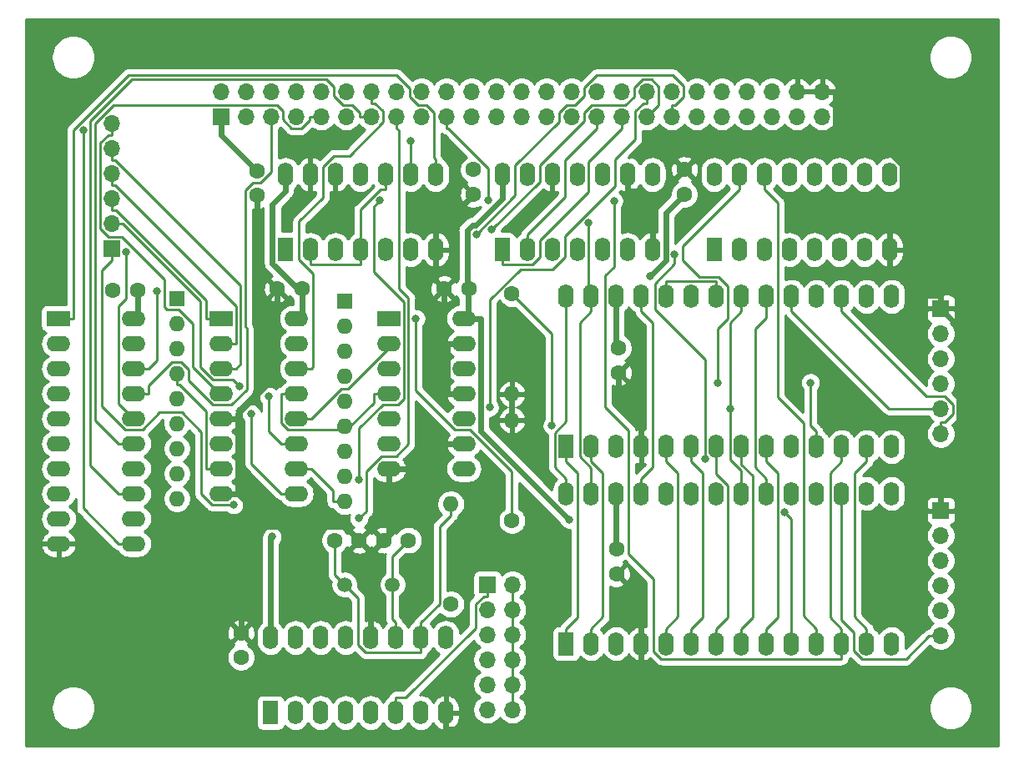
<source format=gbl>
G04 #@! TF.GenerationSoftware,KiCad,Pcbnew,(5.1.10-1-10_14)*
G04 #@! TF.CreationDate,2021-12-18T17:23:47+09:00*
G04 #@! TF.ProjectId,PC8001extRS232,50433830-3031-4657-9874-52533233322e,rev?*
G04 #@! TF.SameCoordinates,PX632ea00PY848f8c0*
G04 #@! TF.FileFunction,Copper,L2,Bot*
G04 #@! TF.FilePolarity,Positive*
%FSLAX46Y46*%
G04 Gerber Fmt 4.6, Leading zero omitted, Abs format (unit mm)*
G04 Created by KiCad (PCBNEW (5.1.10-1-10_14)) date 2021-12-18 17:23:47*
%MOMM*%
%LPD*%
G01*
G04 APERTURE LIST*
G04 #@! TA.AperFunction,ComponentPad*
%ADD10C,1.500000*%
G04 #@! TD*
G04 #@! TA.AperFunction,ComponentPad*
%ADD11O,1.600000X2.400000*%
G04 #@! TD*
G04 #@! TA.AperFunction,ComponentPad*
%ADD12R,1.600000X2.400000*%
G04 #@! TD*
G04 #@! TA.AperFunction,ComponentPad*
%ADD13O,2.400000X1.600000*%
G04 #@! TD*
G04 #@! TA.AperFunction,ComponentPad*
%ADD14R,2.400000X1.600000*%
G04 #@! TD*
G04 #@! TA.AperFunction,ComponentPad*
%ADD15O,1.600000X1.600000*%
G04 #@! TD*
G04 #@! TA.AperFunction,ComponentPad*
%ADD16R,1.600000X1.600000*%
G04 #@! TD*
G04 #@! TA.AperFunction,ComponentPad*
%ADD17C,1.600000*%
G04 #@! TD*
G04 #@! TA.AperFunction,ComponentPad*
%ADD18O,1.700000X1.700000*%
G04 #@! TD*
G04 #@! TA.AperFunction,ComponentPad*
%ADD19R,1.700000X1.700000*%
G04 #@! TD*
G04 #@! TA.AperFunction,ViaPad*
%ADD20C,0.800000*%
G04 #@! TD*
G04 #@! TA.AperFunction,Conductor*
%ADD21C,0.600000*%
G04 #@! TD*
G04 #@! TA.AperFunction,Conductor*
%ADD22C,0.250000*%
G04 #@! TD*
G04 #@! TA.AperFunction,Conductor*
%ADD23C,0.254000*%
G04 #@! TD*
G04 #@! TA.AperFunction,Conductor*
%ADD24C,0.100000*%
G04 #@! TD*
G04 APERTURE END LIST*
D10*
X37880000Y17000000D03*
X33000000Y17000000D03*
D11*
X25500000Y11620000D03*
X43280000Y4000000D03*
X28040000Y11620000D03*
X40740000Y4000000D03*
X30580000Y11620000D03*
X38200000Y4000000D03*
X33120000Y11620000D03*
X35660000Y4000000D03*
X35660000Y11620000D03*
X33120000Y4000000D03*
X38200000Y11620000D03*
X30580000Y4000000D03*
X40740000Y11620000D03*
X28040000Y4000000D03*
X43280000Y11620000D03*
D12*
X25500000Y4000000D03*
D11*
X55500000Y26240000D03*
X88520000Y11000000D03*
X58040000Y26240000D03*
X85980000Y11000000D03*
X60580000Y26240000D03*
X83440000Y11000000D03*
X63120000Y26240000D03*
X80900000Y11000000D03*
X65660000Y26240000D03*
X78360000Y11000000D03*
X68200000Y26240000D03*
X75820000Y11000000D03*
X70740000Y26240000D03*
X73280000Y11000000D03*
X73280000Y26240000D03*
X70740000Y11000000D03*
X75820000Y26240000D03*
X68200000Y11000000D03*
X78360000Y26240000D03*
X65660000Y11000000D03*
X80900000Y26240000D03*
X63120000Y11000000D03*
X83440000Y26240000D03*
X60580000Y11000000D03*
X85980000Y26240000D03*
X58040000Y11000000D03*
X88520000Y26240000D03*
D12*
X55500000Y11000000D03*
D11*
X55500000Y46240000D03*
X88520000Y31000000D03*
X58040000Y46240000D03*
X85980000Y31000000D03*
X60580000Y46240000D03*
X83440000Y31000000D03*
X63120000Y46240000D03*
X80900000Y31000000D03*
X65660000Y46240000D03*
X78360000Y31000000D03*
X68200000Y46240000D03*
X75820000Y31000000D03*
X70740000Y46240000D03*
X73280000Y31000000D03*
X73280000Y46240000D03*
X70740000Y31000000D03*
X75820000Y46240000D03*
X68200000Y31000000D03*
X78360000Y46240000D03*
X65660000Y31000000D03*
X80900000Y46240000D03*
X63120000Y31000000D03*
X83440000Y46240000D03*
X60580000Y31000000D03*
X85980000Y46240000D03*
X58040000Y31000000D03*
X88520000Y46240000D03*
D12*
X55500000Y31000000D03*
D11*
X70500000Y58620000D03*
X88280000Y51000000D03*
X73040000Y58620000D03*
X85740000Y51000000D03*
X75580000Y58620000D03*
X83200000Y51000000D03*
X78120000Y58620000D03*
X80660000Y51000000D03*
X80660000Y58620000D03*
X78120000Y51000000D03*
X83200000Y58620000D03*
X75580000Y51000000D03*
X85740000Y58620000D03*
X73040000Y51000000D03*
X88280000Y58620000D03*
D12*
X70500000Y51000000D03*
D11*
X49000000Y58620000D03*
X64240000Y51000000D03*
X51540000Y58620000D03*
X61700000Y51000000D03*
X54080000Y58620000D03*
X59160000Y51000000D03*
X56620000Y58620000D03*
X56620000Y51000000D03*
X59160000Y58620000D03*
X54080000Y51000000D03*
X61700000Y58620000D03*
X51540000Y51000000D03*
X64240000Y58620000D03*
D12*
X49000000Y51000000D03*
D11*
X27000000Y58620000D03*
X42240000Y51000000D03*
X29540000Y58620000D03*
X39700000Y51000000D03*
X32080000Y58620000D03*
X37160000Y51000000D03*
X34620000Y58620000D03*
X34620000Y51000000D03*
X37160000Y58620000D03*
X32080000Y51000000D03*
X39700000Y58620000D03*
X29540000Y51000000D03*
X42240000Y58620000D03*
D12*
X27000000Y51000000D03*
D13*
X11620000Y44000000D03*
X4000000Y21140000D03*
X11620000Y41460000D03*
X4000000Y23680000D03*
X11620000Y38920000D03*
X4000000Y26220000D03*
X11620000Y36380000D03*
X4000000Y28760000D03*
X11620000Y33840000D03*
X4000000Y31300000D03*
X11620000Y31300000D03*
X4000000Y33840000D03*
X11620000Y28760000D03*
X4000000Y36380000D03*
X11620000Y26220000D03*
X4000000Y38920000D03*
X11620000Y23680000D03*
X4000000Y41460000D03*
X11620000Y21140000D03*
D14*
X4000000Y44000000D03*
D13*
X28120000Y44000000D03*
X20500000Y26220000D03*
X28120000Y41460000D03*
X20500000Y28760000D03*
X28120000Y38920000D03*
X20500000Y31300000D03*
X28120000Y36380000D03*
X20500000Y33840000D03*
X28120000Y33840000D03*
X20500000Y36380000D03*
X28120000Y31300000D03*
X20500000Y38920000D03*
X28120000Y28760000D03*
X20500000Y41460000D03*
X28120000Y26220000D03*
D14*
X20500000Y44000000D03*
D13*
X45120000Y44000000D03*
X37500000Y28760000D03*
X45120000Y41460000D03*
X37500000Y31300000D03*
X45120000Y38920000D03*
X37500000Y33840000D03*
X45120000Y36380000D03*
X37500000Y36380000D03*
X45120000Y33840000D03*
X37500000Y38920000D03*
X45120000Y31300000D03*
X37500000Y41460000D03*
X45120000Y28760000D03*
D14*
X37500000Y44000000D03*
D15*
X16000000Y25720000D03*
X16000000Y28260000D03*
X16000000Y30800000D03*
X16000000Y33340000D03*
X16000000Y35880000D03*
X16000000Y38420000D03*
X16000000Y40960000D03*
X16000000Y43500000D03*
D16*
X16000000Y46040000D03*
D15*
X33000000Y25420000D03*
X33000000Y27960000D03*
X33000000Y30500000D03*
X33000000Y33040000D03*
X33000000Y35580000D03*
X33000000Y38120000D03*
X33000000Y40660000D03*
X33000000Y43200000D03*
D16*
X33000000Y45740000D03*
D15*
X43800000Y25160000D03*
D17*
X43800000Y15000000D03*
D15*
X50000000Y36340000D03*
D17*
X50000000Y46500000D03*
D15*
X50000000Y33660000D03*
D17*
X50000000Y23500000D03*
D18*
X9400000Y63800000D03*
X9400000Y61260000D03*
X9400000Y58720000D03*
X9400000Y56180000D03*
X9400000Y53640000D03*
D19*
X9400000Y51100000D03*
D18*
X93500000Y11800000D03*
X93500000Y14340000D03*
X93500000Y16880000D03*
X93500000Y19420000D03*
X93500000Y21960000D03*
D19*
X93500000Y24500000D03*
D18*
X93500000Y32300000D03*
X93500000Y34840000D03*
X93500000Y37380000D03*
X93500000Y39920000D03*
X93500000Y42460000D03*
D19*
X93500000Y45000000D03*
D18*
X50040000Y4300000D03*
X47500000Y4300000D03*
X50040000Y6840000D03*
X47500000Y6840000D03*
X50040000Y9380000D03*
X47500000Y9380000D03*
X50040000Y11920000D03*
X47500000Y11920000D03*
X50040000Y14460000D03*
X47500000Y14460000D03*
X50040000Y17000000D03*
D19*
X47500000Y17000000D03*
D18*
X81460000Y67040000D03*
X81460000Y64500000D03*
X78920000Y67040000D03*
X78920000Y64500000D03*
X76380000Y67040000D03*
X76380000Y64500000D03*
X73840000Y67040000D03*
X73840000Y64500000D03*
X71300000Y67040000D03*
X71300000Y64500000D03*
X68760000Y67040000D03*
X68760000Y64500000D03*
X66220000Y67040000D03*
X66220000Y64500000D03*
X63680000Y67040000D03*
X63680000Y64500000D03*
X61140000Y67040000D03*
X61140000Y64500000D03*
X58600000Y67040000D03*
X58600000Y64500000D03*
X56060000Y67040000D03*
X56060000Y64500000D03*
X53520000Y67040000D03*
X53520000Y64500000D03*
X50980000Y67040000D03*
X50980000Y64500000D03*
X48440000Y67040000D03*
X48440000Y64500000D03*
X45900000Y67040000D03*
X45900000Y64500000D03*
X43360000Y67040000D03*
X43360000Y64500000D03*
X40820000Y67040000D03*
X40820000Y64500000D03*
X38280000Y67040000D03*
X38280000Y64500000D03*
X35740000Y67040000D03*
X35740000Y64500000D03*
X33200000Y67040000D03*
X33200000Y64500000D03*
X30660000Y67040000D03*
X30660000Y64500000D03*
X28120000Y67040000D03*
X28120000Y64500000D03*
X25580000Y67040000D03*
X25580000Y64500000D03*
X23040000Y67040000D03*
X23040000Y64500000D03*
X20500000Y67040000D03*
D19*
X20500000Y64500000D03*
D17*
X34500000Y21500000D03*
X32000000Y21500000D03*
X37000000Y21500000D03*
X39500000Y21500000D03*
X22500000Y12100000D03*
X22500000Y9600000D03*
X60600000Y20600000D03*
X60600000Y18100000D03*
X60800000Y41000000D03*
X60800000Y38500000D03*
X67500000Y59100000D03*
X67500000Y56600000D03*
X46100000Y59100000D03*
X46100000Y56600000D03*
X24100000Y59000000D03*
X24100000Y56500000D03*
X12000000Y46900000D03*
X9500000Y46900000D03*
X28700000Y47000000D03*
X26200000Y47000000D03*
X45600000Y47000000D03*
X43100000Y47000000D03*
D20*
X25680200Y21856600D03*
X63977100Y48299000D03*
X55792800Y23611100D03*
X39700000Y61989200D03*
X46378100Y52525300D03*
X47730300Y34965400D03*
X47935100Y53003100D03*
X60338900Y55927600D03*
X47589400Y56025800D03*
X6507600Y63107200D03*
X34476800Y23708200D03*
X34505100Y27634600D03*
X36587100Y55963200D03*
X10874600Y50761600D03*
X14005600Y46787900D03*
X57753300Y53707300D03*
X25302100Y36119000D03*
X22327900Y37119900D03*
X21786900Y25094700D03*
X40255600Y44000000D03*
X54052200Y33120600D03*
X23543400Y34314400D03*
X72154200Y34803000D03*
X77672800Y24343700D03*
X69607600Y29719100D03*
X66499200Y50532300D03*
X70880900Y37500100D03*
X80280000Y37500100D03*
D21*
X45517400Y47000000D02*
X45517400Y44000000D01*
X49000000Y58620000D02*
X49000000Y56163100D01*
X49000000Y56163100D02*
X46314200Y53477300D01*
X46314200Y53477300D02*
X45996400Y53477300D01*
X45996400Y53477300D02*
X45434800Y52915700D01*
X45434800Y52915700D02*
X45434800Y47082600D01*
X45434800Y47082600D02*
X45517400Y47000000D01*
X45517400Y47000000D02*
X45600000Y47000000D01*
X45517400Y44000000D02*
X46820300Y44000000D01*
X45120000Y44000000D02*
X45517400Y44000000D01*
X67500000Y56600000D02*
X65593400Y54693400D01*
X65593400Y54693400D02*
X65593400Y49915300D01*
X65593400Y49915300D02*
X63977100Y48299000D01*
X25500000Y11620000D02*
X25500000Y21676400D01*
X25500000Y21676400D02*
X25680200Y21856600D01*
X46820300Y44000000D02*
X46820300Y32583600D01*
X46820300Y32583600D02*
X55792800Y23611100D01*
X27000000Y58620000D02*
X27000000Y56919700D01*
X27000000Y56919700D02*
X25699600Y55619300D01*
X25699600Y55619300D02*
X25699600Y49585200D01*
X25699600Y49585200D02*
X28284800Y47000000D01*
X28284800Y47000000D02*
X28700000Y47000000D01*
X20500000Y64500000D02*
X20500000Y62600000D01*
X20500000Y62600000D02*
X24100000Y59000000D01*
X60600000Y20600000D02*
X60580000Y20620000D01*
X60580000Y20620000D02*
X60580000Y26240000D01*
X60800000Y41000000D02*
X60580000Y41220000D01*
X60580000Y41220000D02*
X60580000Y46240000D01*
X12000000Y46900000D02*
X12000000Y44380000D01*
X12000000Y44380000D02*
X11620000Y44000000D01*
X28700000Y47000000D02*
X28700000Y44580000D01*
X28700000Y44580000D02*
X28120000Y44000000D01*
X42240000Y51000000D02*
X42240000Y52740000D01*
X42240000Y52740000D02*
X46100000Y56600000D01*
X43100000Y47000000D02*
X42240000Y47860000D01*
X42240000Y47860000D02*
X42240000Y51000000D01*
X45120000Y36380000D02*
X43419700Y36380000D01*
X43419700Y36380000D02*
X43419700Y41460000D01*
X43100000Y47000000D02*
X43100000Y41779700D01*
X43100000Y41779700D02*
X43419700Y41460000D01*
X45120000Y41460000D02*
X43419700Y41460000D01*
X35750000Y20250000D02*
X35660000Y20160000D01*
X35660000Y20160000D02*
X35660000Y11620000D01*
X37000000Y21500000D02*
X35750000Y20250000D01*
X35750000Y20250000D02*
X34500000Y21500000D01*
X26200000Y47000000D02*
X26200000Y38290100D01*
X26200000Y38290100D02*
X22200300Y34290400D01*
X22200300Y34290400D02*
X22200300Y33840000D01*
X23343100Y22864100D02*
X23343100Y25077200D01*
X23343100Y25077200D02*
X22200300Y26220000D01*
X22200300Y33840000D02*
X22200300Y26220000D01*
X20500000Y33840000D02*
X22200300Y33840000D01*
X24100000Y56500000D02*
X24100000Y49100000D01*
X24100000Y49100000D02*
X26200000Y47000000D01*
X20500000Y26220000D02*
X22200300Y26220000D01*
X23343100Y22864100D02*
X33135900Y22864100D01*
X33135900Y22864100D02*
X34500000Y21500000D01*
X22500000Y12100000D02*
X22500000Y22021000D01*
X22500000Y22021000D02*
X23343100Y22864100D01*
X63120000Y11000000D02*
X63120000Y9299700D01*
X43280000Y4000000D02*
X43280000Y2299700D01*
X43280000Y2299700D02*
X56120000Y2299700D01*
X56120000Y2299700D02*
X63120000Y9299700D01*
X82810300Y61890100D02*
X70290100Y61890100D01*
X70290100Y61890100D02*
X67500000Y59100000D01*
X88280000Y52700300D02*
X89620100Y54040400D01*
X89620100Y54040400D02*
X89620100Y59586500D01*
X89620100Y59586500D02*
X87316500Y61890100D01*
X87316500Y61890100D02*
X82810300Y61890100D01*
X82810300Y67040000D02*
X82810300Y61890100D01*
X37500000Y28760000D02*
X39200300Y28760000D01*
X45120000Y31300000D02*
X41740300Y31300000D01*
X41740300Y31300000D02*
X39200300Y28760000D01*
X37500000Y28760000D02*
X37500000Y22000000D01*
X37500000Y22000000D02*
X37000000Y21500000D01*
X64240000Y55840000D02*
X64240000Y51000000D01*
X67500000Y59100000D02*
X64240000Y55840000D01*
X61700000Y56919700D02*
X63160300Y56919700D01*
X63160300Y56919700D02*
X64240000Y55840000D01*
X61700000Y58620000D02*
X61700000Y56919700D01*
X50000000Y33660000D02*
X50000000Y36340000D01*
X93500000Y24500000D02*
X93500000Y25850300D01*
X93500000Y25850300D02*
X95362500Y27712800D01*
X95362500Y27712800D02*
X95362500Y43137500D01*
X95362500Y43137500D02*
X93500000Y45000000D01*
X88280000Y51000000D02*
X88280000Y49299700D01*
X93500000Y45000000D02*
X93500000Y46350300D01*
X93500000Y46350300D02*
X91229400Y46350300D01*
X91229400Y46350300D02*
X88280000Y49299700D01*
X88280000Y51000000D02*
X88280000Y52700300D01*
X81460000Y67040000D02*
X82810300Y67040000D01*
X60600000Y18100000D02*
X63120000Y15580000D01*
X63120000Y15580000D02*
X63120000Y11000000D01*
X63120000Y31000000D02*
X63120000Y32700300D01*
X60800000Y38500000D02*
X60800000Y35020300D01*
X60800000Y35020300D02*
X63120000Y32700300D01*
D22*
X38200000Y11620000D02*
X38200000Y13145300D01*
X38200000Y13145300D02*
X37880000Y13465300D01*
X37880000Y13465300D02*
X37880000Y17000000D01*
X39500000Y21500000D02*
X37880000Y19880000D01*
X37880000Y19880000D02*
X37880000Y17000000D01*
X40740000Y11620000D02*
X40740000Y10094700D01*
X33000000Y17000000D02*
X34390000Y15610000D01*
X34390000Y15610000D02*
X34390000Y10882900D01*
X34390000Y10882900D02*
X35178200Y10094700D01*
X35178200Y10094700D02*
X40740000Y10094700D01*
X32000000Y21500000D02*
X32000000Y18000000D01*
X32000000Y18000000D02*
X33000000Y17000000D01*
X40740000Y13145300D02*
X42654400Y15059700D01*
X42654400Y15059700D02*
X42654400Y22889100D01*
X42654400Y22889100D02*
X43800000Y24034700D01*
X40740000Y11620000D02*
X40740000Y13145300D01*
X43800000Y25160000D02*
X43800000Y24034700D01*
X75820000Y27765300D02*
X74684000Y28901300D01*
X74684000Y28901300D02*
X74684000Y42941800D01*
X74684000Y42941800D02*
X75820000Y44077800D01*
X75820000Y44077800D02*
X75820000Y44714700D01*
X75820000Y45477400D02*
X75820000Y46240000D01*
X75820000Y45477400D02*
X75820000Y44714700D01*
X75820000Y26240000D02*
X75820000Y27765300D01*
X39700000Y58620000D02*
X39700000Y61989200D01*
X37160000Y58620000D02*
X37160000Y57094700D01*
X37160000Y57094700D02*
X36683300Y57094700D01*
X36683300Y57094700D02*
X34620000Y55031400D01*
X34620000Y55031400D02*
X34620000Y51000000D01*
X34620000Y51000000D02*
X34620000Y49474700D01*
X29540000Y51000000D02*
X29540000Y49474700D01*
X29540000Y49474700D02*
X34620000Y49474700D01*
X66220000Y65675300D02*
X66587300Y65675300D01*
X66587300Y65675300D02*
X67402200Y66490200D01*
X67402200Y66490200D02*
X67402200Y67600500D01*
X67402200Y67600500D02*
X66299100Y68703600D01*
X66299100Y68703600D02*
X58601200Y68703600D01*
X58601200Y68703600D02*
X57312100Y67414500D01*
X57312100Y67414500D02*
X57312100Y66600200D01*
X57312100Y66600200D02*
X56387300Y65675400D01*
X56387300Y65675400D02*
X55534400Y65675400D01*
X55534400Y65675400D02*
X54790000Y64931000D01*
X54790000Y64931000D02*
X54790000Y63995400D01*
X54790000Y63995400D02*
X50331800Y59537200D01*
X50331800Y59537200D02*
X50331800Y56479000D01*
X50331800Y56479000D02*
X46378100Y52525300D01*
X66220000Y64500000D02*
X66220000Y65675300D01*
X63680000Y65864700D02*
X63312600Y65864700D01*
X63312600Y65864700D02*
X62504700Y65056800D01*
X62504700Y65056800D02*
X62504700Y62194000D01*
X62504700Y62194000D02*
X60430000Y60119300D01*
X60430000Y60119300D02*
X60430000Y57437000D01*
X60430000Y57437000D02*
X55350000Y52357000D01*
X55350000Y52357000D02*
X55350000Y50261600D01*
X55350000Y50261600D02*
X54098200Y49009800D01*
X54098200Y49009800D02*
X50852600Y49009800D01*
X50852600Y49009800D02*
X47730300Y45887500D01*
X47730300Y45887500D02*
X47730300Y34965400D01*
X63680000Y67040000D02*
X63680000Y65864700D01*
X63680000Y64500000D02*
X64860100Y65680100D01*
X64860100Y65680100D02*
X64860100Y67550600D01*
X64860100Y67550600D02*
X64162400Y68248300D01*
X64162400Y68248300D02*
X63216700Y68248300D01*
X63216700Y68248300D02*
X62376600Y67408200D01*
X62376600Y67408200D02*
X62376600Y66539900D01*
X62376600Y66539900D02*
X61512100Y65675400D01*
X61512100Y65675400D02*
X58074400Y65675400D01*
X58074400Y65675400D02*
X57330000Y64931000D01*
X57330000Y64931000D02*
X57330000Y64060900D01*
X57330000Y64060900D02*
X52810000Y59540900D01*
X52810000Y59540900D02*
X52810000Y57878000D01*
X52810000Y57878000D02*
X47935100Y53003100D01*
X49000000Y51000000D02*
X49000000Y49474700D01*
X61140000Y64500000D02*
X61140000Y63324700D01*
X61140000Y63324700D02*
X57749100Y59933800D01*
X57749100Y59933800D02*
X57749100Y56869300D01*
X57749100Y56869300D02*
X52810000Y51930200D01*
X52810000Y51930200D02*
X52810000Y50230000D01*
X52810000Y50230000D02*
X52054700Y49474700D01*
X52054700Y49474700D02*
X49000000Y49474700D01*
X51540000Y51000000D02*
X51540000Y52525300D01*
X58600000Y64500000D02*
X58600000Y63324700D01*
X58600000Y63324700D02*
X55350000Y60074700D01*
X55350000Y60074700D02*
X55350000Y56335300D01*
X55350000Y56335300D02*
X51540000Y52525300D01*
X83440000Y9474700D02*
X65149800Y9474700D01*
X65149800Y9474700D02*
X64390000Y10234500D01*
X64390000Y10234500D02*
X64390000Y17580600D01*
X64390000Y17580600D02*
X61850000Y20120600D01*
X61850000Y20120600D02*
X61850000Y32629100D01*
X61850000Y32629100D02*
X59451800Y35027300D01*
X59451800Y35027300D02*
X59451800Y48372000D01*
X59451800Y48372000D02*
X60338900Y49259100D01*
X60338900Y49259100D02*
X60338900Y55927600D01*
X43360000Y64500000D02*
X43360000Y63324700D01*
X83440000Y11000000D02*
X83440000Y9474700D01*
X43360000Y63324700D02*
X43506900Y63324700D01*
X43506900Y63324700D02*
X47589400Y59242200D01*
X47589400Y59242200D02*
X47589400Y56025800D01*
X83440000Y29474700D02*
X82293700Y28328400D01*
X82293700Y28328400D02*
X82293700Y13671600D01*
X82293700Y13671600D02*
X83440000Y12525300D01*
X83440000Y11000000D02*
X83440000Y12525300D01*
X83440000Y31000000D02*
X83440000Y29474700D01*
X10094700Y21140000D02*
X6507600Y24727100D01*
X6507600Y24727100D02*
X6507600Y63107200D01*
X11620000Y21140000D02*
X10094700Y21140000D01*
X73280000Y11000000D02*
X73280000Y12525300D01*
X73280000Y31000000D02*
X73280000Y29175300D01*
X73280000Y29175300D02*
X74429300Y28026000D01*
X74429300Y28026000D02*
X74429300Y13674600D01*
X74429300Y13674600D02*
X73280000Y12525300D01*
X34476800Y23708200D02*
X35230400Y24461800D01*
X35230400Y24461800D02*
X35230400Y28501600D01*
X35230400Y28501600D02*
X36758800Y30030000D01*
X36758800Y30030000D02*
X38246300Y30030000D01*
X38246300Y30030000D02*
X39502000Y31285700D01*
X39502000Y31285700D02*
X39502000Y46059200D01*
X39502000Y46059200D02*
X38506500Y47054700D01*
X38506500Y47054700D02*
X38506500Y63098200D01*
X38506500Y63098200D02*
X38280000Y63324700D01*
X70740000Y11000000D02*
X70740000Y12525300D01*
X70740000Y31000000D02*
X70740000Y28233200D01*
X70740000Y28233200D02*
X71889300Y27083900D01*
X71889300Y27083900D02*
X71889300Y13674600D01*
X71889300Y13674600D02*
X70740000Y12525300D01*
X38280000Y64500000D02*
X38280000Y63324700D01*
X28120000Y38920000D02*
X29645300Y38920000D01*
X35740000Y67040000D02*
X35740000Y65864700D01*
X35740000Y65864700D02*
X36107300Y65864700D01*
X36107300Y65864700D02*
X36945000Y65027000D01*
X36945000Y65027000D02*
X36945000Y63952400D01*
X36945000Y63952400D02*
X33510900Y60518300D01*
X33510900Y60518300D02*
X31938100Y60518300D01*
X31938100Y60518300D02*
X30810000Y59390200D01*
X30810000Y59390200D02*
X30810000Y56268100D01*
X30810000Y56268100D02*
X28402600Y53860700D01*
X28402600Y53860700D02*
X28402600Y49971900D01*
X28402600Y49971900D02*
X29835200Y48539300D01*
X29835200Y48539300D02*
X29835200Y39109900D01*
X29835200Y39109900D02*
X29645300Y38920000D01*
X34564700Y64500000D02*
X34564700Y64867400D01*
X34564700Y64867400D02*
X33756800Y65675300D01*
X33756800Y65675300D02*
X32863700Y65675300D01*
X32863700Y65675300D02*
X31930000Y66609000D01*
X31930000Y66609000D02*
X31930000Y67512700D01*
X31930000Y67512700D02*
X31192700Y68250000D01*
X31192700Y68250000D02*
X11472900Y68250000D01*
X11472900Y68250000D02*
X7235800Y64012900D01*
X7235800Y64012900D02*
X7235800Y29078900D01*
X7235800Y29078900D02*
X10094700Y26220000D01*
X11620000Y26220000D02*
X10094700Y26220000D01*
X35740000Y64500000D02*
X34564700Y64500000D01*
X68200000Y11000000D02*
X68200000Y12525300D01*
X68200000Y31000000D02*
X68200000Y29474700D01*
X68200000Y29474700D02*
X69349300Y28325400D01*
X69349300Y28325400D02*
X69349300Y13674600D01*
X69349300Y13674600D02*
X68200000Y12525300D01*
X34505100Y27634600D02*
X34505100Y32869400D01*
X34505100Y32869400D02*
X36890300Y35254600D01*
X36890300Y35254600D02*
X38431300Y35254600D01*
X38431300Y35254600D02*
X39051700Y35875000D01*
X39051700Y35875000D02*
X39051700Y45647700D01*
X39051700Y45647700D02*
X35980700Y48718700D01*
X35980700Y48718700D02*
X35980700Y55356800D01*
X35980700Y55356800D02*
X36587100Y55963200D01*
X65660000Y11000000D02*
X65660000Y12525300D01*
X65660000Y31000000D02*
X65660000Y29474700D01*
X65660000Y29474700D02*
X66850500Y28284200D01*
X66850500Y28284200D02*
X66850500Y13715800D01*
X66850500Y13715800D02*
X65660000Y12525300D01*
X11620000Y31300000D02*
X10094700Y31300000D01*
X30660000Y64500000D02*
X29484700Y64500000D01*
X29484700Y64500000D02*
X29484700Y64132700D01*
X29484700Y64132700D02*
X28644800Y63292800D01*
X28644800Y63292800D02*
X27646700Y63292800D01*
X27646700Y63292800D02*
X26755400Y64184100D01*
X26755400Y64184100D02*
X26755400Y65076200D01*
X26755400Y65076200D02*
X26156200Y65675400D01*
X26156200Y65675400D02*
X9609900Y65675400D01*
X9609900Y65675400D02*
X7743300Y63808800D01*
X7743300Y63808800D02*
X7743300Y33651400D01*
X7743300Y33651400D02*
X10094700Y31300000D01*
X58040000Y11000000D02*
X58040000Y12525300D01*
X58040000Y31000000D02*
X58040000Y29474700D01*
X58040000Y29474700D02*
X59230500Y28284200D01*
X59230500Y28284200D02*
X59230500Y13715800D01*
X59230500Y13715800D02*
X58040000Y12525300D01*
X11620000Y33840000D02*
X10080200Y35379800D01*
X10080200Y35379800D02*
X10080200Y45227900D01*
X10080200Y45227900D02*
X10874600Y46022300D01*
X10874600Y46022300D02*
X10874600Y50761600D01*
X55500000Y11000000D02*
X55500000Y12525300D01*
X55500000Y31000000D02*
X55500000Y29474700D01*
X55500000Y29474700D02*
X56625300Y28349400D01*
X56625300Y28349400D02*
X56625300Y13650600D01*
X56625300Y13650600D02*
X55500000Y12525300D01*
X13145300Y36380000D02*
X13145300Y37238000D01*
X13145300Y37238000D02*
X15468400Y39561100D01*
X15468400Y39561100D02*
X16450500Y39561100D01*
X16450500Y39561100D02*
X17175000Y38836600D01*
X17175000Y38836600D02*
X17175000Y37704500D01*
X17175000Y37704500D02*
X19657600Y35221900D01*
X19657600Y35221900D02*
X21522600Y35221900D01*
X21522600Y35221900D02*
X23086800Y36786100D01*
X23086800Y36786100D02*
X23086800Y43015900D01*
X23086800Y43015900D02*
X22974500Y43128200D01*
X22974500Y43128200D02*
X22974500Y56999700D01*
X22974500Y56999700D02*
X23724800Y57750000D01*
X23724800Y57750000D02*
X24475000Y57750000D01*
X24475000Y57750000D02*
X25580000Y58855000D01*
X25580000Y58855000D02*
X25580000Y64500000D01*
X11620000Y36380000D02*
X13145300Y36380000D01*
X55500000Y27765300D02*
X54374700Y28890600D01*
X54374700Y28890600D02*
X54374700Y32417300D01*
X54374700Y32417300D02*
X55500000Y33542600D01*
X55500000Y33542600D02*
X55500000Y44714700D01*
X55500000Y26240000D02*
X55500000Y27765300D01*
X55500000Y46240000D02*
X55500000Y44714700D01*
X58040000Y45806500D02*
X57753300Y46093200D01*
X57753300Y46093200D02*
X57753300Y53707300D01*
X13145300Y38920000D02*
X14005600Y39780300D01*
X14005600Y39780300D02*
X14005600Y46787900D01*
X11620000Y38920000D02*
X13145300Y38920000D01*
X58040000Y45806500D02*
X58040000Y44714700D01*
X58040000Y46240000D02*
X58040000Y45806500D01*
X58040000Y44714700D02*
X56906800Y43581500D01*
X56906800Y43581500D02*
X56906800Y29971000D01*
X56906800Y29971000D02*
X58040000Y28837800D01*
X58040000Y28837800D02*
X58040000Y26240000D01*
X75820000Y29474700D02*
X76947500Y28347200D01*
X76947500Y28347200D02*
X76947500Y13652800D01*
X76947500Y13652800D02*
X75820000Y12525300D01*
X63120000Y27765300D02*
X64245900Y28891200D01*
X64245900Y28891200D02*
X64245900Y43588800D01*
X64245900Y43588800D02*
X63120000Y44714700D01*
X75820000Y11000000D02*
X75820000Y12525300D01*
X75820000Y31000000D02*
X75820000Y29474700D01*
X63120000Y26240000D02*
X63120000Y27765300D01*
X63120000Y46240000D02*
X63120000Y44714700D01*
X50040000Y6840000D02*
X50040000Y4300000D01*
X50040000Y9380000D02*
X50040000Y6840000D01*
X50040000Y11920000D02*
X50040000Y9380000D01*
X50040000Y14460000D02*
X50040000Y11920000D01*
X50040000Y17000000D02*
X50040000Y14460000D01*
X38200000Y4000000D02*
X38200000Y5525300D01*
X47500000Y17000000D02*
X47500000Y15824700D01*
X47500000Y15824700D02*
X47132600Y15824700D01*
X47132600Y15824700D02*
X46324700Y15016800D01*
X46324700Y15016800D02*
X46324700Y12601400D01*
X46324700Y12601400D02*
X39248600Y5525300D01*
X39248600Y5525300D02*
X38200000Y5525300D01*
X83440000Y46240000D02*
X83440000Y44714700D01*
X93500000Y32300000D02*
X93500000Y33475300D01*
X93500000Y33475300D02*
X93867300Y33475300D01*
X93867300Y33475300D02*
X94709200Y34317200D01*
X94709200Y34317200D02*
X94709200Y35293700D01*
X94709200Y35293700D02*
X93892900Y36110000D01*
X93892900Y36110000D02*
X92044700Y36110000D01*
X92044700Y36110000D02*
X83440000Y44714700D01*
X78360000Y46240000D02*
X78360000Y44714700D01*
X93500000Y34840000D02*
X88234700Y34840000D01*
X88234700Y34840000D02*
X78360000Y44714700D01*
X93500000Y11800000D02*
X92324700Y11800000D01*
X83440000Y26240000D02*
X83440000Y13424300D01*
X83440000Y13424300D02*
X84710000Y12154300D01*
X84710000Y12154300D02*
X84710000Y10245900D01*
X84710000Y10245900D02*
X85496200Y9459700D01*
X85496200Y9459700D02*
X89984400Y9459700D01*
X89984400Y9459700D02*
X92324700Y11800000D01*
X9400000Y62624700D02*
X9032700Y62624700D01*
X9032700Y62624700D02*
X8222700Y61814700D01*
X8222700Y61814700D02*
X8222700Y53091200D01*
X8222700Y53091200D02*
X9038500Y52275400D01*
X9038500Y52275400D02*
X10422000Y52275400D01*
X10422000Y52275400D02*
X14739200Y47958200D01*
X14739200Y47958200D02*
X14739200Y45194400D01*
X14739200Y45194400D02*
X15019000Y44914600D01*
X15019000Y44914600D02*
X16203900Y44914600D01*
X16203900Y44914600D02*
X17606600Y43511900D01*
X17606600Y43511900D02*
X17606600Y39101700D01*
X17606600Y39101700D02*
X20328300Y36380000D01*
X20328300Y36380000D02*
X20500000Y36380000D01*
X9400000Y63800000D02*
X9400000Y62624700D01*
X22025300Y38920000D02*
X22475600Y39370300D01*
X22475600Y39370300D02*
X22475600Y47376400D01*
X22475600Y47376400D02*
X9767300Y60084700D01*
X9767300Y60084700D02*
X9400000Y60084700D01*
X20500000Y38920000D02*
X22025300Y38920000D01*
X9400000Y61260000D02*
X9400000Y60084700D01*
X20500000Y41460000D02*
X22025300Y41460000D01*
X9400000Y58720000D02*
X9400000Y57544700D01*
X9400000Y57544700D02*
X9767300Y57544700D01*
X9767300Y57544700D02*
X22025300Y45286700D01*
X22025300Y45286700D02*
X22025300Y41460000D01*
X18974700Y44000000D02*
X18974700Y45824300D01*
X18974700Y45824300D02*
X9794300Y55004700D01*
X9794300Y55004700D02*
X9400000Y55004700D01*
X9400000Y56180000D02*
X9400000Y55004700D01*
X20500000Y44000000D02*
X18974700Y44000000D01*
X28120000Y31300000D02*
X26594700Y31300000D01*
X25302100Y36119000D02*
X25302100Y32592600D01*
X25302100Y32592600D02*
X26594700Y31300000D01*
X9400000Y53640000D02*
X10522100Y53640000D01*
X10522100Y53640000D02*
X18383800Y45778300D01*
X18383800Y45778300D02*
X18383800Y39038800D01*
X18383800Y39038800D02*
X19628000Y37794600D01*
X19628000Y37794600D02*
X21653200Y37794600D01*
X21653200Y37794600D02*
X22327900Y37119900D01*
X21786900Y25094700D02*
X19580100Y25094700D01*
X19580100Y25094700D02*
X18501600Y26173200D01*
X18501600Y26173200D02*
X18501600Y32484300D01*
X18501600Y32484300D02*
X16514500Y34471400D01*
X16514500Y34471400D02*
X14266000Y34471400D01*
X14266000Y34471400D02*
X12509200Y32714600D01*
X12509200Y32714600D02*
X10747600Y32714600D01*
X10747600Y32714600D02*
X8367800Y35094400D01*
X8367800Y35094400D02*
X8367800Y48892500D01*
X8367800Y48892500D02*
X9400000Y49924700D01*
X9400000Y51100000D02*
X9400000Y49924700D01*
X33000000Y25420000D02*
X31874700Y25420000D01*
X28120000Y28760000D02*
X29645300Y28760000D01*
X29645300Y28760000D02*
X31874700Y26530600D01*
X31874700Y26530600D02*
X31874700Y25420000D01*
X50000000Y23500000D02*
X50000000Y28465500D01*
X50000000Y28465500D02*
X45760600Y32704900D01*
X45760600Y32704900D02*
X44232800Y32704900D01*
X44232800Y32704900D02*
X40255600Y36682100D01*
X40255600Y36682100D02*
X40255600Y44000000D01*
X50000000Y46500000D02*
X54052200Y42447800D01*
X54052200Y42447800D02*
X54052200Y33120600D01*
X28120000Y33840000D02*
X29645300Y33840000D01*
X29645300Y33840000D02*
X32655300Y36850000D01*
X32655300Y36850000D02*
X33326400Y36850000D01*
X33326400Y36850000D02*
X37500000Y41023600D01*
X37500000Y41023600D02*
X37500000Y41460000D01*
X37500000Y36380000D02*
X35974700Y36380000D01*
X33562700Y33040000D02*
X35974700Y35452000D01*
X35974700Y35452000D02*
X35974700Y36380000D01*
X26594700Y36380000D02*
X26594700Y33373600D01*
X26594700Y33373600D02*
X27280800Y32687500D01*
X27280800Y32687500D02*
X33210200Y32687500D01*
X33210200Y32687500D02*
X33562700Y33040000D01*
X28120000Y36380000D02*
X26594700Y36380000D01*
X33000000Y33040000D02*
X33562700Y33040000D01*
X20500000Y28760000D02*
X18974700Y28760000D01*
X16000000Y38420000D02*
X16000000Y37294700D01*
X16000000Y37294700D02*
X16265100Y37294700D01*
X16265100Y37294700D02*
X18974700Y34585100D01*
X18974700Y34585100D02*
X18974700Y28760000D01*
X26594700Y26220000D02*
X23543400Y29271300D01*
X23543400Y29271300D02*
X23543400Y34314400D01*
X28120000Y26220000D02*
X26594700Y26220000D01*
X72154200Y34803000D02*
X72154200Y43588900D01*
X72154200Y43588900D02*
X73280000Y44714700D01*
X72154200Y34803000D02*
X72154200Y29660100D01*
X72154200Y29660100D02*
X73280000Y28534300D01*
X73280000Y28534300D02*
X73280000Y26240000D01*
X73280000Y46240000D02*
X73280000Y44714700D01*
X42240000Y60145300D02*
X42090000Y60295300D01*
X42090000Y60295300D02*
X42090000Y64931000D01*
X42090000Y64931000D02*
X41345600Y65675400D01*
X41345600Y65675400D02*
X40483600Y65675400D01*
X40483600Y65675400D02*
X39644600Y66514400D01*
X39644600Y66514400D02*
X39644600Y67337800D01*
X39644600Y67337800D02*
X38274700Y68707700D01*
X38274700Y68707700D02*
X11082400Y68707700D01*
X11082400Y68707700D02*
X5525300Y63150600D01*
X5525300Y63150600D02*
X5525300Y44000000D01*
X42240000Y58620000D02*
X42240000Y60145300D01*
X4000000Y44000000D02*
X5525300Y44000000D01*
X69607600Y29719100D02*
X69607600Y39803300D01*
X69607600Y39803300D02*
X64527300Y44883600D01*
X64527300Y44883600D02*
X64527300Y47566300D01*
X64527300Y47566300D02*
X66499200Y49538200D01*
X66499200Y49538200D02*
X66499200Y50532300D01*
X77672800Y24343700D02*
X78360000Y23656500D01*
X78360000Y23656500D02*
X78360000Y11000000D01*
X85980000Y30237400D02*
X85980000Y31000000D01*
X85980000Y30237400D02*
X85980000Y29474700D01*
X85980000Y11000000D02*
X85980000Y12525300D01*
X85980000Y29474700D02*
X84789300Y28284000D01*
X84789300Y28284000D02*
X84789300Y13716000D01*
X84789300Y13716000D02*
X85980000Y12525300D01*
X73040000Y58620000D02*
X73040000Y57094700D01*
X80900000Y31000000D02*
X80900000Y32525300D01*
X80900000Y32525300D02*
X80280000Y33145300D01*
X80280000Y33145300D02*
X80280000Y37500100D01*
X70880900Y37500100D02*
X70880900Y42952500D01*
X70880900Y42952500D02*
X71899100Y43970700D01*
X71899100Y43970700D02*
X71899100Y47299800D01*
X71899100Y47299800D02*
X70983200Y48215700D01*
X70983200Y48215700D02*
X69003700Y48215700D01*
X69003700Y48215700D02*
X67296500Y49922900D01*
X67296500Y49922900D02*
X67296500Y51351200D01*
X67296500Y51351200D02*
X73040000Y57094700D01*
X75580000Y57094700D02*
X76964100Y55710600D01*
X76964100Y55710600D02*
X76964100Y36002700D01*
X76964100Y36002700D02*
X79603000Y33363800D01*
X79603000Y33363800D02*
X79603000Y13822300D01*
X79603000Y13822300D02*
X80900000Y12525300D01*
X75580000Y58620000D02*
X75580000Y57094700D01*
X80900000Y11000000D02*
X80900000Y12525300D01*
X65660000Y46240000D02*
X65660000Y47765300D01*
X70740000Y46240000D02*
X70740000Y47765300D01*
X70740000Y47765300D02*
X65660000Y47765300D01*
D23*
X99340001Y660000D02*
X660000Y660000D01*
X660000Y4720128D01*
X3265000Y4720128D01*
X3265000Y4279872D01*
X3350890Y3848075D01*
X3519369Y3441331D01*
X3763962Y3075271D01*
X4075271Y2763962D01*
X4441331Y2519369D01*
X4848075Y2350890D01*
X5279872Y2265000D01*
X5720128Y2265000D01*
X6151925Y2350890D01*
X6558669Y2519369D01*
X6924729Y2763962D01*
X7236038Y3075271D01*
X7480631Y3441331D01*
X7649110Y3848075D01*
X7735000Y4279872D01*
X7735000Y4720128D01*
X7649110Y5151925D01*
X7629197Y5200000D01*
X24061928Y5200000D01*
X24061928Y2800000D01*
X24074188Y2675518D01*
X24110498Y2555820D01*
X24169463Y2445506D01*
X24248815Y2348815D01*
X24345506Y2269463D01*
X24455820Y2210498D01*
X24575518Y2174188D01*
X24700000Y2161928D01*
X26300000Y2161928D01*
X26424482Y2174188D01*
X26544180Y2210498D01*
X26654494Y2269463D01*
X26751185Y2348815D01*
X26830537Y2445506D01*
X26889502Y2555820D01*
X26925812Y2675518D01*
X26927581Y2693483D01*
X27020393Y2580392D01*
X27238900Y2401068D01*
X27488193Y2267818D01*
X27758692Y2185764D01*
X28040000Y2158057D01*
X28321309Y2185764D01*
X28591808Y2267818D01*
X28841101Y2401068D01*
X29059608Y2580392D01*
X29238932Y2798899D01*
X29310000Y2931858D01*
X29381068Y2798899D01*
X29560393Y2580392D01*
X29778900Y2401068D01*
X30028193Y2267818D01*
X30298692Y2185764D01*
X30580000Y2158057D01*
X30861309Y2185764D01*
X31131808Y2267818D01*
X31381101Y2401068D01*
X31599608Y2580392D01*
X31778932Y2798899D01*
X31850000Y2931858D01*
X31921068Y2798899D01*
X32100393Y2580392D01*
X32318900Y2401068D01*
X32568193Y2267818D01*
X32838692Y2185764D01*
X33120000Y2158057D01*
X33401309Y2185764D01*
X33671808Y2267818D01*
X33921101Y2401068D01*
X34139608Y2580392D01*
X34318932Y2798899D01*
X34390000Y2931858D01*
X34461068Y2798899D01*
X34640393Y2580392D01*
X34858900Y2401068D01*
X35108193Y2267818D01*
X35378692Y2185764D01*
X35660000Y2158057D01*
X35941309Y2185764D01*
X36211808Y2267818D01*
X36461101Y2401068D01*
X36679608Y2580392D01*
X36858932Y2798899D01*
X36930000Y2931858D01*
X37001068Y2798899D01*
X37180393Y2580392D01*
X37398900Y2401068D01*
X37648193Y2267818D01*
X37918692Y2185764D01*
X38200000Y2158057D01*
X38481309Y2185764D01*
X38751808Y2267818D01*
X39001101Y2401068D01*
X39219608Y2580392D01*
X39398932Y2798899D01*
X39470000Y2931858D01*
X39541068Y2798899D01*
X39720393Y2580392D01*
X39938900Y2401068D01*
X40188193Y2267818D01*
X40458692Y2185764D01*
X40740000Y2158057D01*
X41021309Y2185764D01*
X41291808Y2267818D01*
X41541101Y2401068D01*
X41759608Y2580392D01*
X41938932Y2798899D01*
X42007265Y2926741D01*
X42157399Y2697161D01*
X42355105Y2495500D01*
X42588354Y2336285D01*
X42848182Y2225633D01*
X42930961Y2208096D01*
X43153000Y2330085D01*
X43153000Y3873000D01*
X43407000Y3873000D01*
X43407000Y2330085D01*
X43629039Y2208096D01*
X43711818Y2225633D01*
X43971646Y2336285D01*
X44204895Y2495500D01*
X44402601Y2697161D01*
X44557166Y2933517D01*
X44662650Y3195486D01*
X44715000Y3473000D01*
X44715000Y3873000D01*
X43407000Y3873000D01*
X43153000Y3873000D01*
X43133000Y3873000D01*
X43133000Y4127000D01*
X43153000Y4127000D01*
X43153000Y5669915D01*
X43407000Y5669915D01*
X43407000Y4127000D01*
X44715000Y4127000D01*
X44715000Y4527000D01*
X44662650Y4804514D01*
X44557166Y5066483D01*
X44402601Y5302839D01*
X44204895Y5504500D01*
X43971646Y5663715D01*
X43711818Y5774367D01*
X43629039Y5791904D01*
X43407000Y5669915D01*
X43153000Y5669915D01*
X42930961Y5791904D01*
X42848182Y5774367D01*
X42588354Y5663715D01*
X42355105Y5504500D01*
X42157399Y5302839D01*
X42007265Y5073259D01*
X41938932Y5201101D01*
X41759607Y5419608D01*
X41541100Y5598932D01*
X41291807Y5732182D01*
X41021308Y5814236D01*
X40740000Y5841943D01*
X40629124Y5831022D01*
X46134418Y11336316D01*
X46184010Y11216589D01*
X46346525Y10973368D01*
X46553368Y10766525D01*
X46727760Y10650000D01*
X46553368Y10533475D01*
X46346525Y10326632D01*
X46184010Y10083411D01*
X46072068Y9813158D01*
X46015000Y9526260D01*
X46015000Y9233740D01*
X46072068Y8946842D01*
X46184010Y8676589D01*
X46346525Y8433368D01*
X46553368Y8226525D01*
X46727760Y8110000D01*
X46553368Y7993475D01*
X46346525Y7786632D01*
X46184010Y7543411D01*
X46072068Y7273158D01*
X46015000Y6986260D01*
X46015000Y6693740D01*
X46072068Y6406842D01*
X46184010Y6136589D01*
X46346525Y5893368D01*
X46553368Y5686525D01*
X46727760Y5570000D01*
X46553368Y5453475D01*
X46346525Y5246632D01*
X46184010Y5003411D01*
X46072068Y4733158D01*
X46015000Y4446260D01*
X46015000Y4153740D01*
X46072068Y3866842D01*
X46184010Y3596589D01*
X46346525Y3353368D01*
X46553368Y3146525D01*
X46796589Y2984010D01*
X47066842Y2872068D01*
X47353740Y2815000D01*
X47646260Y2815000D01*
X47933158Y2872068D01*
X48203411Y2984010D01*
X48446632Y3146525D01*
X48653475Y3353368D01*
X48770000Y3527760D01*
X48886525Y3353368D01*
X49093368Y3146525D01*
X49336589Y2984010D01*
X49606842Y2872068D01*
X49893740Y2815000D01*
X50186260Y2815000D01*
X50473158Y2872068D01*
X50743411Y2984010D01*
X50986632Y3146525D01*
X51193475Y3353368D01*
X51355990Y3596589D01*
X51467932Y3866842D01*
X51525000Y4153740D01*
X51525000Y4446260D01*
X51470524Y4720128D01*
X92265000Y4720128D01*
X92265000Y4279872D01*
X92350890Y3848075D01*
X92519369Y3441331D01*
X92763962Y3075271D01*
X93075271Y2763962D01*
X93441331Y2519369D01*
X93848075Y2350890D01*
X94279872Y2265000D01*
X94720128Y2265000D01*
X95151925Y2350890D01*
X95558669Y2519369D01*
X95924729Y2763962D01*
X96236038Y3075271D01*
X96480631Y3441331D01*
X96649110Y3848075D01*
X96735000Y4279872D01*
X96735000Y4720128D01*
X96649110Y5151925D01*
X96480631Y5558669D01*
X96236038Y5924729D01*
X95924729Y6236038D01*
X95558669Y6480631D01*
X95151925Y6649110D01*
X94720128Y6735000D01*
X94279872Y6735000D01*
X93848075Y6649110D01*
X93441331Y6480631D01*
X93075271Y6236038D01*
X92763962Y5924729D01*
X92519369Y5558669D01*
X92350890Y5151925D01*
X92265000Y4720128D01*
X51470524Y4720128D01*
X51467932Y4733158D01*
X51355990Y5003411D01*
X51193475Y5246632D01*
X50986632Y5453475D01*
X50812240Y5570000D01*
X50986632Y5686525D01*
X51193475Y5893368D01*
X51355990Y6136589D01*
X51467932Y6406842D01*
X51525000Y6693740D01*
X51525000Y6986260D01*
X51467932Y7273158D01*
X51355990Y7543411D01*
X51193475Y7786632D01*
X50986632Y7993475D01*
X50812240Y8110000D01*
X50986632Y8226525D01*
X51193475Y8433368D01*
X51355990Y8676589D01*
X51467932Y8946842D01*
X51525000Y9233740D01*
X51525000Y9526260D01*
X51467932Y9813158D01*
X51355990Y10083411D01*
X51193475Y10326632D01*
X50986632Y10533475D01*
X50812240Y10650000D01*
X50986632Y10766525D01*
X51193475Y10973368D01*
X51355990Y11216589D01*
X51467932Y11486842D01*
X51525000Y11773740D01*
X51525000Y12066260D01*
X51467932Y12353158D01*
X51355990Y12623411D01*
X51193475Y12866632D01*
X50986632Y13073475D01*
X50812240Y13190000D01*
X50986632Y13306525D01*
X51193475Y13513368D01*
X51355990Y13756589D01*
X51467932Y14026842D01*
X51525000Y14313740D01*
X51525000Y14606260D01*
X51467932Y14893158D01*
X51355990Y15163411D01*
X51193475Y15406632D01*
X50986632Y15613475D01*
X50812240Y15730000D01*
X50986632Y15846525D01*
X51193475Y16053368D01*
X51355990Y16296589D01*
X51467932Y16566842D01*
X51525000Y16853740D01*
X51525000Y17146260D01*
X51467932Y17433158D01*
X51355990Y17703411D01*
X51193475Y17946632D01*
X50986632Y18153475D01*
X50743411Y18315990D01*
X50473158Y18427932D01*
X50186260Y18485000D01*
X49893740Y18485000D01*
X49606842Y18427932D01*
X49336589Y18315990D01*
X49093368Y18153475D01*
X48961513Y18021620D01*
X48939502Y18094180D01*
X48880537Y18204494D01*
X48801185Y18301185D01*
X48704494Y18380537D01*
X48594180Y18439502D01*
X48474482Y18475812D01*
X48350000Y18488072D01*
X46650000Y18488072D01*
X46525518Y18475812D01*
X46405820Y18439502D01*
X46295506Y18380537D01*
X46198815Y18301185D01*
X46119463Y18204494D01*
X46060498Y18094180D01*
X46024188Y17974482D01*
X46011928Y17850000D01*
X46011928Y16150000D01*
X46024188Y16025518D01*
X46060498Y15905820D01*
X46087814Y15854716D01*
X45813702Y15580603D01*
X45784699Y15556801D01*
X45747873Y15511928D01*
X45689726Y15441076D01*
X45665098Y15395000D01*
X45619154Y15309046D01*
X45575697Y15165785D01*
X45564700Y15054132D01*
X45564700Y15054122D01*
X45561024Y15016800D01*
X45564700Y14979477D01*
X45564701Y12916203D01*
X44715000Y12066502D01*
X44715000Y12090492D01*
X44694236Y12301309D01*
X44612182Y12571808D01*
X44478932Y12821101D01*
X44299607Y13039608D01*
X44081100Y13218932D01*
X43831807Y13352182D01*
X43561308Y13434236D01*
X43280000Y13461943D01*
X42998691Y13434236D01*
X42728192Y13352182D01*
X42478899Y13218932D01*
X42260392Y13039607D01*
X42081068Y12821100D01*
X42010000Y12688142D01*
X41938932Y12821101D01*
X41759607Y13039608D01*
X41731871Y13062370D01*
X42720053Y14050551D01*
X42885241Y13885363D01*
X43120273Y13728320D01*
X43381426Y13620147D01*
X43658665Y13565000D01*
X43941335Y13565000D01*
X44218574Y13620147D01*
X44479727Y13728320D01*
X44714759Y13885363D01*
X44914637Y14085241D01*
X45071680Y14320273D01*
X45179853Y14581426D01*
X45235000Y14858665D01*
X45235000Y15141335D01*
X45179853Y15418574D01*
X45071680Y15679727D01*
X44914637Y15914759D01*
X44714759Y16114637D01*
X44479727Y16271680D01*
X44218574Y16379853D01*
X43941335Y16435000D01*
X43658665Y16435000D01*
X43414400Y16386412D01*
X43414400Y22574299D01*
X44311003Y23470901D01*
X44340001Y23494699D01*
X44392948Y23559215D01*
X44434974Y23610423D01*
X44505546Y23742453D01*
X44516980Y23780147D01*
X44549003Y23885714D01*
X44554158Y23938053D01*
X44714759Y24045363D01*
X44914637Y24245241D01*
X45071680Y24480273D01*
X45179853Y24741426D01*
X45235000Y25018665D01*
X45235000Y25301335D01*
X45179853Y25578574D01*
X45071680Y25839727D01*
X44914637Y26074759D01*
X44714759Y26274637D01*
X44479727Y26431680D01*
X44218574Y26539853D01*
X43941335Y26595000D01*
X43658665Y26595000D01*
X43381426Y26539853D01*
X43120273Y26431680D01*
X42885241Y26274637D01*
X42685363Y26074759D01*
X42528320Y25839727D01*
X42420147Y25578574D01*
X42365000Y25301335D01*
X42365000Y25018665D01*
X42420147Y24741426D01*
X42528320Y24480273D01*
X42685363Y24245241D01*
X42810551Y24120053D01*
X42143398Y23452899D01*
X42114400Y23429101D01*
X42090602Y23400103D01*
X42090601Y23400102D01*
X42019426Y23313376D01*
X41948854Y23181346D01*
X41921965Y23092701D01*
X41912197Y23060498D01*
X41905398Y23038085D01*
X41890724Y22889100D01*
X41894401Y22851768D01*
X41894400Y15374503D01*
X40228998Y13709099D01*
X40200000Y13685301D01*
X40176202Y13656303D01*
X40176201Y13656302D01*
X40105026Y13569576D01*
X40034454Y13437546D01*
X40010432Y13358353D01*
X39990998Y13294286D01*
X39989129Y13275314D01*
X39986059Y13244140D01*
X39938899Y13218932D01*
X39720392Y13039607D01*
X39541068Y12821100D01*
X39470000Y12688142D01*
X39398932Y12821101D01*
X39219607Y13039608D01*
X39001100Y13218932D01*
X38953942Y13244138D01*
X38949003Y13294286D01*
X38905546Y13437547D01*
X38834974Y13569576D01*
X38740001Y13685301D01*
X38710997Y13709104D01*
X38640000Y13780101D01*
X38640000Y15842091D01*
X38762886Y15924201D01*
X38955799Y16117114D01*
X39107371Y16343957D01*
X39211775Y16596011D01*
X39265000Y16863589D01*
X39265000Y17136411D01*
X39211775Y17403989D01*
X39107371Y17656043D01*
X38955799Y17882886D01*
X38762886Y18075799D01*
X38640000Y18157909D01*
X38640000Y19565199D01*
X39176114Y20101312D01*
X39358665Y20065000D01*
X39641335Y20065000D01*
X39918574Y20120147D01*
X40179727Y20228320D01*
X40414759Y20385363D01*
X40614637Y20585241D01*
X40771680Y20820273D01*
X40879853Y21081426D01*
X40935000Y21358665D01*
X40935000Y21641335D01*
X40879853Y21918574D01*
X40771680Y22179727D01*
X40614637Y22414759D01*
X40414759Y22614637D01*
X40179727Y22771680D01*
X39918574Y22879853D01*
X39641335Y22935000D01*
X39358665Y22935000D01*
X39081426Y22879853D01*
X38820273Y22771680D01*
X38585241Y22614637D01*
X38385363Y22414759D01*
X38251308Y22214131D01*
X38236671Y22241514D01*
X37992702Y22313097D01*
X37179605Y21500000D01*
X37193748Y21485857D01*
X37014143Y21306252D01*
X37000000Y21320395D01*
X36186903Y20507298D01*
X36258486Y20263329D01*
X36513996Y20142429D01*
X36788184Y20073700D01*
X37070512Y20059783D01*
X37143625Y20070616D01*
X37130997Y20028985D01*
X37120000Y19917332D01*
X37120000Y19917322D01*
X37116324Y19880000D01*
X37120000Y19842677D01*
X37120001Y18157909D01*
X36997114Y18075799D01*
X36804201Y17882886D01*
X36652629Y17656043D01*
X36548225Y17403989D01*
X36495000Y17136411D01*
X36495000Y16863589D01*
X36548225Y16596011D01*
X36652629Y16343957D01*
X36804201Y16117114D01*
X36997114Y15924201D01*
X37120001Y15842091D01*
X37120000Y13502623D01*
X37116324Y13465300D01*
X37120000Y13427978D01*
X37120000Y13427968D01*
X37130997Y13316315D01*
X37164764Y13204998D01*
X37174454Y13173054D01*
X37225845Y13076909D01*
X37180392Y13039607D01*
X37001068Y12821100D01*
X36932735Y12693258D01*
X36782601Y12922839D01*
X36584895Y13124500D01*
X36351646Y13283715D01*
X36091818Y13394367D01*
X36009039Y13411904D01*
X35787000Y13289915D01*
X35787000Y11747000D01*
X35807000Y11747000D01*
X35807000Y11493000D01*
X35787000Y11493000D01*
X35787000Y11473000D01*
X35533000Y11473000D01*
X35533000Y11493000D01*
X35513000Y11493000D01*
X35513000Y11747000D01*
X35533000Y11747000D01*
X35533000Y13289915D01*
X35310961Y13411904D01*
X35228182Y13394367D01*
X35150000Y13361072D01*
X35150000Y15572677D01*
X35153676Y15610000D01*
X35150000Y15647323D01*
X35150000Y15647333D01*
X35139003Y15758986D01*
X35095546Y15902247D01*
X35024974Y16034276D01*
X34930001Y16150001D01*
X34901004Y16173798D01*
X34356167Y16718635D01*
X34385000Y16863589D01*
X34385000Y17136411D01*
X34331775Y17403989D01*
X34227371Y17656043D01*
X34075799Y17882886D01*
X33882886Y18075799D01*
X33656043Y18227371D01*
X33403989Y18331775D01*
X33136411Y18385000D01*
X32863589Y18385000D01*
X32760000Y18364395D01*
X32760000Y20281957D01*
X32914759Y20385363D01*
X33036694Y20507298D01*
X33686903Y20507298D01*
X33758486Y20263329D01*
X34013996Y20142429D01*
X34288184Y20073700D01*
X34570512Y20059783D01*
X34850130Y20101213D01*
X35116292Y20196397D01*
X35241514Y20263329D01*
X35313097Y20507298D01*
X34500000Y21320395D01*
X33686903Y20507298D01*
X33036694Y20507298D01*
X33114637Y20585241D01*
X33248692Y20785869D01*
X33263329Y20758486D01*
X33507298Y20686903D01*
X34320395Y21500000D01*
X34679605Y21500000D01*
X35492702Y20686903D01*
X35736671Y20758486D01*
X35749189Y20784941D01*
X35763329Y20758486D01*
X36007298Y20686903D01*
X36820395Y21500000D01*
X36007298Y22313097D01*
X35763329Y22241514D01*
X35750811Y22215059D01*
X35736671Y22241514D01*
X35492702Y22313097D01*
X34679605Y21500000D01*
X34320395Y21500000D01*
X33507298Y22313097D01*
X33263329Y22241514D01*
X33249676Y22212659D01*
X33114637Y22414759D01*
X32914759Y22614637D01*
X32679727Y22771680D01*
X32418574Y22879853D01*
X32141335Y22935000D01*
X31858665Y22935000D01*
X31581426Y22879853D01*
X31320273Y22771680D01*
X31085241Y22614637D01*
X30885363Y22414759D01*
X30728320Y22179727D01*
X30620147Y21918574D01*
X30565000Y21641335D01*
X30565000Y21358665D01*
X30620147Y21081426D01*
X30728320Y20820273D01*
X30885363Y20585241D01*
X31085241Y20385363D01*
X31240000Y20281956D01*
X31240001Y18037332D01*
X31236324Y18000000D01*
X31240001Y17962667D01*
X31244165Y17920395D01*
X31250998Y17851015D01*
X31294454Y17707754D01*
X31365026Y17575724D01*
X31418142Y17511003D01*
X31460000Y17459999D01*
X31488998Y17436201D01*
X31643833Y17281365D01*
X31615000Y17136411D01*
X31615000Y16863589D01*
X31668225Y16596011D01*
X31772629Y16343957D01*
X31924201Y16117114D01*
X32117114Y15924201D01*
X32343957Y15772629D01*
X32596011Y15668225D01*
X32863589Y15615000D01*
X33136411Y15615000D01*
X33281365Y15643833D01*
X33630000Y15295198D01*
X33630000Y13364864D01*
X33401308Y13434236D01*
X33120000Y13461943D01*
X32838691Y13434236D01*
X32568192Y13352182D01*
X32318899Y13218932D01*
X32100392Y13039607D01*
X31921068Y12821100D01*
X31850000Y12688142D01*
X31778932Y12821101D01*
X31599607Y13039608D01*
X31381100Y13218932D01*
X31131807Y13352182D01*
X30861308Y13434236D01*
X30580000Y13461943D01*
X30298691Y13434236D01*
X30028192Y13352182D01*
X29778899Y13218932D01*
X29560392Y13039607D01*
X29381068Y12821100D01*
X29310000Y12688142D01*
X29238932Y12821101D01*
X29059607Y13039608D01*
X28841100Y13218932D01*
X28591807Y13352182D01*
X28321308Y13434236D01*
X28040000Y13461943D01*
X27758691Y13434236D01*
X27488192Y13352182D01*
X27238899Y13218932D01*
X27020392Y13039607D01*
X26841068Y12821100D01*
X26770000Y12688142D01*
X26698932Y12821101D01*
X26519607Y13039608D01*
X26435000Y13109043D01*
X26435000Y21147689D01*
X26484137Y21196826D01*
X26597405Y21366344D01*
X26675426Y21554702D01*
X26715200Y21754661D01*
X26715200Y21958539D01*
X26675426Y22158498D01*
X26597405Y22346856D01*
X26484137Y22516374D01*
X26339974Y22660537D01*
X26170456Y22773805D01*
X25982098Y22851826D01*
X25782139Y22891600D01*
X25578261Y22891600D01*
X25378302Y22851826D01*
X25189944Y22773805D01*
X25020426Y22660537D01*
X24876263Y22516374D01*
X24762995Y22346856D01*
X24684974Y22158498D01*
X24677548Y22121166D01*
X24631994Y22035940D01*
X24578529Y21859691D01*
X24560476Y21676400D01*
X24565001Y21630458D01*
X24565000Y13109043D01*
X24480392Y13039607D01*
X24301068Y12821100D01*
X24167818Y12571807D01*
X24085764Y12301308D01*
X24065000Y12090491D01*
X24065000Y11149508D01*
X24085764Y10938691D01*
X24167818Y10668192D01*
X24301068Y10418899D01*
X24480393Y10200392D01*
X24698900Y10021068D01*
X24948193Y9887818D01*
X25218692Y9805764D01*
X25500000Y9778057D01*
X25781309Y9805764D01*
X26051808Y9887818D01*
X26301101Y10021068D01*
X26519608Y10200392D01*
X26698932Y10418899D01*
X26770000Y10551858D01*
X26841068Y10418899D01*
X27020393Y10200392D01*
X27238900Y10021068D01*
X27488193Y9887818D01*
X27758692Y9805764D01*
X28040000Y9778057D01*
X28321309Y9805764D01*
X28591808Y9887818D01*
X28841101Y10021068D01*
X29059608Y10200392D01*
X29238932Y10418899D01*
X29310000Y10551858D01*
X29381068Y10418899D01*
X29560393Y10200392D01*
X29778900Y10021068D01*
X30028193Y9887818D01*
X30298692Y9805764D01*
X30580000Y9778057D01*
X30861309Y9805764D01*
X31131808Y9887818D01*
X31381101Y10021068D01*
X31599608Y10200392D01*
X31778932Y10418899D01*
X31850000Y10551858D01*
X31921068Y10418899D01*
X32100393Y10200392D01*
X32318900Y10021068D01*
X32568193Y9887818D01*
X32838692Y9805764D01*
X33120000Y9778057D01*
X33401309Y9805764D01*
X33671808Y9887818D01*
X33921101Y10021068D01*
X34061669Y10136429D01*
X34614401Y9583698D01*
X34638199Y9554699D01*
X34667197Y9530901D01*
X34753923Y9459726D01*
X34833236Y9417332D01*
X34885953Y9389154D01*
X35029214Y9345697D01*
X35140867Y9334700D01*
X35140876Y9334700D01*
X35178199Y9331024D01*
X35215522Y9334700D01*
X40702667Y9334700D01*
X40740000Y9331023D01*
X40793426Y9336285D01*
X40888986Y9345697D01*
X41032247Y9389154D01*
X41164276Y9459726D01*
X41280001Y9554699D01*
X41374974Y9670424D01*
X41445546Y9802453D01*
X41489003Y9945714D01*
X41493942Y9995861D01*
X41541101Y10021068D01*
X41759608Y10200392D01*
X41938932Y10418899D01*
X42010000Y10551858D01*
X42081068Y10418899D01*
X42260393Y10200392D01*
X42478900Y10021068D01*
X42603152Y9954654D01*
X38933799Y6285300D01*
X38237333Y6285300D01*
X38200000Y6288977D01*
X38162667Y6285300D01*
X38051014Y6274303D01*
X37907753Y6230846D01*
X37775724Y6160274D01*
X37659999Y6065301D01*
X37565026Y5949576D01*
X37494454Y5817547D01*
X37450997Y5674286D01*
X37446058Y5624139D01*
X37398899Y5598932D01*
X37180392Y5419607D01*
X37001068Y5201100D01*
X36930000Y5068142D01*
X36858932Y5201101D01*
X36679607Y5419608D01*
X36461100Y5598932D01*
X36211807Y5732182D01*
X35941308Y5814236D01*
X35660000Y5841943D01*
X35378691Y5814236D01*
X35108192Y5732182D01*
X34858899Y5598932D01*
X34640392Y5419607D01*
X34461068Y5201100D01*
X34390000Y5068142D01*
X34318932Y5201101D01*
X34139607Y5419608D01*
X33921100Y5598932D01*
X33671807Y5732182D01*
X33401308Y5814236D01*
X33120000Y5841943D01*
X32838691Y5814236D01*
X32568192Y5732182D01*
X32318899Y5598932D01*
X32100392Y5419607D01*
X31921068Y5201100D01*
X31850000Y5068142D01*
X31778932Y5201101D01*
X31599607Y5419608D01*
X31381100Y5598932D01*
X31131807Y5732182D01*
X30861308Y5814236D01*
X30580000Y5841943D01*
X30298691Y5814236D01*
X30028192Y5732182D01*
X29778899Y5598932D01*
X29560392Y5419607D01*
X29381068Y5201100D01*
X29310000Y5068142D01*
X29238932Y5201101D01*
X29059607Y5419608D01*
X28841100Y5598932D01*
X28591807Y5732182D01*
X28321308Y5814236D01*
X28040000Y5841943D01*
X27758691Y5814236D01*
X27488192Y5732182D01*
X27238899Y5598932D01*
X27020392Y5419607D01*
X26927581Y5306517D01*
X26925812Y5324482D01*
X26889502Y5444180D01*
X26830537Y5554494D01*
X26751185Y5651185D01*
X26654494Y5730537D01*
X26544180Y5789502D01*
X26424482Y5825812D01*
X26300000Y5838072D01*
X24700000Y5838072D01*
X24575518Y5825812D01*
X24455820Y5789502D01*
X24345506Y5730537D01*
X24248815Y5651185D01*
X24169463Y5554494D01*
X24110498Y5444180D01*
X24074188Y5324482D01*
X24061928Y5200000D01*
X7629197Y5200000D01*
X7480631Y5558669D01*
X7236038Y5924729D01*
X6924729Y6236038D01*
X6558669Y6480631D01*
X6151925Y6649110D01*
X5720128Y6735000D01*
X5279872Y6735000D01*
X4848075Y6649110D01*
X4441331Y6480631D01*
X4075271Y6236038D01*
X3763962Y5924729D01*
X3519369Y5558669D01*
X3350890Y5151925D01*
X3265000Y4720128D01*
X660000Y4720128D01*
X660000Y9741335D01*
X21065000Y9741335D01*
X21065000Y9458665D01*
X21120147Y9181426D01*
X21228320Y8920273D01*
X21385363Y8685241D01*
X21585241Y8485363D01*
X21820273Y8328320D01*
X22081426Y8220147D01*
X22358665Y8165000D01*
X22641335Y8165000D01*
X22918574Y8220147D01*
X23179727Y8328320D01*
X23414759Y8485363D01*
X23614637Y8685241D01*
X23771680Y8920273D01*
X23879853Y9181426D01*
X23935000Y9458665D01*
X23935000Y9741335D01*
X23879853Y10018574D01*
X23771680Y10279727D01*
X23614637Y10514759D01*
X23414759Y10714637D01*
X23214131Y10848692D01*
X23241514Y10863329D01*
X23313097Y11107298D01*
X22500000Y11920395D01*
X21686903Y11107298D01*
X21758486Y10863329D01*
X21787341Y10849676D01*
X21585241Y10714637D01*
X21385363Y10514759D01*
X21228320Y10279727D01*
X21120147Y10018574D01*
X21065000Y9741335D01*
X660000Y9741335D01*
X660000Y12029488D01*
X21059783Y12029488D01*
X21101213Y11749870D01*
X21196397Y11483708D01*
X21263329Y11358486D01*
X21507298Y11286903D01*
X22320395Y12100000D01*
X22679605Y12100000D01*
X23492702Y11286903D01*
X23736671Y11358486D01*
X23857571Y11613996D01*
X23926300Y11888184D01*
X23940217Y12170512D01*
X23898787Y12450130D01*
X23803603Y12716292D01*
X23736671Y12841514D01*
X23492702Y12913097D01*
X22679605Y12100000D01*
X22320395Y12100000D01*
X21507298Y12913097D01*
X21263329Y12841514D01*
X21142429Y12586004D01*
X21073700Y12311816D01*
X21059783Y12029488D01*
X660000Y12029488D01*
X660000Y13092702D01*
X21686903Y13092702D01*
X22500000Y12279605D01*
X23313097Y13092702D01*
X23241514Y13336671D01*
X22986004Y13457571D01*
X22711816Y13526300D01*
X22429488Y13540217D01*
X22149870Y13498787D01*
X21883708Y13403603D01*
X21758486Y13336671D01*
X21686903Y13092702D01*
X660000Y13092702D01*
X660000Y20790961D01*
X2208096Y20790961D01*
X2225633Y20708182D01*
X2336285Y20448354D01*
X2495500Y20215105D01*
X2697161Y20017399D01*
X2933517Y19862834D01*
X3195486Y19757350D01*
X3473000Y19705000D01*
X3873000Y19705000D01*
X3873000Y21013000D01*
X4127000Y21013000D01*
X4127000Y19705000D01*
X4527000Y19705000D01*
X4804514Y19757350D01*
X5066483Y19862834D01*
X5302839Y20017399D01*
X5504500Y20215105D01*
X5663715Y20448354D01*
X5774367Y20708182D01*
X5791904Y20790961D01*
X5669915Y21013000D01*
X4127000Y21013000D01*
X3873000Y21013000D01*
X2330085Y21013000D01*
X2208096Y20790961D01*
X660000Y20790961D01*
X660000Y41460000D01*
X2158057Y41460000D01*
X2185764Y41178691D01*
X2267818Y40908192D01*
X2401068Y40658899D01*
X2580392Y40440392D01*
X2798899Y40261068D01*
X2931858Y40190000D01*
X2798899Y40118932D01*
X2580392Y39939608D01*
X2401068Y39721101D01*
X2267818Y39471808D01*
X2185764Y39201309D01*
X2158057Y38920000D01*
X2185764Y38638691D01*
X2267818Y38368192D01*
X2401068Y38118899D01*
X2580392Y37900392D01*
X2798899Y37721068D01*
X2931858Y37650000D01*
X2798899Y37578932D01*
X2580392Y37399608D01*
X2401068Y37181101D01*
X2267818Y36931808D01*
X2185764Y36661309D01*
X2158057Y36380000D01*
X2185764Y36098691D01*
X2267818Y35828192D01*
X2401068Y35578899D01*
X2580392Y35360392D01*
X2798899Y35181068D01*
X2931858Y35110000D01*
X2798899Y35038932D01*
X2580392Y34859608D01*
X2401068Y34641101D01*
X2267818Y34391808D01*
X2185764Y34121309D01*
X2158057Y33840000D01*
X2185764Y33558691D01*
X2267818Y33288192D01*
X2401068Y33038899D01*
X2580392Y32820392D01*
X2798899Y32641068D01*
X2931858Y32570000D01*
X2798899Y32498932D01*
X2580392Y32319608D01*
X2401068Y32101101D01*
X2267818Y31851808D01*
X2185764Y31581309D01*
X2158057Y31300000D01*
X2185764Y31018691D01*
X2267818Y30748192D01*
X2401068Y30498899D01*
X2580392Y30280392D01*
X2798899Y30101068D01*
X2931858Y30030000D01*
X2798899Y29958932D01*
X2580392Y29779608D01*
X2401068Y29561101D01*
X2267818Y29311808D01*
X2185764Y29041309D01*
X2158057Y28760000D01*
X2185764Y28478691D01*
X2267818Y28208192D01*
X2401068Y27958899D01*
X2580392Y27740392D01*
X2798899Y27561068D01*
X2931858Y27490000D01*
X2798899Y27418932D01*
X2580392Y27239608D01*
X2401068Y27021101D01*
X2267818Y26771808D01*
X2185764Y26501309D01*
X2158057Y26220000D01*
X2185764Y25938691D01*
X2267818Y25668192D01*
X2401068Y25418899D01*
X2580392Y25200392D01*
X2798899Y25021068D01*
X2931858Y24950000D01*
X2798899Y24878932D01*
X2580392Y24699608D01*
X2401068Y24481101D01*
X2267818Y24231808D01*
X2185764Y23961309D01*
X2158057Y23680000D01*
X2185764Y23398691D01*
X2267818Y23128192D01*
X2401068Y22878899D01*
X2580392Y22660392D01*
X2798899Y22481068D01*
X2926741Y22412735D01*
X2697161Y22262601D01*
X2495500Y22064895D01*
X2336285Y21831646D01*
X2225633Y21571818D01*
X2208096Y21489039D01*
X2330085Y21267000D01*
X3873000Y21267000D01*
X3873000Y21287000D01*
X4127000Y21287000D01*
X4127000Y21267000D01*
X5669915Y21267000D01*
X5791904Y21489039D01*
X5774367Y21571818D01*
X5663715Y21831646D01*
X5504500Y22064895D01*
X5302839Y22262601D01*
X5073259Y22412735D01*
X5201101Y22481068D01*
X5419608Y22660392D01*
X5598932Y22878899D01*
X5732182Y23128192D01*
X5814236Y23398691D01*
X5841943Y23680000D01*
X5814236Y23961309D01*
X5732182Y24231808D01*
X5598932Y24481101D01*
X5419608Y24699608D01*
X5201101Y24878932D01*
X5068142Y24950000D01*
X5201101Y25021068D01*
X5419608Y25200392D01*
X5598932Y25418899D01*
X5732182Y25668192D01*
X5747600Y25719019D01*
X5747600Y24764422D01*
X5743924Y24727100D01*
X5747600Y24689778D01*
X5747600Y24689768D01*
X5758597Y24578115D01*
X5802032Y24434926D01*
X5802054Y24434854D01*
X5872626Y24302824D01*
X5887254Y24285000D01*
X5967599Y24187099D01*
X5996603Y24163296D01*
X9530905Y20628992D01*
X9554699Y20599999D01*
X9583692Y20576205D01*
X9583696Y20576201D01*
X9637473Y20532068D01*
X9670424Y20505026D01*
X9802453Y20434454D01*
X9945714Y20390997D01*
X9995861Y20386058D01*
X10021068Y20338899D01*
X10200392Y20120392D01*
X10418899Y19941068D01*
X10668192Y19807818D01*
X10938691Y19725764D01*
X11149508Y19705000D01*
X12090492Y19705000D01*
X12301309Y19725764D01*
X12571808Y19807818D01*
X12821101Y19941068D01*
X13039608Y20120392D01*
X13218932Y20338899D01*
X13352182Y20588192D01*
X13434236Y20858691D01*
X13461943Y21140000D01*
X13434236Y21421309D01*
X13352182Y21691808D01*
X13218932Y21941101D01*
X13039608Y22159608D01*
X12821101Y22338932D01*
X12688142Y22410000D01*
X12821101Y22481068D01*
X13039608Y22660392D01*
X13218932Y22878899D01*
X13352182Y23128192D01*
X13434236Y23398691D01*
X13461943Y23680000D01*
X13434236Y23961309D01*
X13352182Y24231808D01*
X13218932Y24481101D01*
X13039608Y24699608D01*
X12821101Y24878932D01*
X12688142Y24950000D01*
X12821101Y25021068D01*
X13039608Y25200392D01*
X13218932Y25418899D01*
X13352182Y25668192D01*
X13434236Y25938691D01*
X13461943Y26220000D01*
X13434236Y26501309D01*
X13352182Y26771808D01*
X13218932Y27021101D01*
X13039608Y27239608D01*
X12821101Y27418932D01*
X12688142Y27490000D01*
X12821101Y27561068D01*
X13039608Y27740392D01*
X13218932Y27958899D01*
X13352182Y28208192D01*
X13434236Y28478691D01*
X13461943Y28760000D01*
X13434236Y29041309D01*
X13352182Y29311808D01*
X13218932Y29561101D01*
X13039608Y29779608D01*
X12821101Y29958932D01*
X12688142Y30030000D01*
X12821101Y30101068D01*
X13039608Y30280392D01*
X13218932Y30498899D01*
X13352182Y30748192D01*
X13434236Y31018691D01*
X13461943Y31300000D01*
X13434236Y31581309D01*
X13352182Y31851808D01*
X13218932Y32101101D01*
X13106951Y32237550D01*
X14580803Y33711400D01*
X14610763Y33711400D01*
X14565000Y33481335D01*
X14565000Y33198665D01*
X14620147Y32921426D01*
X14728320Y32660273D01*
X14885363Y32425241D01*
X15085241Y32225363D01*
X15317759Y32070000D01*
X15085241Y31914637D01*
X14885363Y31714759D01*
X14728320Y31479727D01*
X14620147Y31218574D01*
X14565000Y30941335D01*
X14565000Y30658665D01*
X14620147Y30381426D01*
X14728320Y30120273D01*
X14885363Y29885241D01*
X15085241Y29685363D01*
X15317759Y29530000D01*
X15085241Y29374637D01*
X14885363Y29174759D01*
X14728320Y28939727D01*
X14620147Y28678574D01*
X14565000Y28401335D01*
X14565000Y28118665D01*
X14620147Y27841426D01*
X14728320Y27580273D01*
X14885363Y27345241D01*
X15085241Y27145363D01*
X15317759Y26990000D01*
X15085241Y26834637D01*
X14885363Y26634759D01*
X14728320Y26399727D01*
X14620147Y26138574D01*
X14565000Y25861335D01*
X14565000Y25578665D01*
X14620147Y25301426D01*
X14728320Y25040273D01*
X14885363Y24805241D01*
X15085241Y24605363D01*
X15320273Y24448320D01*
X15581426Y24340147D01*
X15858665Y24285000D01*
X16141335Y24285000D01*
X16418574Y24340147D01*
X16679727Y24448320D01*
X16914759Y24605363D01*
X17114637Y24805241D01*
X17271680Y25040273D01*
X17379853Y25301426D01*
X17435000Y25578665D01*
X17435000Y25861335D01*
X17379853Y26138574D01*
X17271680Y26399727D01*
X17114637Y26634759D01*
X16914759Y26834637D01*
X16682241Y26990000D01*
X16914759Y27145363D01*
X17114637Y27345241D01*
X17271680Y27580273D01*
X17379853Y27841426D01*
X17435000Y28118665D01*
X17435000Y28401335D01*
X17379853Y28678574D01*
X17271680Y28939727D01*
X17114637Y29174759D01*
X16914759Y29374637D01*
X16682241Y29530000D01*
X16914759Y29685363D01*
X17114637Y29885241D01*
X17271680Y30120273D01*
X17379853Y30381426D01*
X17435000Y30658665D01*
X17435000Y30941335D01*
X17379853Y31218574D01*
X17271680Y31479727D01*
X17114637Y31714759D01*
X16914759Y31914637D01*
X16682241Y32070000D01*
X16914759Y32225363D01*
X17114637Y32425241D01*
X17263327Y32647772D01*
X17741601Y32169497D01*
X17741600Y26210523D01*
X17737924Y26173200D01*
X17741600Y26135878D01*
X17741600Y26135868D01*
X17752597Y26024215D01*
X17787546Y25909003D01*
X17796054Y25880954D01*
X17866626Y25748924D01*
X17903089Y25704494D01*
X17961599Y25633199D01*
X17990602Y25609396D01*
X19016301Y24583697D01*
X19040099Y24554699D01*
X19155824Y24459726D01*
X19287853Y24389154D01*
X19431114Y24345697D01*
X19542767Y24334700D01*
X19542776Y24334700D01*
X19580099Y24331024D01*
X19617422Y24334700D01*
X21083189Y24334700D01*
X21127126Y24290763D01*
X21296644Y24177495D01*
X21485002Y24099474D01*
X21684961Y24059700D01*
X21888839Y24059700D01*
X22088798Y24099474D01*
X22277156Y24177495D01*
X22446674Y24290763D01*
X22590837Y24434926D01*
X22704105Y24604444D01*
X22782126Y24792802D01*
X22821900Y24992761D01*
X22821900Y25196639D01*
X22782126Y25396598D01*
X22704105Y25584956D01*
X22590837Y25754474D01*
X22446674Y25898637D01*
X22277156Y26011905D01*
X22196000Y26045521D01*
X22169915Y26093000D01*
X22073344Y26093000D01*
X21888839Y26129700D01*
X21684961Y26129700D01*
X21500456Y26093000D01*
X20627000Y26093000D01*
X20627000Y26073000D01*
X20373000Y26073000D01*
X20373000Y26093000D01*
X20353000Y26093000D01*
X20353000Y26347000D01*
X20373000Y26347000D01*
X20373000Y26367000D01*
X20627000Y26367000D01*
X20627000Y26347000D01*
X22169915Y26347000D01*
X22291904Y26569039D01*
X22274367Y26651818D01*
X22163715Y26911646D01*
X22004500Y27144895D01*
X21802839Y27342601D01*
X21573259Y27492735D01*
X21701101Y27561068D01*
X21919608Y27740392D01*
X22098932Y27958899D01*
X22232182Y28208192D01*
X22314236Y28478691D01*
X22341943Y28760000D01*
X22314236Y29041309D01*
X22232182Y29311808D01*
X22098932Y29561101D01*
X21919608Y29779608D01*
X21701101Y29958932D01*
X21568142Y30030000D01*
X21701101Y30101068D01*
X21919608Y30280392D01*
X22098932Y30498899D01*
X22232182Y30748192D01*
X22314236Y31018691D01*
X22341943Y31300000D01*
X22314236Y31581309D01*
X22232182Y31851808D01*
X22098932Y32101101D01*
X21919608Y32319608D01*
X21701101Y32498932D01*
X21573259Y32567265D01*
X21802839Y32717399D01*
X22004500Y32915105D01*
X22163715Y33148354D01*
X22274367Y33408182D01*
X22291904Y33490961D01*
X22169915Y33713000D01*
X20627000Y33713000D01*
X20627000Y33693000D01*
X20373000Y33693000D01*
X20373000Y33713000D01*
X20353000Y33713000D01*
X20353000Y33967000D01*
X20373000Y33967000D01*
X20373000Y33987000D01*
X20627000Y33987000D01*
X20627000Y33967000D01*
X22169915Y33967000D01*
X22291904Y34189039D01*
X22274367Y34271818D01*
X22163715Y34531646D01*
X22061673Y34681137D01*
X22062601Y34681899D01*
X22086404Y34710903D01*
X23597804Y36222302D01*
X23626801Y36246099D01*
X23721774Y36361824D01*
X23792346Y36493853D01*
X23835803Y36637114D01*
X23846800Y36748767D01*
X23846800Y36748777D01*
X23850476Y36786100D01*
X23846800Y36823423D01*
X23846800Y42978578D01*
X23850476Y43015901D01*
X23846800Y43053223D01*
X23846800Y43053233D01*
X23835803Y43164886D01*
X23792346Y43308147D01*
X23734500Y43416368D01*
X23734500Y46007298D01*
X25386903Y46007298D01*
X25458486Y45763329D01*
X25713996Y45642429D01*
X25988184Y45573700D01*
X26270512Y45559783D01*
X26550130Y45601213D01*
X26816292Y45696397D01*
X26941514Y45763329D01*
X27013097Y46007298D01*
X26200000Y46820395D01*
X25386903Y46007298D01*
X23734500Y46007298D01*
X23734500Y46929488D01*
X24759783Y46929488D01*
X24801213Y46649870D01*
X24896397Y46383708D01*
X24963329Y46258486D01*
X25207298Y46186903D01*
X26020395Y47000000D01*
X25207298Y47813097D01*
X24963329Y47741514D01*
X24842429Y47486004D01*
X24773700Y47211816D01*
X24759783Y46929488D01*
X23734500Y46929488D01*
X23734500Y55112223D01*
X23888184Y55073700D01*
X24170512Y55059783D01*
X24450130Y55101213D01*
X24716292Y55196397D01*
X24764600Y55222218D01*
X24764601Y49631142D01*
X24760076Y49585200D01*
X24778129Y49401909D01*
X24825438Y49245954D01*
X24831594Y49225660D01*
X24918415Y49063228D01*
X25035257Y48920856D01*
X25070936Y48891575D01*
X25639099Y48323412D01*
X25583708Y48303603D01*
X25458486Y48236671D01*
X25386903Y47992702D01*
X26200000Y47179605D01*
X26214143Y47193747D01*
X26393748Y47014142D01*
X26379605Y47000000D01*
X27192702Y46186903D01*
X27436671Y46258486D01*
X27450324Y46287341D01*
X27585363Y46085241D01*
X27765000Y45905604D01*
X27765001Y45435000D01*
X27649508Y45435000D01*
X27438691Y45414236D01*
X27168192Y45332182D01*
X26918899Y45198932D01*
X26700392Y45019608D01*
X26521068Y44801101D01*
X26387818Y44551808D01*
X26305764Y44281309D01*
X26278057Y44000000D01*
X26305764Y43718691D01*
X26387818Y43448192D01*
X26521068Y43198899D01*
X26700392Y42980392D01*
X26918899Y42801068D01*
X27051858Y42730000D01*
X26918899Y42658932D01*
X26700392Y42479608D01*
X26521068Y42261101D01*
X26387818Y42011808D01*
X26305764Y41741309D01*
X26278057Y41460000D01*
X26305764Y41178691D01*
X26387818Y40908192D01*
X26521068Y40658899D01*
X26700392Y40440392D01*
X26918899Y40261068D01*
X27051858Y40190000D01*
X26918899Y40118932D01*
X26700392Y39939608D01*
X26521068Y39721101D01*
X26387818Y39471808D01*
X26305764Y39201309D01*
X26278057Y38920000D01*
X26305764Y38638691D01*
X26387818Y38368192D01*
X26521068Y38118899D01*
X26700392Y37900392D01*
X26918899Y37721068D01*
X27051858Y37650000D01*
X26918899Y37578932D01*
X26700392Y37399608D01*
X26521068Y37181101D01*
X26495861Y37133942D01*
X26445714Y37129003D01*
X26302453Y37085546D01*
X26170424Y37014974D01*
X26054699Y36920001D01*
X26014181Y36870630D01*
X25961874Y36922937D01*
X25792356Y37036205D01*
X25603998Y37114226D01*
X25404039Y37154000D01*
X25200161Y37154000D01*
X25000202Y37114226D01*
X24811844Y37036205D01*
X24642326Y36922937D01*
X24498163Y36778774D01*
X24384895Y36609256D01*
X24306874Y36420898D01*
X24267100Y36220939D01*
X24267100Y36017061D01*
X24306874Y35817102D01*
X24384895Y35628744D01*
X24498163Y35459226D01*
X24542100Y35415289D01*
X24542100Y34598831D01*
X24538626Y34616298D01*
X24460605Y34804656D01*
X24347337Y34974174D01*
X24203174Y35118337D01*
X24033656Y35231605D01*
X23845298Y35309626D01*
X23645339Y35349400D01*
X23441461Y35349400D01*
X23241502Y35309626D01*
X23053144Y35231605D01*
X22883626Y35118337D01*
X22739463Y34974174D01*
X22626195Y34804656D01*
X22548174Y34616298D01*
X22508400Y34416339D01*
X22508400Y34212461D01*
X22548174Y34012502D01*
X22626195Y33824144D01*
X22739463Y33654626D01*
X22783401Y33610688D01*
X22783400Y29308623D01*
X22779724Y29271300D01*
X22783400Y29233978D01*
X22783400Y29233968D01*
X22794397Y29122315D01*
X22827389Y29013554D01*
X22837854Y28979054D01*
X22908426Y28847024D01*
X22927157Y28824201D01*
X23003399Y28731299D01*
X23032403Y28707496D01*
X26030901Y25708997D01*
X26054699Y25679999D01*
X26170424Y25585026D01*
X26302453Y25514454D01*
X26445714Y25470997D01*
X26495861Y25466058D01*
X26521068Y25418899D01*
X26700392Y25200392D01*
X26918899Y25021068D01*
X27168192Y24887818D01*
X27438691Y24805764D01*
X27649508Y24785000D01*
X28590492Y24785000D01*
X28801309Y24805764D01*
X29071808Y24887818D01*
X29321101Y25021068D01*
X29539608Y25200392D01*
X29718932Y25418899D01*
X29852182Y25668192D01*
X29934236Y25938691D01*
X29961943Y26220000D01*
X29934236Y26501309D01*
X29852182Y26771808D01*
X29718932Y27021101D01*
X29539608Y27239608D01*
X29321101Y27418932D01*
X29188142Y27490000D01*
X29321101Y27561068D01*
X29539608Y27740392D01*
X29562371Y27768128D01*
X31114700Y26215798D01*
X31114701Y25457342D01*
X31111023Y25420000D01*
X31125697Y25271014D01*
X31169154Y25127753D01*
X31239726Y24995724D01*
X31334699Y24879999D01*
X31450424Y24785026D01*
X31582453Y24714454D01*
X31725714Y24670997D01*
X31778053Y24665842D01*
X31885363Y24505241D01*
X32085241Y24305363D01*
X32320273Y24148320D01*
X32581426Y24040147D01*
X32858665Y23985000D01*
X33141335Y23985000D01*
X33418574Y24040147D01*
X33509646Y24077870D01*
X33481574Y24010098D01*
X33441800Y23810139D01*
X33441800Y23606261D01*
X33481574Y23406302D01*
X33559595Y23217944D01*
X33672863Y23048426D01*
X33817026Y22904263D01*
X33938402Y22823162D01*
X33883708Y22803603D01*
X33758486Y22736671D01*
X33686903Y22492702D01*
X34500000Y21679605D01*
X35313097Y22492702D01*
X36186903Y22492702D01*
X37000000Y21679605D01*
X37813097Y22492702D01*
X37741514Y22736671D01*
X37486004Y22857571D01*
X37211816Y22926300D01*
X36929488Y22940217D01*
X36649870Y22898787D01*
X36383708Y22803603D01*
X36258486Y22736671D01*
X36186903Y22492702D01*
X35313097Y22492702D01*
X35241514Y22736671D01*
X35033242Y22835219D01*
X35136574Y22904263D01*
X35280737Y23048426D01*
X35394005Y23217944D01*
X35472026Y23406302D01*
X35511800Y23606261D01*
X35511800Y23668398D01*
X35741404Y23898002D01*
X35770401Y23921799D01*
X35865374Y24037524D01*
X35935946Y24169553D01*
X35979403Y24312814D01*
X35990400Y24424467D01*
X35990400Y24424476D01*
X35994076Y24461799D01*
X35990400Y24499122D01*
X35990400Y27842576D01*
X35995500Y27835105D01*
X36197161Y27637399D01*
X36433517Y27482834D01*
X36695486Y27377350D01*
X36973000Y27325000D01*
X37373000Y27325000D01*
X37373000Y28633000D01*
X37627000Y28633000D01*
X37627000Y27325000D01*
X38027000Y27325000D01*
X38304514Y27377350D01*
X38566483Y27482834D01*
X38802839Y27637399D01*
X39004500Y27835105D01*
X39163715Y28068354D01*
X39274367Y28328182D01*
X39291904Y28410961D01*
X39169915Y28633000D01*
X37627000Y28633000D01*
X37373000Y28633000D01*
X37353000Y28633000D01*
X37353000Y28887000D01*
X37373000Y28887000D01*
X37373000Y28907000D01*
X37627000Y28907000D01*
X37627000Y28887000D01*
X39169915Y28887000D01*
X39291904Y29109039D01*
X39274367Y29191818D01*
X39163715Y29451646D01*
X39004500Y29684895D01*
X38990107Y29699006D01*
X40013004Y30721902D01*
X40042001Y30745699D01*
X40128432Y30851015D01*
X40136974Y30861423D01*
X40207546Y30993453D01*
X40220856Y31037332D01*
X40251003Y31136714D01*
X40262000Y31248367D01*
X40262000Y31248377D01*
X40265676Y31285700D01*
X40262000Y31323023D01*
X40262000Y35600899D01*
X43626863Y32236035D01*
X43615500Y32224895D01*
X43456285Y31991646D01*
X43345633Y31731818D01*
X43328096Y31649039D01*
X43450085Y31427000D01*
X44993000Y31427000D01*
X44993000Y31447000D01*
X45247000Y31447000D01*
X45247000Y31427000D01*
X45267000Y31427000D01*
X45267000Y31173000D01*
X45247000Y31173000D01*
X45247000Y31153000D01*
X44993000Y31153000D01*
X44993000Y31173000D01*
X43450085Y31173000D01*
X43328096Y30950961D01*
X43345633Y30868182D01*
X43456285Y30608354D01*
X43615500Y30375105D01*
X43817161Y30177399D01*
X44046741Y30027265D01*
X43918899Y29958932D01*
X43700392Y29779608D01*
X43521068Y29561101D01*
X43387818Y29311808D01*
X43305764Y29041309D01*
X43278057Y28760000D01*
X43305764Y28478691D01*
X43387818Y28208192D01*
X43521068Y27958899D01*
X43700392Y27740392D01*
X43918899Y27561068D01*
X44168192Y27427818D01*
X44438691Y27345764D01*
X44649508Y27325000D01*
X45590492Y27325000D01*
X45801309Y27345764D01*
X46071808Y27427818D01*
X46321101Y27561068D01*
X46539608Y27740392D01*
X46718932Y27958899D01*
X46852182Y28208192D01*
X46934236Y28478691D01*
X46961943Y28760000D01*
X46934236Y29041309D01*
X46852182Y29311808D01*
X46718932Y29561101D01*
X46539608Y29779608D01*
X46321101Y29958932D01*
X46193259Y30027265D01*
X46422839Y30177399D01*
X46624500Y30375105D01*
X46783159Y30607540D01*
X49240001Y28150697D01*
X49240000Y24718044D01*
X49085241Y24614637D01*
X48885363Y24414759D01*
X48728320Y24179727D01*
X48620147Y23918574D01*
X48565000Y23641335D01*
X48565000Y23358665D01*
X48620147Y23081426D01*
X48728320Y22820273D01*
X48885363Y22585241D01*
X49085241Y22385363D01*
X49320273Y22228320D01*
X49581426Y22120147D01*
X49858665Y22065000D01*
X50141335Y22065000D01*
X50418574Y22120147D01*
X50679727Y22228320D01*
X50914759Y22385363D01*
X51114637Y22585241D01*
X51271680Y22820273D01*
X51379853Y23081426D01*
X51435000Y23358665D01*
X51435000Y23641335D01*
X51379853Y23918574D01*
X51271680Y24179727D01*
X51114637Y24414759D01*
X50914759Y24614637D01*
X50760000Y24718043D01*
X50760000Y27321610D01*
X54815369Y23266241D01*
X54875595Y23120844D01*
X54988863Y22951326D01*
X55133026Y22807163D01*
X55302544Y22693895D01*
X55490902Y22615874D01*
X55690861Y22576100D01*
X55865300Y22576100D01*
X55865301Y13965403D01*
X54988998Y13089099D01*
X54960000Y13065301D01*
X54936202Y13036303D01*
X54936201Y13036302D01*
X54865026Y12949576D01*
X54805425Y12838072D01*
X54700000Y12838072D01*
X54575518Y12825812D01*
X54455820Y12789502D01*
X54345506Y12730537D01*
X54248815Y12651185D01*
X54169463Y12554494D01*
X54110498Y12444180D01*
X54074188Y12324482D01*
X54061928Y12200000D01*
X54061928Y9800000D01*
X54074188Y9675518D01*
X54110498Y9555820D01*
X54169463Y9445506D01*
X54248815Y9348815D01*
X54345506Y9269463D01*
X54455820Y9210498D01*
X54575518Y9174188D01*
X54700000Y9161928D01*
X56300000Y9161928D01*
X56424482Y9174188D01*
X56544180Y9210498D01*
X56654494Y9269463D01*
X56751185Y9348815D01*
X56830537Y9445506D01*
X56889502Y9555820D01*
X56925812Y9675518D01*
X56927581Y9693483D01*
X57020393Y9580392D01*
X57238900Y9401068D01*
X57488193Y9267818D01*
X57758692Y9185764D01*
X58040000Y9158057D01*
X58321309Y9185764D01*
X58591808Y9267818D01*
X58841101Y9401068D01*
X59059608Y9580392D01*
X59238932Y9798899D01*
X59310000Y9931858D01*
X59381068Y9798899D01*
X59560393Y9580392D01*
X59778900Y9401068D01*
X60028193Y9267818D01*
X60298692Y9185764D01*
X60580000Y9158057D01*
X60861309Y9185764D01*
X61131808Y9267818D01*
X61381101Y9401068D01*
X61599608Y9580392D01*
X61778932Y9798899D01*
X61847265Y9926741D01*
X61997399Y9697161D01*
X62195105Y9495500D01*
X62428354Y9336285D01*
X62688182Y9225633D01*
X62770961Y9208096D01*
X62993000Y9330085D01*
X62993000Y10873000D01*
X62973000Y10873000D01*
X62973000Y11127000D01*
X62993000Y11127000D01*
X62993000Y12669915D01*
X62770961Y12791904D01*
X62688182Y12774367D01*
X62428354Y12663715D01*
X62195105Y12504500D01*
X61997399Y12302839D01*
X61847265Y12073259D01*
X61778932Y12201101D01*
X61599607Y12419608D01*
X61381100Y12598932D01*
X61131807Y12732182D01*
X60861308Y12814236D01*
X60580000Y12841943D01*
X60298691Y12814236D01*
X60028192Y12732182D01*
X59778899Y12598932D01*
X59560392Y12419607D01*
X59381068Y12201100D01*
X59310000Y12068142D01*
X59238932Y12201101D01*
X59059607Y12419608D01*
X59031871Y12442370D01*
X59741503Y13152001D01*
X59770501Y13175799D01*
X59865474Y13291524D01*
X59936046Y13423553D01*
X59979503Y13566814D01*
X59990500Y13678467D01*
X59990500Y13678476D01*
X59994176Y13715799D01*
X59990500Y13753122D01*
X59990500Y16800864D01*
X60113996Y16742429D01*
X60388184Y16673700D01*
X60670512Y16659783D01*
X60950130Y16701213D01*
X61216292Y16796397D01*
X61341514Y16863329D01*
X61413097Y17107298D01*
X60600000Y17920395D01*
X60585858Y17906252D01*
X60406253Y18085857D01*
X60420395Y18100000D01*
X60779605Y18100000D01*
X61592702Y17286903D01*
X61836671Y17358486D01*
X61957571Y17613996D01*
X62026300Y17888184D01*
X62040217Y18170512D01*
X61998787Y18450130D01*
X61903603Y18716292D01*
X61836671Y18841514D01*
X61592702Y18913097D01*
X60779605Y18100000D01*
X60420395Y18100000D01*
X60406253Y18114142D01*
X60585858Y18293747D01*
X60600000Y18279605D01*
X61413097Y19092702D01*
X61341514Y19336671D01*
X61312659Y19350324D01*
X61452222Y19443577D01*
X63630001Y17265796D01*
X63630000Y12741072D01*
X63551818Y12774367D01*
X63469039Y12791904D01*
X63247000Y12669915D01*
X63247000Y11127000D01*
X63267000Y11127000D01*
X63267000Y10873000D01*
X63247000Y10873000D01*
X63247000Y9330085D01*
X63469039Y9208096D01*
X63551818Y9225633D01*
X63811646Y9336285D01*
X64044895Y9495500D01*
X64049501Y9500198D01*
X64586005Y8963692D01*
X64609799Y8934699D01*
X64638792Y8910905D01*
X64638796Y8910901D01*
X64709485Y8852889D01*
X64725524Y8839726D01*
X64857553Y8769154D01*
X65000814Y8725697D01*
X65112467Y8714700D01*
X65112476Y8714700D01*
X65149799Y8711024D01*
X65187122Y8714700D01*
X83402667Y8714700D01*
X83440000Y8711023D01*
X83588986Y8725697D01*
X83732247Y8769154D01*
X83864276Y8839726D01*
X83980001Y8934699D01*
X84074974Y9050424D01*
X84145546Y9182453D01*
X84189003Y9325714D01*
X84193942Y9375861D01*
X84241101Y9401068D01*
X84372332Y9508767D01*
X84932401Y8948698D01*
X84956199Y8919699D01*
X85071924Y8824726D01*
X85203953Y8754154D01*
X85347214Y8710697D01*
X85458867Y8699700D01*
X85458875Y8699700D01*
X85496200Y8696024D01*
X85533525Y8699700D01*
X89947078Y8699700D01*
X89984400Y8696024D01*
X90021722Y8699700D01*
X90021733Y8699700D01*
X90133386Y8710697D01*
X90276647Y8754154D01*
X90408676Y8824726D01*
X90524401Y8919699D01*
X90548204Y8948703D01*
X92399697Y10800196D01*
X92553368Y10646525D01*
X92796589Y10484010D01*
X93066842Y10372068D01*
X93353740Y10315000D01*
X93646260Y10315000D01*
X93933158Y10372068D01*
X94203411Y10484010D01*
X94446632Y10646525D01*
X94653475Y10853368D01*
X94815990Y11096589D01*
X94927932Y11366842D01*
X94985000Y11653740D01*
X94985000Y11946260D01*
X94927932Y12233158D01*
X94815990Y12503411D01*
X94653475Y12746632D01*
X94446632Y12953475D01*
X94272240Y13070000D01*
X94446632Y13186525D01*
X94653475Y13393368D01*
X94815990Y13636589D01*
X94927932Y13906842D01*
X94985000Y14193740D01*
X94985000Y14486260D01*
X94927932Y14773158D01*
X94815990Y15043411D01*
X94653475Y15286632D01*
X94446632Y15493475D01*
X94272240Y15610000D01*
X94446632Y15726525D01*
X94653475Y15933368D01*
X94815990Y16176589D01*
X94927932Y16446842D01*
X94985000Y16733740D01*
X94985000Y17026260D01*
X94927932Y17313158D01*
X94815990Y17583411D01*
X94653475Y17826632D01*
X94446632Y18033475D01*
X94272240Y18150000D01*
X94446632Y18266525D01*
X94653475Y18473368D01*
X94815990Y18716589D01*
X94927932Y18986842D01*
X94985000Y19273740D01*
X94985000Y19566260D01*
X94927932Y19853158D01*
X94815990Y20123411D01*
X94653475Y20366632D01*
X94446632Y20573475D01*
X94272240Y20690000D01*
X94446632Y20806525D01*
X94653475Y21013368D01*
X94815990Y21256589D01*
X94927932Y21526842D01*
X94985000Y21813740D01*
X94985000Y22106260D01*
X94927932Y22393158D01*
X94815990Y22663411D01*
X94653475Y22906632D01*
X94521620Y23038487D01*
X94594180Y23060498D01*
X94704494Y23119463D01*
X94801185Y23198815D01*
X94880537Y23295506D01*
X94939502Y23405820D01*
X94975812Y23525518D01*
X94988072Y23650000D01*
X94985000Y24214250D01*
X94826250Y24373000D01*
X93627000Y24373000D01*
X93627000Y24353000D01*
X93373000Y24353000D01*
X93373000Y24373000D01*
X92173750Y24373000D01*
X92015000Y24214250D01*
X92011928Y23650000D01*
X92024188Y23525518D01*
X92060498Y23405820D01*
X92119463Y23295506D01*
X92198815Y23198815D01*
X92295506Y23119463D01*
X92405820Y23060498D01*
X92478380Y23038487D01*
X92346525Y22906632D01*
X92184010Y22663411D01*
X92072068Y22393158D01*
X92015000Y22106260D01*
X92015000Y21813740D01*
X92072068Y21526842D01*
X92184010Y21256589D01*
X92346525Y21013368D01*
X92553368Y20806525D01*
X92727760Y20690000D01*
X92553368Y20573475D01*
X92346525Y20366632D01*
X92184010Y20123411D01*
X92072068Y19853158D01*
X92015000Y19566260D01*
X92015000Y19273740D01*
X92072068Y18986842D01*
X92184010Y18716589D01*
X92346525Y18473368D01*
X92553368Y18266525D01*
X92727760Y18150000D01*
X92553368Y18033475D01*
X92346525Y17826632D01*
X92184010Y17583411D01*
X92072068Y17313158D01*
X92015000Y17026260D01*
X92015000Y16733740D01*
X92072068Y16446842D01*
X92184010Y16176589D01*
X92346525Y15933368D01*
X92553368Y15726525D01*
X92727760Y15610000D01*
X92553368Y15493475D01*
X92346525Y15286632D01*
X92184010Y15043411D01*
X92072068Y14773158D01*
X92015000Y14486260D01*
X92015000Y14193740D01*
X92072068Y13906842D01*
X92184010Y13636589D01*
X92346525Y13393368D01*
X92553368Y13186525D01*
X92727760Y13070000D01*
X92553368Y12953475D01*
X92346525Y12746632D01*
X92217204Y12553089D01*
X92175714Y12549003D01*
X92048214Y12510327D01*
X92032453Y12505546D01*
X91900423Y12434974D01*
X91853297Y12396298D01*
X91784699Y12340001D01*
X91760901Y12311003D01*
X89952333Y10502435D01*
X89955000Y10529509D01*
X89955000Y11470492D01*
X89934236Y11681309D01*
X89852182Y11951808D01*
X89718932Y12201101D01*
X89539607Y12419608D01*
X89321100Y12598932D01*
X89071807Y12732182D01*
X88801308Y12814236D01*
X88520000Y12841943D01*
X88238691Y12814236D01*
X87968192Y12732182D01*
X87718899Y12598932D01*
X87500392Y12419607D01*
X87321068Y12201100D01*
X87250000Y12068142D01*
X87178932Y12201101D01*
X86999607Y12419608D01*
X86781100Y12598932D01*
X86733942Y12624138D01*
X86729003Y12674286D01*
X86685546Y12817547D01*
X86665527Y12855000D01*
X86614974Y12949577D01*
X86543799Y13036303D01*
X86520001Y13065301D01*
X86491003Y13089099D01*
X85549300Y14030801D01*
X85549300Y24471081D01*
X85698692Y24425764D01*
X85980000Y24398057D01*
X86261309Y24425764D01*
X86531808Y24507818D01*
X86781101Y24641068D01*
X86999608Y24820392D01*
X87178932Y25038899D01*
X87250000Y25171858D01*
X87321068Y25038899D01*
X87500393Y24820392D01*
X87718900Y24641068D01*
X87968193Y24507818D01*
X88238692Y24425764D01*
X88520000Y24398057D01*
X88801309Y24425764D01*
X89071808Y24507818D01*
X89321101Y24641068D01*
X89539608Y24820392D01*
X89718932Y25038899D01*
X89852182Y25288192D01*
X89870931Y25350000D01*
X92011928Y25350000D01*
X92015000Y24785750D01*
X92173750Y24627000D01*
X93373000Y24627000D01*
X93373000Y25826250D01*
X93627000Y25826250D01*
X93627000Y24627000D01*
X94826250Y24627000D01*
X94985000Y24785750D01*
X94988072Y25350000D01*
X94975812Y25474482D01*
X94939502Y25594180D01*
X94880537Y25704494D01*
X94801185Y25801185D01*
X94704494Y25880537D01*
X94594180Y25939502D01*
X94474482Y25975812D01*
X94350000Y25988072D01*
X93785750Y25985000D01*
X93627000Y25826250D01*
X93373000Y25826250D01*
X93214250Y25985000D01*
X92650000Y25988072D01*
X92525518Y25975812D01*
X92405820Y25939502D01*
X92295506Y25880537D01*
X92198815Y25801185D01*
X92119463Y25704494D01*
X92060498Y25594180D01*
X92024188Y25474482D01*
X92011928Y25350000D01*
X89870931Y25350000D01*
X89934236Y25558691D01*
X89955000Y25769509D01*
X89955000Y26710492D01*
X89934236Y26921309D01*
X89852182Y27191808D01*
X89718932Y27441101D01*
X89539607Y27659608D01*
X89321100Y27838932D01*
X89071807Y27972182D01*
X88801308Y28054236D01*
X88520000Y28081943D01*
X88238691Y28054236D01*
X87968192Y27972182D01*
X87718899Y27838932D01*
X87500392Y27659607D01*
X87321068Y27441100D01*
X87250000Y27308142D01*
X87178932Y27441101D01*
X86999607Y27659608D01*
X86781100Y27838932D01*
X86531807Y27972182D01*
X86261308Y28054236D01*
X85980000Y28081943D01*
X85698691Y28054236D01*
X85606316Y28026215D01*
X86491003Y28910901D01*
X86520001Y28934699D01*
X86565177Y28989746D01*
X86614974Y29050423D01*
X86685546Y29182453D01*
X86693090Y29207323D01*
X86729003Y29325714D01*
X86733942Y29375861D01*
X86781101Y29401068D01*
X86999608Y29580392D01*
X87178932Y29798899D01*
X87250000Y29931858D01*
X87321068Y29798899D01*
X87500393Y29580392D01*
X87718900Y29401068D01*
X87968193Y29267818D01*
X88238692Y29185764D01*
X88520000Y29158057D01*
X88801309Y29185764D01*
X89071808Y29267818D01*
X89321101Y29401068D01*
X89539608Y29580392D01*
X89718932Y29798899D01*
X89852182Y30048192D01*
X89934236Y30318691D01*
X89955000Y30529509D01*
X89955000Y31470492D01*
X89934236Y31681309D01*
X89852182Y31951808D01*
X89718932Y32201101D01*
X89539607Y32419608D01*
X89321100Y32598932D01*
X89071807Y32732182D01*
X88801308Y32814236D01*
X88520000Y32841943D01*
X88238691Y32814236D01*
X87968192Y32732182D01*
X87718899Y32598932D01*
X87500392Y32419607D01*
X87321068Y32201100D01*
X87250000Y32068142D01*
X87178932Y32201101D01*
X86999607Y32419608D01*
X86781100Y32598932D01*
X86531807Y32732182D01*
X86261308Y32814236D01*
X85980000Y32841943D01*
X85698691Y32814236D01*
X85428192Y32732182D01*
X85178899Y32598932D01*
X84960392Y32419607D01*
X84781068Y32201100D01*
X84710000Y32068142D01*
X84638932Y32201101D01*
X84459607Y32419608D01*
X84241100Y32598932D01*
X83991807Y32732182D01*
X83721308Y32814236D01*
X83440000Y32841943D01*
X83158691Y32814236D01*
X82888192Y32732182D01*
X82638899Y32598932D01*
X82420392Y32419607D01*
X82241068Y32201100D01*
X82170000Y32068142D01*
X82098932Y32201101D01*
X81919607Y32419608D01*
X81701100Y32598932D01*
X81653942Y32624138D01*
X81649003Y32674286D01*
X81605546Y32817547D01*
X81534974Y32949576D01*
X81496617Y32996314D01*
X81463799Y33036304D01*
X81463795Y33036308D01*
X81440001Y33065301D01*
X81411008Y33089095D01*
X81040000Y33460102D01*
X81040000Y36796389D01*
X81083937Y36840326D01*
X81197205Y37009844D01*
X81275226Y37198202D01*
X81315000Y37398161D01*
X81315000Y37602039D01*
X81275226Y37801998D01*
X81197205Y37990356D01*
X81083937Y38159874D01*
X80939774Y38304037D01*
X80770256Y38417305D01*
X80581898Y38495326D01*
X80381939Y38535100D01*
X80178061Y38535100D01*
X79978102Y38495326D01*
X79789744Y38417305D01*
X79620226Y38304037D01*
X79476063Y38159874D01*
X79362795Y37990356D01*
X79284774Y37801998D01*
X79245000Y37602039D01*
X79245000Y37398161D01*
X79284774Y37198202D01*
X79362795Y37009844D01*
X79476063Y36840326D01*
X79520001Y36796388D01*
X79520000Y34521601D01*
X77724100Y36317501D01*
X77724100Y44292156D01*
X77725026Y44290424D01*
X77796201Y44203698D01*
X77820000Y44174699D01*
X77848998Y44150901D01*
X87670901Y34328997D01*
X87694699Y34299999D01*
X87810424Y34205026D01*
X87942453Y34134454D01*
X88085714Y34090997D01*
X88197367Y34080000D01*
X88197375Y34080000D01*
X88234700Y34076324D01*
X88272025Y34080000D01*
X92221822Y34080000D01*
X92346525Y33893368D01*
X92553368Y33686525D01*
X92727760Y33570000D01*
X92553368Y33453475D01*
X92346525Y33246632D01*
X92184010Y33003411D01*
X92072068Y32733158D01*
X92015000Y32446260D01*
X92015000Y32153740D01*
X92072068Y31866842D01*
X92184010Y31596589D01*
X92346525Y31353368D01*
X92553368Y31146525D01*
X92796589Y30984010D01*
X93066842Y30872068D01*
X93353740Y30815000D01*
X93646260Y30815000D01*
X93933158Y30872068D01*
X94203411Y30984010D01*
X94446632Y31146525D01*
X94653475Y31353368D01*
X94815990Y31596589D01*
X94927932Y31866842D01*
X94985000Y32153740D01*
X94985000Y32446260D01*
X94927932Y32733158D01*
X94815990Y33003411D01*
X94677491Y33210689D01*
X95220209Y33753406D01*
X95249201Y33777199D01*
X95272995Y33806192D01*
X95272999Y33806196D01*
X95344173Y33892923D01*
X95344174Y33892924D01*
X95414746Y34024953D01*
X95458203Y34168214D01*
X95469200Y34279867D01*
X95469200Y34279876D01*
X95472876Y34317199D01*
X95469200Y34354522D01*
X95469200Y35256367D01*
X95472877Y35293700D01*
X95458203Y35442686D01*
X95414746Y35585947D01*
X95344174Y35717976D01*
X95296307Y35776302D01*
X95249201Y35833701D01*
X95220202Y35857499D01*
X94648904Y36428797D01*
X94653475Y36433368D01*
X94815990Y36676589D01*
X94927932Y36946842D01*
X94985000Y37233740D01*
X94985000Y37526260D01*
X94927932Y37813158D01*
X94815990Y38083411D01*
X94653475Y38326632D01*
X94446632Y38533475D01*
X94272240Y38650000D01*
X94446632Y38766525D01*
X94653475Y38973368D01*
X94815990Y39216589D01*
X94927932Y39486842D01*
X94985000Y39773740D01*
X94985000Y40066260D01*
X94927932Y40353158D01*
X94815990Y40623411D01*
X94653475Y40866632D01*
X94446632Y41073475D01*
X94272240Y41190000D01*
X94446632Y41306525D01*
X94653475Y41513368D01*
X94815990Y41756589D01*
X94927932Y42026842D01*
X94985000Y42313740D01*
X94985000Y42606260D01*
X94927932Y42893158D01*
X94815990Y43163411D01*
X94653475Y43406632D01*
X94521620Y43538487D01*
X94594180Y43560498D01*
X94704494Y43619463D01*
X94801185Y43698815D01*
X94880537Y43795506D01*
X94939502Y43905820D01*
X94975812Y44025518D01*
X94988072Y44150000D01*
X94985000Y44714250D01*
X94826250Y44873000D01*
X93627000Y44873000D01*
X93627000Y44853000D01*
X93373000Y44853000D01*
X93373000Y44873000D01*
X92173750Y44873000D01*
X92015000Y44714250D01*
X92011928Y44150000D01*
X92024188Y44025518D01*
X92060498Y43905820D01*
X92119463Y43795506D01*
X92198815Y43698815D01*
X92295506Y43619463D01*
X92405820Y43560498D01*
X92478380Y43538487D01*
X92346525Y43406632D01*
X92184010Y43163411D01*
X92072068Y42893158D01*
X92015000Y42606260D01*
X92015000Y42313740D01*
X92072068Y42026842D01*
X92184010Y41756589D01*
X92346525Y41513368D01*
X92553368Y41306525D01*
X92727760Y41190000D01*
X92553368Y41073475D01*
X92346525Y40866632D01*
X92184010Y40623411D01*
X92072068Y40353158D01*
X92015000Y40066260D01*
X92015000Y39773740D01*
X92072068Y39486842D01*
X92184010Y39216589D01*
X92346525Y38973368D01*
X92553368Y38766525D01*
X92727760Y38650000D01*
X92553368Y38533475D01*
X92346525Y38326632D01*
X92184010Y38083411D01*
X92072068Y37813158D01*
X92015000Y37526260D01*
X92015000Y37233740D01*
X92019777Y37209726D01*
X84431872Y44797629D01*
X84459608Y44820392D01*
X84638932Y45038899D01*
X84710000Y45171858D01*
X84781068Y45038899D01*
X84960393Y44820392D01*
X85178900Y44641068D01*
X85428193Y44507818D01*
X85698692Y44425764D01*
X85980000Y44398057D01*
X86261309Y44425764D01*
X86531808Y44507818D01*
X86781101Y44641068D01*
X86999608Y44820392D01*
X87178932Y45038899D01*
X87250000Y45171858D01*
X87321068Y45038899D01*
X87500393Y44820392D01*
X87718900Y44641068D01*
X87968193Y44507818D01*
X88238692Y44425764D01*
X88520000Y44398057D01*
X88801309Y44425764D01*
X89071808Y44507818D01*
X89321101Y44641068D01*
X89539608Y44820392D01*
X89718932Y45038899D01*
X89852182Y45288192D01*
X89934236Y45558691D01*
X89955000Y45769509D01*
X89955000Y45850000D01*
X92011928Y45850000D01*
X92015000Y45285750D01*
X92173750Y45127000D01*
X93373000Y45127000D01*
X93373000Y46326250D01*
X93627000Y46326250D01*
X93627000Y45127000D01*
X94826250Y45127000D01*
X94985000Y45285750D01*
X94988072Y45850000D01*
X94975812Y45974482D01*
X94939502Y46094180D01*
X94880537Y46204494D01*
X94801185Y46301185D01*
X94704494Y46380537D01*
X94594180Y46439502D01*
X94474482Y46475812D01*
X94350000Y46488072D01*
X93785750Y46485000D01*
X93627000Y46326250D01*
X93373000Y46326250D01*
X93214250Y46485000D01*
X92650000Y46488072D01*
X92525518Y46475812D01*
X92405820Y46439502D01*
X92295506Y46380537D01*
X92198815Y46301185D01*
X92119463Y46204494D01*
X92060498Y46094180D01*
X92024188Y45974482D01*
X92011928Y45850000D01*
X89955000Y45850000D01*
X89955000Y46710492D01*
X89934236Y46921309D01*
X89852182Y47191808D01*
X89718932Y47441101D01*
X89539607Y47659608D01*
X89321100Y47838932D01*
X89071807Y47972182D01*
X88801308Y48054236D01*
X88520000Y48081943D01*
X88238691Y48054236D01*
X87968192Y47972182D01*
X87718899Y47838932D01*
X87500392Y47659607D01*
X87321068Y47441100D01*
X87250000Y47308142D01*
X87178932Y47441101D01*
X86999607Y47659608D01*
X86781100Y47838932D01*
X86531807Y47972182D01*
X86261308Y48054236D01*
X85980000Y48081943D01*
X85698691Y48054236D01*
X85428192Y47972182D01*
X85178899Y47838932D01*
X84960392Y47659607D01*
X84781068Y47441100D01*
X84710000Y47308142D01*
X84638932Y47441101D01*
X84459607Y47659608D01*
X84241100Y47838932D01*
X83991807Y47972182D01*
X83721308Y48054236D01*
X83440000Y48081943D01*
X83158691Y48054236D01*
X82888192Y47972182D01*
X82638899Y47838932D01*
X82420392Y47659607D01*
X82241068Y47441100D01*
X82170000Y47308142D01*
X82098932Y47441101D01*
X81919607Y47659608D01*
X81701100Y47838932D01*
X81451807Y47972182D01*
X81181308Y48054236D01*
X80900000Y48081943D01*
X80618691Y48054236D01*
X80348192Y47972182D01*
X80098899Y47838932D01*
X79880392Y47659607D01*
X79701068Y47441100D01*
X79630000Y47308142D01*
X79558932Y47441101D01*
X79379607Y47659608D01*
X79161100Y47838932D01*
X78911807Y47972182D01*
X78641308Y48054236D01*
X78360000Y48081943D01*
X78078691Y48054236D01*
X77808192Y47972182D01*
X77724100Y47927234D01*
X77724100Y49220525D01*
X77838692Y49185764D01*
X78120000Y49158057D01*
X78401309Y49185764D01*
X78671808Y49267818D01*
X78921101Y49401068D01*
X79139608Y49580392D01*
X79318932Y49798899D01*
X79390000Y49931858D01*
X79461068Y49798899D01*
X79640393Y49580392D01*
X79858900Y49401068D01*
X80108193Y49267818D01*
X80378692Y49185764D01*
X80660000Y49158057D01*
X80941309Y49185764D01*
X81211808Y49267818D01*
X81461101Y49401068D01*
X81679608Y49580392D01*
X81858932Y49798899D01*
X81930000Y49931858D01*
X82001068Y49798899D01*
X82180393Y49580392D01*
X82398900Y49401068D01*
X82648193Y49267818D01*
X82918692Y49185764D01*
X83200000Y49158057D01*
X83481309Y49185764D01*
X83751808Y49267818D01*
X84001101Y49401068D01*
X84219608Y49580392D01*
X84398932Y49798899D01*
X84470000Y49931858D01*
X84541068Y49798899D01*
X84720393Y49580392D01*
X84938900Y49401068D01*
X85188193Y49267818D01*
X85458692Y49185764D01*
X85740000Y49158057D01*
X86021309Y49185764D01*
X86291808Y49267818D01*
X86541101Y49401068D01*
X86759608Y49580392D01*
X86938932Y49798899D01*
X87007265Y49926741D01*
X87157399Y49697161D01*
X87355105Y49495500D01*
X87588354Y49336285D01*
X87848182Y49225633D01*
X87930961Y49208096D01*
X88153000Y49330085D01*
X88153000Y50873000D01*
X88407000Y50873000D01*
X88407000Y49330085D01*
X88629039Y49208096D01*
X88711818Y49225633D01*
X88971646Y49336285D01*
X89204895Y49495500D01*
X89402601Y49697161D01*
X89557166Y49933517D01*
X89662650Y50195486D01*
X89715000Y50473000D01*
X89715000Y50873000D01*
X88407000Y50873000D01*
X88153000Y50873000D01*
X88133000Y50873000D01*
X88133000Y51127000D01*
X88153000Y51127000D01*
X88153000Y52669915D01*
X88407000Y52669915D01*
X88407000Y51127000D01*
X89715000Y51127000D01*
X89715000Y51527000D01*
X89662650Y51804514D01*
X89557166Y52066483D01*
X89402601Y52302839D01*
X89204895Y52504500D01*
X88971646Y52663715D01*
X88711818Y52774367D01*
X88629039Y52791904D01*
X88407000Y52669915D01*
X88153000Y52669915D01*
X87930961Y52791904D01*
X87848182Y52774367D01*
X87588354Y52663715D01*
X87355105Y52504500D01*
X87157399Y52302839D01*
X87007265Y52073259D01*
X86938932Y52201101D01*
X86759607Y52419608D01*
X86541100Y52598932D01*
X86291807Y52732182D01*
X86021308Y52814236D01*
X85740000Y52841943D01*
X85458691Y52814236D01*
X85188192Y52732182D01*
X84938899Y52598932D01*
X84720392Y52419607D01*
X84541068Y52201100D01*
X84470000Y52068142D01*
X84398932Y52201101D01*
X84219607Y52419608D01*
X84001100Y52598932D01*
X83751807Y52732182D01*
X83481308Y52814236D01*
X83200000Y52841943D01*
X82918691Y52814236D01*
X82648192Y52732182D01*
X82398899Y52598932D01*
X82180392Y52419607D01*
X82001068Y52201100D01*
X81930000Y52068142D01*
X81858932Y52201101D01*
X81679607Y52419608D01*
X81461100Y52598932D01*
X81211807Y52732182D01*
X80941308Y52814236D01*
X80660000Y52841943D01*
X80378691Y52814236D01*
X80108192Y52732182D01*
X79858899Y52598932D01*
X79640392Y52419607D01*
X79461068Y52201100D01*
X79390000Y52068142D01*
X79318932Y52201101D01*
X79139607Y52419608D01*
X78921100Y52598932D01*
X78671807Y52732182D01*
X78401308Y52814236D01*
X78120000Y52841943D01*
X77838691Y52814236D01*
X77724100Y52779476D01*
X77724100Y55673278D01*
X77727776Y55710600D01*
X77724100Y55747923D01*
X77724100Y55747933D01*
X77713103Y55859586D01*
X77669646Y56002847D01*
X77643537Y56051693D01*
X77599074Y56134877D01*
X77527899Y56221603D01*
X77504101Y56250601D01*
X77475104Y56274398D01*
X76571872Y57177630D01*
X76599608Y57200392D01*
X76778932Y57418899D01*
X76850000Y57551858D01*
X76921068Y57418899D01*
X77100393Y57200392D01*
X77318900Y57021068D01*
X77568193Y56887818D01*
X77838692Y56805764D01*
X78120000Y56778057D01*
X78401309Y56805764D01*
X78671808Y56887818D01*
X78921101Y57021068D01*
X79139608Y57200392D01*
X79318932Y57418899D01*
X79390000Y57551858D01*
X79461068Y57418899D01*
X79640393Y57200392D01*
X79858900Y57021068D01*
X80108193Y56887818D01*
X80378692Y56805764D01*
X80660000Y56778057D01*
X80941309Y56805764D01*
X81211808Y56887818D01*
X81461101Y57021068D01*
X81679608Y57200392D01*
X81858932Y57418899D01*
X81930000Y57551858D01*
X82001068Y57418899D01*
X82180393Y57200392D01*
X82398900Y57021068D01*
X82648193Y56887818D01*
X82918692Y56805764D01*
X83200000Y56778057D01*
X83481309Y56805764D01*
X83751808Y56887818D01*
X84001101Y57021068D01*
X84219608Y57200392D01*
X84398932Y57418899D01*
X84470000Y57551858D01*
X84541068Y57418899D01*
X84720393Y57200392D01*
X84938900Y57021068D01*
X85188193Y56887818D01*
X85458692Y56805764D01*
X85740000Y56778057D01*
X86021309Y56805764D01*
X86291808Y56887818D01*
X86541101Y57021068D01*
X86759608Y57200392D01*
X86938932Y57418899D01*
X87010000Y57551858D01*
X87081068Y57418899D01*
X87260393Y57200392D01*
X87478900Y57021068D01*
X87728193Y56887818D01*
X87998692Y56805764D01*
X88280000Y56778057D01*
X88561309Y56805764D01*
X88831808Y56887818D01*
X89081101Y57021068D01*
X89299608Y57200392D01*
X89478932Y57418899D01*
X89612182Y57668192D01*
X89694236Y57938691D01*
X89715000Y58149509D01*
X89715000Y59090492D01*
X89694236Y59301309D01*
X89612182Y59571808D01*
X89478932Y59821101D01*
X89299607Y60039608D01*
X89081100Y60218932D01*
X88831807Y60352182D01*
X88561308Y60434236D01*
X88280000Y60461943D01*
X87998691Y60434236D01*
X87728192Y60352182D01*
X87478899Y60218932D01*
X87260392Y60039607D01*
X87081068Y59821100D01*
X87010000Y59688142D01*
X86938932Y59821101D01*
X86759607Y60039608D01*
X86541100Y60218932D01*
X86291807Y60352182D01*
X86021308Y60434236D01*
X85740000Y60461943D01*
X85458691Y60434236D01*
X85188192Y60352182D01*
X84938899Y60218932D01*
X84720392Y60039607D01*
X84541068Y59821100D01*
X84470000Y59688142D01*
X84398932Y59821101D01*
X84219607Y60039608D01*
X84001100Y60218932D01*
X83751807Y60352182D01*
X83481308Y60434236D01*
X83200000Y60461943D01*
X82918691Y60434236D01*
X82648192Y60352182D01*
X82398899Y60218932D01*
X82180392Y60039607D01*
X82001068Y59821100D01*
X81930000Y59688142D01*
X81858932Y59821101D01*
X81679607Y60039608D01*
X81461100Y60218932D01*
X81211807Y60352182D01*
X80941308Y60434236D01*
X80660000Y60461943D01*
X80378691Y60434236D01*
X80108192Y60352182D01*
X79858899Y60218932D01*
X79640392Y60039607D01*
X79461068Y59821100D01*
X79390000Y59688142D01*
X79318932Y59821101D01*
X79139607Y60039608D01*
X78921100Y60218932D01*
X78671807Y60352182D01*
X78401308Y60434236D01*
X78120000Y60461943D01*
X77838691Y60434236D01*
X77568192Y60352182D01*
X77318899Y60218932D01*
X77100392Y60039607D01*
X76921068Y59821100D01*
X76850000Y59688142D01*
X76778932Y59821101D01*
X76599607Y60039608D01*
X76381100Y60218932D01*
X76131807Y60352182D01*
X75861308Y60434236D01*
X75580000Y60461943D01*
X75298691Y60434236D01*
X75028192Y60352182D01*
X74778899Y60218932D01*
X74560392Y60039607D01*
X74381068Y59821100D01*
X74310000Y59688142D01*
X74238932Y59821101D01*
X74059607Y60039608D01*
X73841100Y60218932D01*
X73591807Y60352182D01*
X73321308Y60434236D01*
X73040000Y60461943D01*
X72758691Y60434236D01*
X72488192Y60352182D01*
X72238899Y60218932D01*
X72020392Y60039607D01*
X71841068Y59821100D01*
X71770000Y59688142D01*
X71698932Y59821101D01*
X71519607Y60039608D01*
X71301100Y60218932D01*
X71051807Y60352182D01*
X70781308Y60434236D01*
X70500000Y60461943D01*
X70218691Y60434236D01*
X69948192Y60352182D01*
X69698899Y60218932D01*
X69480392Y60039607D01*
X69301068Y59821100D01*
X69167818Y59571807D01*
X69085764Y59301308D01*
X69065000Y59090491D01*
X69065000Y58149508D01*
X69085764Y57938691D01*
X69167818Y57668192D01*
X69301068Y57418899D01*
X69480393Y57200392D01*
X69698900Y57021068D01*
X69948193Y56887818D01*
X70218692Y56805764D01*
X70500000Y56778057D01*
X70781309Y56805764D01*
X71051808Y56887818D01*
X71301101Y57021068D01*
X71519608Y57200392D01*
X71698932Y57418899D01*
X71770000Y57551858D01*
X71841068Y57418899D01*
X72020393Y57200392D01*
X72048128Y57177630D01*
X66785498Y51914999D01*
X66756500Y51891201D01*
X66732702Y51862203D01*
X66732701Y51862202D01*
X66661526Y51775476D01*
X66590954Y51643446D01*
X66568631Y51569855D01*
X66567856Y51567300D01*
X66528400Y51567300D01*
X66528400Y54306111D01*
X67387289Y55165000D01*
X67641335Y55165000D01*
X67918574Y55220147D01*
X68179727Y55328320D01*
X68414759Y55485363D01*
X68614637Y55685241D01*
X68771680Y55920273D01*
X68879853Y56181426D01*
X68935000Y56458665D01*
X68935000Y56741335D01*
X68879853Y57018574D01*
X68771680Y57279727D01*
X68614637Y57514759D01*
X68414759Y57714637D01*
X68214131Y57848692D01*
X68241514Y57863329D01*
X68313097Y58107298D01*
X67500000Y58920395D01*
X66686903Y58107298D01*
X66758486Y57863329D01*
X66787341Y57849676D01*
X66585241Y57714637D01*
X66385363Y57514759D01*
X66228320Y57279727D01*
X66120147Y57018574D01*
X66065000Y56741335D01*
X66065000Y56487289D01*
X64964741Y55387030D01*
X64929056Y55357744D01*
X64812214Y55215371D01*
X64725393Y55052939D01*
X64699435Y54967367D01*
X64671929Y54876691D01*
X64653876Y54693400D01*
X64658400Y54647468D01*
X64658400Y52777210D01*
X64589039Y52791904D01*
X64367000Y52669915D01*
X64367000Y51127000D01*
X64387000Y51127000D01*
X64387000Y50873000D01*
X64367000Y50873000D01*
X64367000Y50853000D01*
X64113000Y50853000D01*
X64113000Y50873000D01*
X64093000Y50873000D01*
X64093000Y51127000D01*
X64113000Y51127000D01*
X64113000Y52669915D01*
X63890961Y52791904D01*
X63808182Y52774367D01*
X63548354Y52663715D01*
X63315105Y52504500D01*
X63117399Y52302839D01*
X62967265Y52073259D01*
X62898932Y52201101D01*
X62719607Y52419608D01*
X62501100Y52598932D01*
X62251807Y52732182D01*
X61981308Y52814236D01*
X61700000Y52841943D01*
X61418691Y52814236D01*
X61148192Y52732182D01*
X61098900Y52705835D01*
X61098900Y55223889D01*
X61142837Y55267826D01*
X61256105Y55437344D01*
X61334126Y55625702D01*
X61373900Y55825661D01*
X61373900Y56029539D01*
X61334126Y56229498D01*
X61256105Y56417856D01*
X61142837Y56587374D01*
X60998674Y56731537D01*
X60879181Y56811379D01*
X60941003Y56873201D01*
X60970001Y56896999D01*
X61008808Y56944285D01*
X61015988Y56953034D01*
X61268182Y56845633D01*
X61350961Y56828096D01*
X61573000Y56950085D01*
X61573000Y58493000D01*
X61553000Y58493000D01*
X61553000Y58747000D01*
X61573000Y58747000D01*
X61573000Y58767000D01*
X61827000Y58767000D01*
X61827000Y58747000D01*
X61847000Y58747000D01*
X61847000Y58493000D01*
X61827000Y58493000D01*
X61827000Y56950085D01*
X62049039Y56828096D01*
X62131818Y56845633D01*
X62391646Y56956285D01*
X62624895Y57115500D01*
X62822601Y57317161D01*
X62972735Y57546741D01*
X63041068Y57418899D01*
X63220393Y57200392D01*
X63438900Y57021068D01*
X63688193Y56887818D01*
X63958692Y56805764D01*
X64240000Y56778057D01*
X64521309Y56805764D01*
X64791808Y56887818D01*
X65041101Y57021068D01*
X65259608Y57200392D01*
X65438932Y57418899D01*
X65572182Y57668192D01*
X65654236Y57938691D01*
X65675000Y58149509D01*
X65675000Y59029488D01*
X66059783Y59029488D01*
X66101213Y58749870D01*
X66196397Y58483708D01*
X66263329Y58358486D01*
X66507298Y58286903D01*
X67320395Y59100000D01*
X67679605Y59100000D01*
X68492702Y58286903D01*
X68736671Y58358486D01*
X68857571Y58613996D01*
X68926300Y58888184D01*
X68940217Y59170512D01*
X68898787Y59450130D01*
X68803603Y59716292D01*
X68736671Y59841514D01*
X68492702Y59913097D01*
X67679605Y59100000D01*
X67320395Y59100000D01*
X66507298Y59913097D01*
X66263329Y59841514D01*
X66142429Y59586004D01*
X66073700Y59311816D01*
X66059783Y59029488D01*
X65675000Y59029488D01*
X65675000Y59090492D01*
X65654236Y59301309D01*
X65572182Y59571808D01*
X65438932Y59821101D01*
X65259607Y60039608D01*
X65194912Y60092702D01*
X66686903Y60092702D01*
X67500000Y59279605D01*
X68313097Y60092702D01*
X68241514Y60336671D01*
X67986004Y60457571D01*
X67711816Y60526300D01*
X67429488Y60540217D01*
X67149870Y60498787D01*
X66883708Y60403603D01*
X66758486Y60336671D01*
X66686903Y60092702D01*
X65194912Y60092702D01*
X65041100Y60218932D01*
X64791807Y60352182D01*
X64521308Y60434236D01*
X64240000Y60461943D01*
X63958691Y60434236D01*
X63688192Y60352182D01*
X63438899Y60218932D01*
X63220392Y60039607D01*
X63041068Y59821100D01*
X62972735Y59693258D01*
X62822601Y59922839D01*
X62624895Y60124500D01*
X62391646Y60283715D01*
X62131818Y60394367D01*
X62049039Y60411904D01*
X61827002Y60289916D01*
X61827002Y60441501D01*
X63015703Y61630201D01*
X63044701Y61653999D01*
X63108709Y61731993D01*
X63139674Y61769723D01*
X63210246Y61901753D01*
X63228949Y61963411D01*
X63253703Y62045014D01*
X63264700Y62156667D01*
X63264700Y62156677D01*
X63268376Y62194000D01*
X63264700Y62231323D01*
X63264700Y63068516D01*
X63533740Y63015000D01*
X63826260Y63015000D01*
X64113158Y63072068D01*
X64383411Y63184010D01*
X64626632Y63346525D01*
X64833475Y63553368D01*
X64950000Y63727760D01*
X65066525Y63553368D01*
X65273368Y63346525D01*
X65516589Y63184010D01*
X65786842Y63072068D01*
X66073740Y63015000D01*
X66366260Y63015000D01*
X66653158Y63072068D01*
X66923411Y63184010D01*
X67166632Y63346525D01*
X67373475Y63553368D01*
X67490000Y63727760D01*
X67606525Y63553368D01*
X67813368Y63346525D01*
X68056589Y63184010D01*
X68326842Y63072068D01*
X68613740Y63015000D01*
X68906260Y63015000D01*
X69193158Y63072068D01*
X69463411Y63184010D01*
X69706632Y63346525D01*
X69913475Y63553368D01*
X70030000Y63727760D01*
X70146525Y63553368D01*
X70353368Y63346525D01*
X70596589Y63184010D01*
X70866842Y63072068D01*
X71153740Y63015000D01*
X71446260Y63015000D01*
X71733158Y63072068D01*
X72003411Y63184010D01*
X72246632Y63346525D01*
X72453475Y63553368D01*
X72570000Y63727760D01*
X72686525Y63553368D01*
X72893368Y63346525D01*
X73136589Y63184010D01*
X73406842Y63072068D01*
X73693740Y63015000D01*
X73986260Y63015000D01*
X74273158Y63072068D01*
X74543411Y63184010D01*
X74786632Y63346525D01*
X74993475Y63553368D01*
X75110000Y63727760D01*
X75226525Y63553368D01*
X75433368Y63346525D01*
X75676589Y63184010D01*
X75946842Y63072068D01*
X76233740Y63015000D01*
X76526260Y63015000D01*
X76813158Y63072068D01*
X77083411Y63184010D01*
X77326632Y63346525D01*
X77533475Y63553368D01*
X77650000Y63727760D01*
X77766525Y63553368D01*
X77973368Y63346525D01*
X78216589Y63184010D01*
X78486842Y63072068D01*
X78773740Y63015000D01*
X79066260Y63015000D01*
X79353158Y63072068D01*
X79623411Y63184010D01*
X79866632Y63346525D01*
X80073475Y63553368D01*
X80190000Y63727760D01*
X80306525Y63553368D01*
X80513368Y63346525D01*
X80756589Y63184010D01*
X81026842Y63072068D01*
X81313740Y63015000D01*
X81606260Y63015000D01*
X81893158Y63072068D01*
X82163411Y63184010D01*
X82406632Y63346525D01*
X82613475Y63553368D01*
X82775990Y63796589D01*
X82887932Y64066842D01*
X82945000Y64353740D01*
X82945000Y64646260D01*
X82887932Y64933158D01*
X82775990Y65203411D01*
X82613475Y65446632D01*
X82406632Y65653475D01*
X82230594Y65771100D01*
X82460269Y65942412D01*
X82655178Y66158645D01*
X82804157Y66408748D01*
X82901481Y66683109D01*
X82780814Y66913000D01*
X81587000Y66913000D01*
X81587000Y66893000D01*
X81333000Y66893000D01*
X81333000Y66913000D01*
X79047000Y66913000D01*
X79047000Y66893000D01*
X78793000Y66893000D01*
X78793000Y66913000D01*
X78773000Y66913000D01*
X78773000Y67167000D01*
X78793000Y67167000D01*
X78793000Y68360155D01*
X79047000Y68360155D01*
X79047000Y67167000D01*
X81333000Y67167000D01*
X81333000Y68360155D01*
X81587000Y68360155D01*
X81587000Y67167000D01*
X82780814Y67167000D01*
X82901481Y67396891D01*
X82804157Y67671252D01*
X82655178Y67921355D01*
X82460269Y68137588D01*
X82226920Y68311641D01*
X81964099Y68436825D01*
X81816890Y68481476D01*
X81587000Y68360155D01*
X81333000Y68360155D01*
X81103110Y68481476D01*
X80955901Y68436825D01*
X80693080Y68311641D01*
X80459731Y68137588D01*
X80264822Y67921355D01*
X80190000Y67795745D01*
X80115178Y67921355D01*
X79920269Y68137588D01*
X79686920Y68311641D01*
X79424099Y68436825D01*
X79276890Y68481476D01*
X79047000Y68360155D01*
X78793000Y68360155D01*
X78563110Y68481476D01*
X78415901Y68436825D01*
X78153080Y68311641D01*
X77919731Y68137588D01*
X77724822Y67921355D01*
X77655195Y67804466D01*
X77533475Y67986632D01*
X77326632Y68193475D01*
X77083411Y68355990D01*
X76813158Y68467932D01*
X76526260Y68525000D01*
X76233740Y68525000D01*
X75946842Y68467932D01*
X75676589Y68355990D01*
X75433368Y68193475D01*
X75226525Y67986632D01*
X75110000Y67812240D01*
X74993475Y67986632D01*
X74786632Y68193475D01*
X74543411Y68355990D01*
X74273158Y68467932D01*
X73986260Y68525000D01*
X73693740Y68525000D01*
X73406842Y68467932D01*
X73136589Y68355990D01*
X72893368Y68193475D01*
X72686525Y67986632D01*
X72570000Y67812240D01*
X72453475Y67986632D01*
X72246632Y68193475D01*
X72003411Y68355990D01*
X71733158Y68467932D01*
X71446260Y68525000D01*
X71153740Y68525000D01*
X70866842Y68467932D01*
X70596589Y68355990D01*
X70353368Y68193475D01*
X70146525Y67986632D01*
X70030000Y67812240D01*
X69913475Y67986632D01*
X69706632Y68193475D01*
X69463411Y68355990D01*
X69193158Y68467932D01*
X68906260Y68525000D01*
X68613740Y68525000D01*
X68326842Y68467932D01*
X68056589Y68355990D01*
X67855725Y68221777D01*
X66862904Y69214598D01*
X66839101Y69243601D01*
X66723376Y69338574D01*
X66591347Y69409146D01*
X66448086Y69452603D01*
X66336433Y69463600D01*
X66336422Y69463600D01*
X66299100Y69467276D01*
X66261778Y69463600D01*
X58638525Y69463600D01*
X58601200Y69467276D01*
X58563875Y69463600D01*
X58563867Y69463600D01*
X58452214Y69452603D01*
X58308953Y69409146D01*
X58176924Y69338574D01*
X58061199Y69243601D01*
X58037401Y69214603D01*
X57011453Y68188654D01*
X57006632Y68193475D01*
X56763411Y68355990D01*
X56493158Y68467932D01*
X56206260Y68525000D01*
X55913740Y68525000D01*
X55626842Y68467932D01*
X55356589Y68355990D01*
X55113368Y68193475D01*
X54906525Y67986632D01*
X54790000Y67812240D01*
X54673475Y67986632D01*
X54466632Y68193475D01*
X54223411Y68355990D01*
X53953158Y68467932D01*
X53666260Y68525000D01*
X53373740Y68525000D01*
X53086842Y68467932D01*
X52816589Y68355990D01*
X52573368Y68193475D01*
X52366525Y67986632D01*
X52250000Y67812240D01*
X52133475Y67986632D01*
X51926632Y68193475D01*
X51683411Y68355990D01*
X51413158Y68467932D01*
X51126260Y68525000D01*
X50833740Y68525000D01*
X50546842Y68467932D01*
X50276589Y68355990D01*
X50033368Y68193475D01*
X49826525Y67986632D01*
X49710000Y67812240D01*
X49593475Y67986632D01*
X49386632Y68193475D01*
X49143411Y68355990D01*
X48873158Y68467932D01*
X48586260Y68525000D01*
X48293740Y68525000D01*
X48006842Y68467932D01*
X47736589Y68355990D01*
X47493368Y68193475D01*
X47286525Y67986632D01*
X47170000Y67812240D01*
X47053475Y67986632D01*
X46846632Y68193475D01*
X46603411Y68355990D01*
X46333158Y68467932D01*
X46046260Y68525000D01*
X45753740Y68525000D01*
X45466842Y68467932D01*
X45196589Y68355990D01*
X44953368Y68193475D01*
X44746525Y67986632D01*
X44630000Y67812240D01*
X44513475Y67986632D01*
X44306632Y68193475D01*
X44063411Y68355990D01*
X43793158Y68467932D01*
X43506260Y68525000D01*
X43213740Y68525000D01*
X42926842Y68467932D01*
X42656589Y68355990D01*
X42413368Y68193475D01*
X42206525Y67986632D01*
X42090000Y67812240D01*
X41973475Y67986632D01*
X41766632Y68193475D01*
X41523411Y68355990D01*
X41253158Y68467932D01*
X40966260Y68525000D01*
X40673740Y68525000D01*
X40386842Y68467932D01*
X40116589Y68355990D01*
X39873368Y68193475D01*
X39868547Y68188654D01*
X38838504Y69218697D01*
X38814701Y69247701D01*
X38698976Y69342674D01*
X38566947Y69413246D01*
X38423686Y69456703D01*
X38312033Y69467700D01*
X38312022Y69467700D01*
X38274700Y69471376D01*
X38237378Y69467700D01*
X11119722Y69467700D01*
X11082399Y69471376D01*
X11045076Y69467700D01*
X11045067Y69467700D01*
X10933414Y69456703D01*
X10790153Y69413246D01*
X10658124Y69342674D01*
X10542399Y69247701D01*
X10518601Y69218703D01*
X5014303Y63714404D01*
X4985299Y63690601D01*
X4951979Y63650000D01*
X4890326Y63574876D01*
X4836238Y63473685D01*
X4819754Y63442846D01*
X4776297Y63299585D01*
X4765300Y63187932D01*
X4765300Y63187922D01*
X4761624Y63150600D01*
X4765300Y63113278D01*
X4765301Y45438072D01*
X2800000Y45438072D01*
X2675518Y45425812D01*
X2555820Y45389502D01*
X2445506Y45330537D01*
X2348815Y45251185D01*
X2269463Y45154494D01*
X2210498Y45044180D01*
X2174188Y44924482D01*
X2161928Y44800000D01*
X2161928Y43200000D01*
X2174188Y43075518D01*
X2210498Y42955820D01*
X2269463Y42845506D01*
X2348815Y42748815D01*
X2445506Y42669463D01*
X2555820Y42610498D01*
X2675518Y42574188D01*
X2693482Y42572419D01*
X2580392Y42479608D01*
X2401068Y42261101D01*
X2267818Y42011808D01*
X2185764Y41741309D01*
X2158057Y41460000D01*
X660000Y41460000D01*
X660000Y70720128D01*
X3265000Y70720128D01*
X3265000Y70279872D01*
X3350890Y69848075D01*
X3519369Y69441331D01*
X3763962Y69075271D01*
X4075271Y68763962D01*
X4441331Y68519369D01*
X4848075Y68350890D01*
X5279872Y68265000D01*
X5720128Y68265000D01*
X6151925Y68350890D01*
X6558669Y68519369D01*
X6924729Y68763962D01*
X7236038Y69075271D01*
X7480631Y69441331D01*
X7649110Y69848075D01*
X7735000Y70279872D01*
X7735000Y70720128D01*
X92265000Y70720128D01*
X92265000Y70279872D01*
X92350890Y69848075D01*
X92519369Y69441331D01*
X92763962Y69075271D01*
X93075271Y68763962D01*
X93441331Y68519369D01*
X93848075Y68350890D01*
X94279872Y68265000D01*
X94720128Y68265000D01*
X95151925Y68350890D01*
X95558669Y68519369D01*
X95924729Y68763962D01*
X96236038Y69075271D01*
X96480631Y69441331D01*
X96649110Y69848075D01*
X96735000Y70279872D01*
X96735000Y70720128D01*
X96649110Y71151925D01*
X96480631Y71558669D01*
X96236038Y71924729D01*
X95924729Y72236038D01*
X95558669Y72480631D01*
X95151925Y72649110D01*
X94720128Y72735000D01*
X94279872Y72735000D01*
X93848075Y72649110D01*
X93441331Y72480631D01*
X93075271Y72236038D01*
X92763962Y71924729D01*
X92519369Y71558669D01*
X92350890Y71151925D01*
X92265000Y70720128D01*
X7735000Y70720128D01*
X7649110Y71151925D01*
X7480631Y71558669D01*
X7236038Y71924729D01*
X6924729Y72236038D01*
X6558669Y72480631D01*
X6151925Y72649110D01*
X5720128Y72735000D01*
X5279872Y72735000D01*
X4848075Y72649110D01*
X4441331Y72480631D01*
X4075271Y72236038D01*
X3763962Y71924729D01*
X3519369Y71558669D01*
X3350890Y71151925D01*
X3265000Y70720128D01*
X660000Y70720128D01*
X660000Y74340000D01*
X99340000Y74340000D01*
X99340001Y660000D01*
G04 #@! TA.AperFunction,Conductor*
D24*
G36*
X99340001Y660000D02*
G01*
X660000Y660000D01*
X660000Y4720128D01*
X3265000Y4720128D01*
X3265000Y4279872D01*
X3350890Y3848075D01*
X3519369Y3441331D01*
X3763962Y3075271D01*
X4075271Y2763962D01*
X4441331Y2519369D01*
X4848075Y2350890D01*
X5279872Y2265000D01*
X5720128Y2265000D01*
X6151925Y2350890D01*
X6558669Y2519369D01*
X6924729Y2763962D01*
X7236038Y3075271D01*
X7480631Y3441331D01*
X7649110Y3848075D01*
X7735000Y4279872D01*
X7735000Y4720128D01*
X7649110Y5151925D01*
X7629197Y5200000D01*
X24061928Y5200000D01*
X24061928Y2800000D01*
X24074188Y2675518D01*
X24110498Y2555820D01*
X24169463Y2445506D01*
X24248815Y2348815D01*
X24345506Y2269463D01*
X24455820Y2210498D01*
X24575518Y2174188D01*
X24700000Y2161928D01*
X26300000Y2161928D01*
X26424482Y2174188D01*
X26544180Y2210498D01*
X26654494Y2269463D01*
X26751185Y2348815D01*
X26830537Y2445506D01*
X26889502Y2555820D01*
X26925812Y2675518D01*
X26927581Y2693483D01*
X27020393Y2580392D01*
X27238900Y2401068D01*
X27488193Y2267818D01*
X27758692Y2185764D01*
X28040000Y2158057D01*
X28321309Y2185764D01*
X28591808Y2267818D01*
X28841101Y2401068D01*
X29059608Y2580392D01*
X29238932Y2798899D01*
X29310000Y2931858D01*
X29381068Y2798899D01*
X29560393Y2580392D01*
X29778900Y2401068D01*
X30028193Y2267818D01*
X30298692Y2185764D01*
X30580000Y2158057D01*
X30861309Y2185764D01*
X31131808Y2267818D01*
X31381101Y2401068D01*
X31599608Y2580392D01*
X31778932Y2798899D01*
X31850000Y2931858D01*
X31921068Y2798899D01*
X32100393Y2580392D01*
X32318900Y2401068D01*
X32568193Y2267818D01*
X32838692Y2185764D01*
X33120000Y2158057D01*
X33401309Y2185764D01*
X33671808Y2267818D01*
X33921101Y2401068D01*
X34139608Y2580392D01*
X34318932Y2798899D01*
X34390000Y2931858D01*
X34461068Y2798899D01*
X34640393Y2580392D01*
X34858900Y2401068D01*
X35108193Y2267818D01*
X35378692Y2185764D01*
X35660000Y2158057D01*
X35941309Y2185764D01*
X36211808Y2267818D01*
X36461101Y2401068D01*
X36679608Y2580392D01*
X36858932Y2798899D01*
X36930000Y2931858D01*
X37001068Y2798899D01*
X37180393Y2580392D01*
X37398900Y2401068D01*
X37648193Y2267818D01*
X37918692Y2185764D01*
X38200000Y2158057D01*
X38481309Y2185764D01*
X38751808Y2267818D01*
X39001101Y2401068D01*
X39219608Y2580392D01*
X39398932Y2798899D01*
X39470000Y2931858D01*
X39541068Y2798899D01*
X39720393Y2580392D01*
X39938900Y2401068D01*
X40188193Y2267818D01*
X40458692Y2185764D01*
X40740000Y2158057D01*
X41021309Y2185764D01*
X41291808Y2267818D01*
X41541101Y2401068D01*
X41759608Y2580392D01*
X41938932Y2798899D01*
X42007265Y2926741D01*
X42157399Y2697161D01*
X42355105Y2495500D01*
X42588354Y2336285D01*
X42848182Y2225633D01*
X42930961Y2208096D01*
X43153000Y2330085D01*
X43153000Y3873000D01*
X43407000Y3873000D01*
X43407000Y2330085D01*
X43629039Y2208096D01*
X43711818Y2225633D01*
X43971646Y2336285D01*
X44204895Y2495500D01*
X44402601Y2697161D01*
X44557166Y2933517D01*
X44662650Y3195486D01*
X44715000Y3473000D01*
X44715000Y3873000D01*
X43407000Y3873000D01*
X43153000Y3873000D01*
X43133000Y3873000D01*
X43133000Y4127000D01*
X43153000Y4127000D01*
X43153000Y5669915D01*
X43407000Y5669915D01*
X43407000Y4127000D01*
X44715000Y4127000D01*
X44715000Y4527000D01*
X44662650Y4804514D01*
X44557166Y5066483D01*
X44402601Y5302839D01*
X44204895Y5504500D01*
X43971646Y5663715D01*
X43711818Y5774367D01*
X43629039Y5791904D01*
X43407000Y5669915D01*
X43153000Y5669915D01*
X42930961Y5791904D01*
X42848182Y5774367D01*
X42588354Y5663715D01*
X42355105Y5504500D01*
X42157399Y5302839D01*
X42007265Y5073259D01*
X41938932Y5201101D01*
X41759607Y5419608D01*
X41541100Y5598932D01*
X41291807Y5732182D01*
X41021308Y5814236D01*
X40740000Y5841943D01*
X40629124Y5831022D01*
X46134418Y11336316D01*
X46184010Y11216589D01*
X46346525Y10973368D01*
X46553368Y10766525D01*
X46727760Y10650000D01*
X46553368Y10533475D01*
X46346525Y10326632D01*
X46184010Y10083411D01*
X46072068Y9813158D01*
X46015000Y9526260D01*
X46015000Y9233740D01*
X46072068Y8946842D01*
X46184010Y8676589D01*
X46346525Y8433368D01*
X46553368Y8226525D01*
X46727760Y8110000D01*
X46553368Y7993475D01*
X46346525Y7786632D01*
X46184010Y7543411D01*
X46072068Y7273158D01*
X46015000Y6986260D01*
X46015000Y6693740D01*
X46072068Y6406842D01*
X46184010Y6136589D01*
X46346525Y5893368D01*
X46553368Y5686525D01*
X46727760Y5570000D01*
X46553368Y5453475D01*
X46346525Y5246632D01*
X46184010Y5003411D01*
X46072068Y4733158D01*
X46015000Y4446260D01*
X46015000Y4153740D01*
X46072068Y3866842D01*
X46184010Y3596589D01*
X46346525Y3353368D01*
X46553368Y3146525D01*
X46796589Y2984010D01*
X47066842Y2872068D01*
X47353740Y2815000D01*
X47646260Y2815000D01*
X47933158Y2872068D01*
X48203411Y2984010D01*
X48446632Y3146525D01*
X48653475Y3353368D01*
X48770000Y3527760D01*
X48886525Y3353368D01*
X49093368Y3146525D01*
X49336589Y2984010D01*
X49606842Y2872068D01*
X49893740Y2815000D01*
X50186260Y2815000D01*
X50473158Y2872068D01*
X50743411Y2984010D01*
X50986632Y3146525D01*
X51193475Y3353368D01*
X51355990Y3596589D01*
X51467932Y3866842D01*
X51525000Y4153740D01*
X51525000Y4446260D01*
X51470524Y4720128D01*
X92265000Y4720128D01*
X92265000Y4279872D01*
X92350890Y3848075D01*
X92519369Y3441331D01*
X92763962Y3075271D01*
X93075271Y2763962D01*
X93441331Y2519369D01*
X93848075Y2350890D01*
X94279872Y2265000D01*
X94720128Y2265000D01*
X95151925Y2350890D01*
X95558669Y2519369D01*
X95924729Y2763962D01*
X96236038Y3075271D01*
X96480631Y3441331D01*
X96649110Y3848075D01*
X96735000Y4279872D01*
X96735000Y4720128D01*
X96649110Y5151925D01*
X96480631Y5558669D01*
X96236038Y5924729D01*
X95924729Y6236038D01*
X95558669Y6480631D01*
X95151925Y6649110D01*
X94720128Y6735000D01*
X94279872Y6735000D01*
X93848075Y6649110D01*
X93441331Y6480631D01*
X93075271Y6236038D01*
X92763962Y5924729D01*
X92519369Y5558669D01*
X92350890Y5151925D01*
X92265000Y4720128D01*
X51470524Y4720128D01*
X51467932Y4733158D01*
X51355990Y5003411D01*
X51193475Y5246632D01*
X50986632Y5453475D01*
X50812240Y5570000D01*
X50986632Y5686525D01*
X51193475Y5893368D01*
X51355990Y6136589D01*
X51467932Y6406842D01*
X51525000Y6693740D01*
X51525000Y6986260D01*
X51467932Y7273158D01*
X51355990Y7543411D01*
X51193475Y7786632D01*
X50986632Y7993475D01*
X50812240Y8110000D01*
X50986632Y8226525D01*
X51193475Y8433368D01*
X51355990Y8676589D01*
X51467932Y8946842D01*
X51525000Y9233740D01*
X51525000Y9526260D01*
X51467932Y9813158D01*
X51355990Y10083411D01*
X51193475Y10326632D01*
X50986632Y10533475D01*
X50812240Y10650000D01*
X50986632Y10766525D01*
X51193475Y10973368D01*
X51355990Y11216589D01*
X51467932Y11486842D01*
X51525000Y11773740D01*
X51525000Y12066260D01*
X51467932Y12353158D01*
X51355990Y12623411D01*
X51193475Y12866632D01*
X50986632Y13073475D01*
X50812240Y13190000D01*
X50986632Y13306525D01*
X51193475Y13513368D01*
X51355990Y13756589D01*
X51467932Y14026842D01*
X51525000Y14313740D01*
X51525000Y14606260D01*
X51467932Y14893158D01*
X51355990Y15163411D01*
X51193475Y15406632D01*
X50986632Y15613475D01*
X50812240Y15730000D01*
X50986632Y15846525D01*
X51193475Y16053368D01*
X51355990Y16296589D01*
X51467932Y16566842D01*
X51525000Y16853740D01*
X51525000Y17146260D01*
X51467932Y17433158D01*
X51355990Y17703411D01*
X51193475Y17946632D01*
X50986632Y18153475D01*
X50743411Y18315990D01*
X50473158Y18427932D01*
X50186260Y18485000D01*
X49893740Y18485000D01*
X49606842Y18427932D01*
X49336589Y18315990D01*
X49093368Y18153475D01*
X48961513Y18021620D01*
X48939502Y18094180D01*
X48880537Y18204494D01*
X48801185Y18301185D01*
X48704494Y18380537D01*
X48594180Y18439502D01*
X48474482Y18475812D01*
X48350000Y18488072D01*
X46650000Y18488072D01*
X46525518Y18475812D01*
X46405820Y18439502D01*
X46295506Y18380537D01*
X46198815Y18301185D01*
X46119463Y18204494D01*
X46060498Y18094180D01*
X46024188Y17974482D01*
X46011928Y17850000D01*
X46011928Y16150000D01*
X46024188Y16025518D01*
X46060498Y15905820D01*
X46087814Y15854716D01*
X45813702Y15580603D01*
X45784699Y15556801D01*
X45747873Y15511928D01*
X45689726Y15441076D01*
X45665098Y15395000D01*
X45619154Y15309046D01*
X45575697Y15165785D01*
X45564700Y15054132D01*
X45564700Y15054122D01*
X45561024Y15016800D01*
X45564700Y14979477D01*
X45564701Y12916203D01*
X44715000Y12066502D01*
X44715000Y12090492D01*
X44694236Y12301309D01*
X44612182Y12571808D01*
X44478932Y12821101D01*
X44299607Y13039608D01*
X44081100Y13218932D01*
X43831807Y13352182D01*
X43561308Y13434236D01*
X43280000Y13461943D01*
X42998691Y13434236D01*
X42728192Y13352182D01*
X42478899Y13218932D01*
X42260392Y13039607D01*
X42081068Y12821100D01*
X42010000Y12688142D01*
X41938932Y12821101D01*
X41759607Y13039608D01*
X41731871Y13062370D01*
X42720053Y14050551D01*
X42885241Y13885363D01*
X43120273Y13728320D01*
X43381426Y13620147D01*
X43658665Y13565000D01*
X43941335Y13565000D01*
X44218574Y13620147D01*
X44479727Y13728320D01*
X44714759Y13885363D01*
X44914637Y14085241D01*
X45071680Y14320273D01*
X45179853Y14581426D01*
X45235000Y14858665D01*
X45235000Y15141335D01*
X45179853Y15418574D01*
X45071680Y15679727D01*
X44914637Y15914759D01*
X44714759Y16114637D01*
X44479727Y16271680D01*
X44218574Y16379853D01*
X43941335Y16435000D01*
X43658665Y16435000D01*
X43414400Y16386412D01*
X43414400Y22574299D01*
X44311003Y23470901D01*
X44340001Y23494699D01*
X44392948Y23559215D01*
X44434974Y23610423D01*
X44505546Y23742453D01*
X44516980Y23780147D01*
X44549003Y23885714D01*
X44554158Y23938053D01*
X44714759Y24045363D01*
X44914637Y24245241D01*
X45071680Y24480273D01*
X45179853Y24741426D01*
X45235000Y25018665D01*
X45235000Y25301335D01*
X45179853Y25578574D01*
X45071680Y25839727D01*
X44914637Y26074759D01*
X44714759Y26274637D01*
X44479727Y26431680D01*
X44218574Y26539853D01*
X43941335Y26595000D01*
X43658665Y26595000D01*
X43381426Y26539853D01*
X43120273Y26431680D01*
X42885241Y26274637D01*
X42685363Y26074759D01*
X42528320Y25839727D01*
X42420147Y25578574D01*
X42365000Y25301335D01*
X42365000Y25018665D01*
X42420147Y24741426D01*
X42528320Y24480273D01*
X42685363Y24245241D01*
X42810551Y24120053D01*
X42143398Y23452899D01*
X42114400Y23429101D01*
X42090602Y23400103D01*
X42090601Y23400102D01*
X42019426Y23313376D01*
X41948854Y23181346D01*
X41921965Y23092701D01*
X41912197Y23060498D01*
X41905398Y23038085D01*
X41890724Y22889100D01*
X41894401Y22851768D01*
X41894400Y15374503D01*
X40228998Y13709099D01*
X40200000Y13685301D01*
X40176202Y13656303D01*
X40176201Y13656302D01*
X40105026Y13569576D01*
X40034454Y13437546D01*
X40010432Y13358353D01*
X39990998Y13294286D01*
X39989129Y13275314D01*
X39986059Y13244140D01*
X39938899Y13218932D01*
X39720392Y13039607D01*
X39541068Y12821100D01*
X39470000Y12688142D01*
X39398932Y12821101D01*
X39219607Y13039608D01*
X39001100Y13218932D01*
X38953942Y13244138D01*
X38949003Y13294286D01*
X38905546Y13437547D01*
X38834974Y13569576D01*
X38740001Y13685301D01*
X38710997Y13709104D01*
X38640000Y13780101D01*
X38640000Y15842091D01*
X38762886Y15924201D01*
X38955799Y16117114D01*
X39107371Y16343957D01*
X39211775Y16596011D01*
X39265000Y16863589D01*
X39265000Y17136411D01*
X39211775Y17403989D01*
X39107371Y17656043D01*
X38955799Y17882886D01*
X38762886Y18075799D01*
X38640000Y18157909D01*
X38640000Y19565199D01*
X39176114Y20101312D01*
X39358665Y20065000D01*
X39641335Y20065000D01*
X39918574Y20120147D01*
X40179727Y20228320D01*
X40414759Y20385363D01*
X40614637Y20585241D01*
X40771680Y20820273D01*
X40879853Y21081426D01*
X40935000Y21358665D01*
X40935000Y21641335D01*
X40879853Y21918574D01*
X40771680Y22179727D01*
X40614637Y22414759D01*
X40414759Y22614637D01*
X40179727Y22771680D01*
X39918574Y22879853D01*
X39641335Y22935000D01*
X39358665Y22935000D01*
X39081426Y22879853D01*
X38820273Y22771680D01*
X38585241Y22614637D01*
X38385363Y22414759D01*
X38251308Y22214131D01*
X38236671Y22241514D01*
X37992702Y22313097D01*
X37179605Y21500000D01*
X37193748Y21485857D01*
X37014143Y21306252D01*
X37000000Y21320395D01*
X36186903Y20507298D01*
X36258486Y20263329D01*
X36513996Y20142429D01*
X36788184Y20073700D01*
X37070512Y20059783D01*
X37143625Y20070616D01*
X37130997Y20028985D01*
X37120000Y19917332D01*
X37120000Y19917322D01*
X37116324Y19880000D01*
X37120000Y19842677D01*
X37120001Y18157909D01*
X36997114Y18075799D01*
X36804201Y17882886D01*
X36652629Y17656043D01*
X36548225Y17403989D01*
X36495000Y17136411D01*
X36495000Y16863589D01*
X36548225Y16596011D01*
X36652629Y16343957D01*
X36804201Y16117114D01*
X36997114Y15924201D01*
X37120001Y15842091D01*
X37120000Y13502623D01*
X37116324Y13465300D01*
X37120000Y13427978D01*
X37120000Y13427968D01*
X37130997Y13316315D01*
X37164764Y13204998D01*
X37174454Y13173054D01*
X37225845Y13076909D01*
X37180392Y13039607D01*
X37001068Y12821100D01*
X36932735Y12693258D01*
X36782601Y12922839D01*
X36584895Y13124500D01*
X36351646Y13283715D01*
X36091818Y13394367D01*
X36009039Y13411904D01*
X35787000Y13289915D01*
X35787000Y11747000D01*
X35807000Y11747000D01*
X35807000Y11493000D01*
X35787000Y11493000D01*
X35787000Y11473000D01*
X35533000Y11473000D01*
X35533000Y11493000D01*
X35513000Y11493000D01*
X35513000Y11747000D01*
X35533000Y11747000D01*
X35533000Y13289915D01*
X35310961Y13411904D01*
X35228182Y13394367D01*
X35150000Y13361072D01*
X35150000Y15572677D01*
X35153676Y15610000D01*
X35150000Y15647323D01*
X35150000Y15647333D01*
X35139003Y15758986D01*
X35095546Y15902247D01*
X35024974Y16034276D01*
X34930001Y16150001D01*
X34901004Y16173798D01*
X34356167Y16718635D01*
X34385000Y16863589D01*
X34385000Y17136411D01*
X34331775Y17403989D01*
X34227371Y17656043D01*
X34075799Y17882886D01*
X33882886Y18075799D01*
X33656043Y18227371D01*
X33403989Y18331775D01*
X33136411Y18385000D01*
X32863589Y18385000D01*
X32760000Y18364395D01*
X32760000Y20281957D01*
X32914759Y20385363D01*
X33036694Y20507298D01*
X33686903Y20507298D01*
X33758486Y20263329D01*
X34013996Y20142429D01*
X34288184Y20073700D01*
X34570512Y20059783D01*
X34850130Y20101213D01*
X35116292Y20196397D01*
X35241514Y20263329D01*
X35313097Y20507298D01*
X34500000Y21320395D01*
X33686903Y20507298D01*
X33036694Y20507298D01*
X33114637Y20585241D01*
X33248692Y20785869D01*
X33263329Y20758486D01*
X33507298Y20686903D01*
X34320395Y21500000D01*
X34679605Y21500000D01*
X35492702Y20686903D01*
X35736671Y20758486D01*
X35749189Y20784941D01*
X35763329Y20758486D01*
X36007298Y20686903D01*
X36820395Y21500000D01*
X36007298Y22313097D01*
X35763329Y22241514D01*
X35750811Y22215059D01*
X35736671Y22241514D01*
X35492702Y22313097D01*
X34679605Y21500000D01*
X34320395Y21500000D01*
X33507298Y22313097D01*
X33263329Y22241514D01*
X33249676Y22212659D01*
X33114637Y22414759D01*
X32914759Y22614637D01*
X32679727Y22771680D01*
X32418574Y22879853D01*
X32141335Y22935000D01*
X31858665Y22935000D01*
X31581426Y22879853D01*
X31320273Y22771680D01*
X31085241Y22614637D01*
X30885363Y22414759D01*
X30728320Y22179727D01*
X30620147Y21918574D01*
X30565000Y21641335D01*
X30565000Y21358665D01*
X30620147Y21081426D01*
X30728320Y20820273D01*
X30885363Y20585241D01*
X31085241Y20385363D01*
X31240000Y20281956D01*
X31240001Y18037332D01*
X31236324Y18000000D01*
X31240001Y17962667D01*
X31244165Y17920395D01*
X31250998Y17851015D01*
X31294454Y17707754D01*
X31365026Y17575724D01*
X31418142Y17511003D01*
X31460000Y17459999D01*
X31488998Y17436201D01*
X31643833Y17281365D01*
X31615000Y17136411D01*
X31615000Y16863589D01*
X31668225Y16596011D01*
X31772629Y16343957D01*
X31924201Y16117114D01*
X32117114Y15924201D01*
X32343957Y15772629D01*
X32596011Y15668225D01*
X32863589Y15615000D01*
X33136411Y15615000D01*
X33281365Y15643833D01*
X33630000Y15295198D01*
X33630000Y13364864D01*
X33401308Y13434236D01*
X33120000Y13461943D01*
X32838691Y13434236D01*
X32568192Y13352182D01*
X32318899Y13218932D01*
X32100392Y13039607D01*
X31921068Y12821100D01*
X31850000Y12688142D01*
X31778932Y12821101D01*
X31599607Y13039608D01*
X31381100Y13218932D01*
X31131807Y13352182D01*
X30861308Y13434236D01*
X30580000Y13461943D01*
X30298691Y13434236D01*
X30028192Y13352182D01*
X29778899Y13218932D01*
X29560392Y13039607D01*
X29381068Y12821100D01*
X29310000Y12688142D01*
X29238932Y12821101D01*
X29059607Y13039608D01*
X28841100Y13218932D01*
X28591807Y13352182D01*
X28321308Y13434236D01*
X28040000Y13461943D01*
X27758691Y13434236D01*
X27488192Y13352182D01*
X27238899Y13218932D01*
X27020392Y13039607D01*
X26841068Y12821100D01*
X26770000Y12688142D01*
X26698932Y12821101D01*
X26519607Y13039608D01*
X26435000Y13109043D01*
X26435000Y21147689D01*
X26484137Y21196826D01*
X26597405Y21366344D01*
X26675426Y21554702D01*
X26715200Y21754661D01*
X26715200Y21958539D01*
X26675426Y22158498D01*
X26597405Y22346856D01*
X26484137Y22516374D01*
X26339974Y22660537D01*
X26170456Y22773805D01*
X25982098Y22851826D01*
X25782139Y22891600D01*
X25578261Y22891600D01*
X25378302Y22851826D01*
X25189944Y22773805D01*
X25020426Y22660537D01*
X24876263Y22516374D01*
X24762995Y22346856D01*
X24684974Y22158498D01*
X24677548Y22121166D01*
X24631994Y22035940D01*
X24578529Y21859691D01*
X24560476Y21676400D01*
X24565001Y21630458D01*
X24565000Y13109043D01*
X24480392Y13039607D01*
X24301068Y12821100D01*
X24167818Y12571807D01*
X24085764Y12301308D01*
X24065000Y12090491D01*
X24065000Y11149508D01*
X24085764Y10938691D01*
X24167818Y10668192D01*
X24301068Y10418899D01*
X24480393Y10200392D01*
X24698900Y10021068D01*
X24948193Y9887818D01*
X25218692Y9805764D01*
X25500000Y9778057D01*
X25781309Y9805764D01*
X26051808Y9887818D01*
X26301101Y10021068D01*
X26519608Y10200392D01*
X26698932Y10418899D01*
X26770000Y10551858D01*
X26841068Y10418899D01*
X27020393Y10200392D01*
X27238900Y10021068D01*
X27488193Y9887818D01*
X27758692Y9805764D01*
X28040000Y9778057D01*
X28321309Y9805764D01*
X28591808Y9887818D01*
X28841101Y10021068D01*
X29059608Y10200392D01*
X29238932Y10418899D01*
X29310000Y10551858D01*
X29381068Y10418899D01*
X29560393Y10200392D01*
X29778900Y10021068D01*
X30028193Y9887818D01*
X30298692Y9805764D01*
X30580000Y9778057D01*
X30861309Y9805764D01*
X31131808Y9887818D01*
X31381101Y10021068D01*
X31599608Y10200392D01*
X31778932Y10418899D01*
X31850000Y10551858D01*
X31921068Y10418899D01*
X32100393Y10200392D01*
X32318900Y10021068D01*
X32568193Y9887818D01*
X32838692Y9805764D01*
X33120000Y9778057D01*
X33401309Y9805764D01*
X33671808Y9887818D01*
X33921101Y10021068D01*
X34061669Y10136429D01*
X34614401Y9583698D01*
X34638199Y9554699D01*
X34667197Y9530901D01*
X34753923Y9459726D01*
X34833236Y9417332D01*
X34885953Y9389154D01*
X35029214Y9345697D01*
X35140867Y9334700D01*
X35140876Y9334700D01*
X35178199Y9331024D01*
X35215522Y9334700D01*
X40702667Y9334700D01*
X40740000Y9331023D01*
X40793426Y9336285D01*
X40888986Y9345697D01*
X41032247Y9389154D01*
X41164276Y9459726D01*
X41280001Y9554699D01*
X41374974Y9670424D01*
X41445546Y9802453D01*
X41489003Y9945714D01*
X41493942Y9995861D01*
X41541101Y10021068D01*
X41759608Y10200392D01*
X41938932Y10418899D01*
X42010000Y10551858D01*
X42081068Y10418899D01*
X42260393Y10200392D01*
X42478900Y10021068D01*
X42603152Y9954654D01*
X38933799Y6285300D01*
X38237333Y6285300D01*
X38200000Y6288977D01*
X38162667Y6285300D01*
X38051014Y6274303D01*
X37907753Y6230846D01*
X37775724Y6160274D01*
X37659999Y6065301D01*
X37565026Y5949576D01*
X37494454Y5817547D01*
X37450997Y5674286D01*
X37446058Y5624139D01*
X37398899Y5598932D01*
X37180392Y5419607D01*
X37001068Y5201100D01*
X36930000Y5068142D01*
X36858932Y5201101D01*
X36679607Y5419608D01*
X36461100Y5598932D01*
X36211807Y5732182D01*
X35941308Y5814236D01*
X35660000Y5841943D01*
X35378691Y5814236D01*
X35108192Y5732182D01*
X34858899Y5598932D01*
X34640392Y5419607D01*
X34461068Y5201100D01*
X34390000Y5068142D01*
X34318932Y5201101D01*
X34139607Y5419608D01*
X33921100Y5598932D01*
X33671807Y5732182D01*
X33401308Y5814236D01*
X33120000Y5841943D01*
X32838691Y5814236D01*
X32568192Y5732182D01*
X32318899Y5598932D01*
X32100392Y5419607D01*
X31921068Y5201100D01*
X31850000Y5068142D01*
X31778932Y5201101D01*
X31599607Y5419608D01*
X31381100Y5598932D01*
X31131807Y5732182D01*
X30861308Y5814236D01*
X30580000Y5841943D01*
X30298691Y5814236D01*
X30028192Y5732182D01*
X29778899Y5598932D01*
X29560392Y5419607D01*
X29381068Y5201100D01*
X29310000Y5068142D01*
X29238932Y5201101D01*
X29059607Y5419608D01*
X28841100Y5598932D01*
X28591807Y5732182D01*
X28321308Y5814236D01*
X28040000Y5841943D01*
X27758691Y5814236D01*
X27488192Y5732182D01*
X27238899Y5598932D01*
X27020392Y5419607D01*
X26927581Y5306517D01*
X26925812Y5324482D01*
X26889502Y5444180D01*
X26830537Y5554494D01*
X26751185Y5651185D01*
X26654494Y5730537D01*
X26544180Y5789502D01*
X26424482Y5825812D01*
X26300000Y5838072D01*
X24700000Y5838072D01*
X24575518Y5825812D01*
X24455820Y5789502D01*
X24345506Y5730537D01*
X24248815Y5651185D01*
X24169463Y5554494D01*
X24110498Y5444180D01*
X24074188Y5324482D01*
X24061928Y5200000D01*
X7629197Y5200000D01*
X7480631Y5558669D01*
X7236038Y5924729D01*
X6924729Y6236038D01*
X6558669Y6480631D01*
X6151925Y6649110D01*
X5720128Y6735000D01*
X5279872Y6735000D01*
X4848075Y6649110D01*
X4441331Y6480631D01*
X4075271Y6236038D01*
X3763962Y5924729D01*
X3519369Y5558669D01*
X3350890Y5151925D01*
X3265000Y4720128D01*
X660000Y4720128D01*
X660000Y9741335D01*
X21065000Y9741335D01*
X21065000Y9458665D01*
X21120147Y9181426D01*
X21228320Y8920273D01*
X21385363Y8685241D01*
X21585241Y8485363D01*
X21820273Y8328320D01*
X22081426Y8220147D01*
X22358665Y8165000D01*
X22641335Y8165000D01*
X22918574Y8220147D01*
X23179727Y8328320D01*
X23414759Y8485363D01*
X23614637Y8685241D01*
X23771680Y8920273D01*
X23879853Y9181426D01*
X23935000Y9458665D01*
X23935000Y9741335D01*
X23879853Y10018574D01*
X23771680Y10279727D01*
X23614637Y10514759D01*
X23414759Y10714637D01*
X23214131Y10848692D01*
X23241514Y10863329D01*
X23313097Y11107298D01*
X22500000Y11920395D01*
X21686903Y11107298D01*
X21758486Y10863329D01*
X21787341Y10849676D01*
X21585241Y10714637D01*
X21385363Y10514759D01*
X21228320Y10279727D01*
X21120147Y10018574D01*
X21065000Y9741335D01*
X660000Y9741335D01*
X660000Y12029488D01*
X21059783Y12029488D01*
X21101213Y11749870D01*
X21196397Y11483708D01*
X21263329Y11358486D01*
X21507298Y11286903D01*
X22320395Y12100000D01*
X22679605Y12100000D01*
X23492702Y11286903D01*
X23736671Y11358486D01*
X23857571Y11613996D01*
X23926300Y11888184D01*
X23940217Y12170512D01*
X23898787Y12450130D01*
X23803603Y12716292D01*
X23736671Y12841514D01*
X23492702Y12913097D01*
X22679605Y12100000D01*
X22320395Y12100000D01*
X21507298Y12913097D01*
X21263329Y12841514D01*
X21142429Y12586004D01*
X21073700Y12311816D01*
X21059783Y12029488D01*
X660000Y12029488D01*
X660000Y13092702D01*
X21686903Y13092702D01*
X22500000Y12279605D01*
X23313097Y13092702D01*
X23241514Y13336671D01*
X22986004Y13457571D01*
X22711816Y13526300D01*
X22429488Y13540217D01*
X22149870Y13498787D01*
X21883708Y13403603D01*
X21758486Y13336671D01*
X21686903Y13092702D01*
X660000Y13092702D01*
X660000Y20790961D01*
X2208096Y20790961D01*
X2225633Y20708182D01*
X2336285Y20448354D01*
X2495500Y20215105D01*
X2697161Y20017399D01*
X2933517Y19862834D01*
X3195486Y19757350D01*
X3473000Y19705000D01*
X3873000Y19705000D01*
X3873000Y21013000D01*
X4127000Y21013000D01*
X4127000Y19705000D01*
X4527000Y19705000D01*
X4804514Y19757350D01*
X5066483Y19862834D01*
X5302839Y20017399D01*
X5504500Y20215105D01*
X5663715Y20448354D01*
X5774367Y20708182D01*
X5791904Y20790961D01*
X5669915Y21013000D01*
X4127000Y21013000D01*
X3873000Y21013000D01*
X2330085Y21013000D01*
X2208096Y20790961D01*
X660000Y20790961D01*
X660000Y41460000D01*
X2158057Y41460000D01*
X2185764Y41178691D01*
X2267818Y40908192D01*
X2401068Y40658899D01*
X2580392Y40440392D01*
X2798899Y40261068D01*
X2931858Y40190000D01*
X2798899Y40118932D01*
X2580392Y39939608D01*
X2401068Y39721101D01*
X2267818Y39471808D01*
X2185764Y39201309D01*
X2158057Y38920000D01*
X2185764Y38638691D01*
X2267818Y38368192D01*
X2401068Y38118899D01*
X2580392Y37900392D01*
X2798899Y37721068D01*
X2931858Y37650000D01*
X2798899Y37578932D01*
X2580392Y37399608D01*
X2401068Y37181101D01*
X2267818Y36931808D01*
X2185764Y36661309D01*
X2158057Y36380000D01*
X2185764Y36098691D01*
X2267818Y35828192D01*
X2401068Y35578899D01*
X2580392Y35360392D01*
X2798899Y35181068D01*
X2931858Y35110000D01*
X2798899Y35038932D01*
X2580392Y34859608D01*
X2401068Y34641101D01*
X2267818Y34391808D01*
X2185764Y34121309D01*
X2158057Y33840000D01*
X2185764Y33558691D01*
X2267818Y33288192D01*
X2401068Y33038899D01*
X2580392Y32820392D01*
X2798899Y32641068D01*
X2931858Y32570000D01*
X2798899Y32498932D01*
X2580392Y32319608D01*
X2401068Y32101101D01*
X2267818Y31851808D01*
X2185764Y31581309D01*
X2158057Y31300000D01*
X2185764Y31018691D01*
X2267818Y30748192D01*
X2401068Y30498899D01*
X2580392Y30280392D01*
X2798899Y30101068D01*
X2931858Y30030000D01*
X2798899Y29958932D01*
X2580392Y29779608D01*
X2401068Y29561101D01*
X2267818Y29311808D01*
X2185764Y29041309D01*
X2158057Y28760000D01*
X2185764Y28478691D01*
X2267818Y28208192D01*
X2401068Y27958899D01*
X2580392Y27740392D01*
X2798899Y27561068D01*
X2931858Y27490000D01*
X2798899Y27418932D01*
X2580392Y27239608D01*
X2401068Y27021101D01*
X2267818Y26771808D01*
X2185764Y26501309D01*
X2158057Y26220000D01*
X2185764Y25938691D01*
X2267818Y25668192D01*
X2401068Y25418899D01*
X2580392Y25200392D01*
X2798899Y25021068D01*
X2931858Y24950000D01*
X2798899Y24878932D01*
X2580392Y24699608D01*
X2401068Y24481101D01*
X2267818Y24231808D01*
X2185764Y23961309D01*
X2158057Y23680000D01*
X2185764Y23398691D01*
X2267818Y23128192D01*
X2401068Y22878899D01*
X2580392Y22660392D01*
X2798899Y22481068D01*
X2926741Y22412735D01*
X2697161Y22262601D01*
X2495500Y22064895D01*
X2336285Y21831646D01*
X2225633Y21571818D01*
X2208096Y21489039D01*
X2330085Y21267000D01*
X3873000Y21267000D01*
X3873000Y21287000D01*
X4127000Y21287000D01*
X4127000Y21267000D01*
X5669915Y21267000D01*
X5791904Y21489039D01*
X5774367Y21571818D01*
X5663715Y21831646D01*
X5504500Y22064895D01*
X5302839Y22262601D01*
X5073259Y22412735D01*
X5201101Y22481068D01*
X5419608Y22660392D01*
X5598932Y22878899D01*
X5732182Y23128192D01*
X5814236Y23398691D01*
X5841943Y23680000D01*
X5814236Y23961309D01*
X5732182Y24231808D01*
X5598932Y24481101D01*
X5419608Y24699608D01*
X5201101Y24878932D01*
X5068142Y24950000D01*
X5201101Y25021068D01*
X5419608Y25200392D01*
X5598932Y25418899D01*
X5732182Y25668192D01*
X5747600Y25719019D01*
X5747600Y24764422D01*
X5743924Y24727100D01*
X5747600Y24689778D01*
X5747600Y24689768D01*
X5758597Y24578115D01*
X5802032Y24434926D01*
X5802054Y24434854D01*
X5872626Y24302824D01*
X5887254Y24285000D01*
X5967599Y24187099D01*
X5996603Y24163296D01*
X9530905Y20628992D01*
X9554699Y20599999D01*
X9583692Y20576205D01*
X9583696Y20576201D01*
X9637473Y20532068D01*
X9670424Y20505026D01*
X9802453Y20434454D01*
X9945714Y20390997D01*
X9995861Y20386058D01*
X10021068Y20338899D01*
X10200392Y20120392D01*
X10418899Y19941068D01*
X10668192Y19807818D01*
X10938691Y19725764D01*
X11149508Y19705000D01*
X12090492Y19705000D01*
X12301309Y19725764D01*
X12571808Y19807818D01*
X12821101Y19941068D01*
X13039608Y20120392D01*
X13218932Y20338899D01*
X13352182Y20588192D01*
X13434236Y20858691D01*
X13461943Y21140000D01*
X13434236Y21421309D01*
X13352182Y21691808D01*
X13218932Y21941101D01*
X13039608Y22159608D01*
X12821101Y22338932D01*
X12688142Y22410000D01*
X12821101Y22481068D01*
X13039608Y22660392D01*
X13218932Y22878899D01*
X13352182Y23128192D01*
X13434236Y23398691D01*
X13461943Y23680000D01*
X13434236Y23961309D01*
X13352182Y24231808D01*
X13218932Y24481101D01*
X13039608Y24699608D01*
X12821101Y24878932D01*
X12688142Y24950000D01*
X12821101Y25021068D01*
X13039608Y25200392D01*
X13218932Y25418899D01*
X13352182Y25668192D01*
X13434236Y25938691D01*
X13461943Y26220000D01*
X13434236Y26501309D01*
X13352182Y26771808D01*
X13218932Y27021101D01*
X13039608Y27239608D01*
X12821101Y27418932D01*
X12688142Y27490000D01*
X12821101Y27561068D01*
X13039608Y27740392D01*
X13218932Y27958899D01*
X13352182Y28208192D01*
X13434236Y28478691D01*
X13461943Y28760000D01*
X13434236Y29041309D01*
X13352182Y29311808D01*
X13218932Y29561101D01*
X13039608Y29779608D01*
X12821101Y29958932D01*
X12688142Y30030000D01*
X12821101Y30101068D01*
X13039608Y30280392D01*
X13218932Y30498899D01*
X13352182Y30748192D01*
X13434236Y31018691D01*
X13461943Y31300000D01*
X13434236Y31581309D01*
X13352182Y31851808D01*
X13218932Y32101101D01*
X13106951Y32237550D01*
X14580803Y33711400D01*
X14610763Y33711400D01*
X14565000Y33481335D01*
X14565000Y33198665D01*
X14620147Y32921426D01*
X14728320Y32660273D01*
X14885363Y32425241D01*
X15085241Y32225363D01*
X15317759Y32070000D01*
X15085241Y31914637D01*
X14885363Y31714759D01*
X14728320Y31479727D01*
X14620147Y31218574D01*
X14565000Y30941335D01*
X14565000Y30658665D01*
X14620147Y30381426D01*
X14728320Y30120273D01*
X14885363Y29885241D01*
X15085241Y29685363D01*
X15317759Y29530000D01*
X15085241Y29374637D01*
X14885363Y29174759D01*
X14728320Y28939727D01*
X14620147Y28678574D01*
X14565000Y28401335D01*
X14565000Y28118665D01*
X14620147Y27841426D01*
X14728320Y27580273D01*
X14885363Y27345241D01*
X15085241Y27145363D01*
X15317759Y26990000D01*
X15085241Y26834637D01*
X14885363Y26634759D01*
X14728320Y26399727D01*
X14620147Y26138574D01*
X14565000Y25861335D01*
X14565000Y25578665D01*
X14620147Y25301426D01*
X14728320Y25040273D01*
X14885363Y24805241D01*
X15085241Y24605363D01*
X15320273Y24448320D01*
X15581426Y24340147D01*
X15858665Y24285000D01*
X16141335Y24285000D01*
X16418574Y24340147D01*
X16679727Y24448320D01*
X16914759Y24605363D01*
X17114637Y24805241D01*
X17271680Y25040273D01*
X17379853Y25301426D01*
X17435000Y25578665D01*
X17435000Y25861335D01*
X17379853Y26138574D01*
X17271680Y26399727D01*
X17114637Y26634759D01*
X16914759Y26834637D01*
X16682241Y26990000D01*
X16914759Y27145363D01*
X17114637Y27345241D01*
X17271680Y27580273D01*
X17379853Y27841426D01*
X17435000Y28118665D01*
X17435000Y28401335D01*
X17379853Y28678574D01*
X17271680Y28939727D01*
X17114637Y29174759D01*
X16914759Y29374637D01*
X16682241Y29530000D01*
X16914759Y29685363D01*
X17114637Y29885241D01*
X17271680Y30120273D01*
X17379853Y30381426D01*
X17435000Y30658665D01*
X17435000Y30941335D01*
X17379853Y31218574D01*
X17271680Y31479727D01*
X17114637Y31714759D01*
X16914759Y31914637D01*
X16682241Y32070000D01*
X16914759Y32225363D01*
X17114637Y32425241D01*
X17263327Y32647772D01*
X17741601Y32169497D01*
X17741600Y26210523D01*
X17737924Y26173200D01*
X17741600Y26135878D01*
X17741600Y26135868D01*
X17752597Y26024215D01*
X17787546Y25909003D01*
X17796054Y25880954D01*
X17866626Y25748924D01*
X17903089Y25704494D01*
X17961599Y25633199D01*
X17990602Y25609396D01*
X19016301Y24583697D01*
X19040099Y24554699D01*
X19155824Y24459726D01*
X19287853Y24389154D01*
X19431114Y24345697D01*
X19542767Y24334700D01*
X19542776Y24334700D01*
X19580099Y24331024D01*
X19617422Y24334700D01*
X21083189Y24334700D01*
X21127126Y24290763D01*
X21296644Y24177495D01*
X21485002Y24099474D01*
X21684961Y24059700D01*
X21888839Y24059700D01*
X22088798Y24099474D01*
X22277156Y24177495D01*
X22446674Y24290763D01*
X22590837Y24434926D01*
X22704105Y24604444D01*
X22782126Y24792802D01*
X22821900Y24992761D01*
X22821900Y25196639D01*
X22782126Y25396598D01*
X22704105Y25584956D01*
X22590837Y25754474D01*
X22446674Y25898637D01*
X22277156Y26011905D01*
X22196000Y26045521D01*
X22169915Y26093000D01*
X22073344Y26093000D01*
X21888839Y26129700D01*
X21684961Y26129700D01*
X21500456Y26093000D01*
X20627000Y26093000D01*
X20627000Y26073000D01*
X20373000Y26073000D01*
X20373000Y26093000D01*
X20353000Y26093000D01*
X20353000Y26347000D01*
X20373000Y26347000D01*
X20373000Y26367000D01*
X20627000Y26367000D01*
X20627000Y26347000D01*
X22169915Y26347000D01*
X22291904Y26569039D01*
X22274367Y26651818D01*
X22163715Y26911646D01*
X22004500Y27144895D01*
X21802839Y27342601D01*
X21573259Y27492735D01*
X21701101Y27561068D01*
X21919608Y27740392D01*
X22098932Y27958899D01*
X22232182Y28208192D01*
X22314236Y28478691D01*
X22341943Y28760000D01*
X22314236Y29041309D01*
X22232182Y29311808D01*
X22098932Y29561101D01*
X21919608Y29779608D01*
X21701101Y29958932D01*
X21568142Y30030000D01*
X21701101Y30101068D01*
X21919608Y30280392D01*
X22098932Y30498899D01*
X22232182Y30748192D01*
X22314236Y31018691D01*
X22341943Y31300000D01*
X22314236Y31581309D01*
X22232182Y31851808D01*
X22098932Y32101101D01*
X21919608Y32319608D01*
X21701101Y32498932D01*
X21573259Y32567265D01*
X21802839Y32717399D01*
X22004500Y32915105D01*
X22163715Y33148354D01*
X22274367Y33408182D01*
X22291904Y33490961D01*
X22169915Y33713000D01*
X20627000Y33713000D01*
X20627000Y33693000D01*
X20373000Y33693000D01*
X20373000Y33713000D01*
X20353000Y33713000D01*
X20353000Y33967000D01*
X20373000Y33967000D01*
X20373000Y33987000D01*
X20627000Y33987000D01*
X20627000Y33967000D01*
X22169915Y33967000D01*
X22291904Y34189039D01*
X22274367Y34271818D01*
X22163715Y34531646D01*
X22061673Y34681137D01*
X22062601Y34681899D01*
X22086404Y34710903D01*
X23597804Y36222302D01*
X23626801Y36246099D01*
X23721774Y36361824D01*
X23792346Y36493853D01*
X23835803Y36637114D01*
X23846800Y36748767D01*
X23846800Y36748777D01*
X23850476Y36786100D01*
X23846800Y36823423D01*
X23846800Y42978578D01*
X23850476Y43015901D01*
X23846800Y43053223D01*
X23846800Y43053233D01*
X23835803Y43164886D01*
X23792346Y43308147D01*
X23734500Y43416368D01*
X23734500Y46007298D01*
X25386903Y46007298D01*
X25458486Y45763329D01*
X25713996Y45642429D01*
X25988184Y45573700D01*
X26270512Y45559783D01*
X26550130Y45601213D01*
X26816292Y45696397D01*
X26941514Y45763329D01*
X27013097Y46007298D01*
X26200000Y46820395D01*
X25386903Y46007298D01*
X23734500Y46007298D01*
X23734500Y46929488D01*
X24759783Y46929488D01*
X24801213Y46649870D01*
X24896397Y46383708D01*
X24963329Y46258486D01*
X25207298Y46186903D01*
X26020395Y47000000D01*
X25207298Y47813097D01*
X24963329Y47741514D01*
X24842429Y47486004D01*
X24773700Y47211816D01*
X24759783Y46929488D01*
X23734500Y46929488D01*
X23734500Y55112223D01*
X23888184Y55073700D01*
X24170512Y55059783D01*
X24450130Y55101213D01*
X24716292Y55196397D01*
X24764600Y55222218D01*
X24764601Y49631142D01*
X24760076Y49585200D01*
X24778129Y49401909D01*
X24825438Y49245954D01*
X24831594Y49225660D01*
X24918415Y49063228D01*
X25035257Y48920856D01*
X25070936Y48891575D01*
X25639099Y48323412D01*
X25583708Y48303603D01*
X25458486Y48236671D01*
X25386903Y47992702D01*
X26200000Y47179605D01*
X26214143Y47193747D01*
X26393748Y47014142D01*
X26379605Y47000000D01*
X27192702Y46186903D01*
X27436671Y46258486D01*
X27450324Y46287341D01*
X27585363Y46085241D01*
X27765000Y45905604D01*
X27765001Y45435000D01*
X27649508Y45435000D01*
X27438691Y45414236D01*
X27168192Y45332182D01*
X26918899Y45198932D01*
X26700392Y45019608D01*
X26521068Y44801101D01*
X26387818Y44551808D01*
X26305764Y44281309D01*
X26278057Y44000000D01*
X26305764Y43718691D01*
X26387818Y43448192D01*
X26521068Y43198899D01*
X26700392Y42980392D01*
X26918899Y42801068D01*
X27051858Y42730000D01*
X26918899Y42658932D01*
X26700392Y42479608D01*
X26521068Y42261101D01*
X26387818Y42011808D01*
X26305764Y41741309D01*
X26278057Y41460000D01*
X26305764Y41178691D01*
X26387818Y40908192D01*
X26521068Y40658899D01*
X26700392Y40440392D01*
X26918899Y40261068D01*
X27051858Y40190000D01*
X26918899Y40118932D01*
X26700392Y39939608D01*
X26521068Y39721101D01*
X26387818Y39471808D01*
X26305764Y39201309D01*
X26278057Y38920000D01*
X26305764Y38638691D01*
X26387818Y38368192D01*
X26521068Y38118899D01*
X26700392Y37900392D01*
X26918899Y37721068D01*
X27051858Y37650000D01*
X26918899Y37578932D01*
X26700392Y37399608D01*
X26521068Y37181101D01*
X26495861Y37133942D01*
X26445714Y37129003D01*
X26302453Y37085546D01*
X26170424Y37014974D01*
X26054699Y36920001D01*
X26014181Y36870630D01*
X25961874Y36922937D01*
X25792356Y37036205D01*
X25603998Y37114226D01*
X25404039Y37154000D01*
X25200161Y37154000D01*
X25000202Y37114226D01*
X24811844Y37036205D01*
X24642326Y36922937D01*
X24498163Y36778774D01*
X24384895Y36609256D01*
X24306874Y36420898D01*
X24267100Y36220939D01*
X24267100Y36017061D01*
X24306874Y35817102D01*
X24384895Y35628744D01*
X24498163Y35459226D01*
X24542100Y35415289D01*
X24542100Y34598831D01*
X24538626Y34616298D01*
X24460605Y34804656D01*
X24347337Y34974174D01*
X24203174Y35118337D01*
X24033656Y35231605D01*
X23845298Y35309626D01*
X23645339Y35349400D01*
X23441461Y35349400D01*
X23241502Y35309626D01*
X23053144Y35231605D01*
X22883626Y35118337D01*
X22739463Y34974174D01*
X22626195Y34804656D01*
X22548174Y34616298D01*
X22508400Y34416339D01*
X22508400Y34212461D01*
X22548174Y34012502D01*
X22626195Y33824144D01*
X22739463Y33654626D01*
X22783401Y33610688D01*
X22783400Y29308623D01*
X22779724Y29271300D01*
X22783400Y29233978D01*
X22783400Y29233968D01*
X22794397Y29122315D01*
X22827389Y29013554D01*
X22837854Y28979054D01*
X22908426Y28847024D01*
X22927157Y28824201D01*
X23003399Y28731299D01*
X23032403Y28707496D01*
X26030901Y25708997D01*
X26054699Y25679999D01*
X26170424Y25585026D01*
X26302453Y25514454D01*
X26445714Y25470997D01*
X26495861Y25466058D01*
X26521068Y25418899D01*
X26700392Y25200392D01*
X26918899Y25021068D01*
X27168192Y24887818D01*
X27438691Y24805764D01*
X27649508Y24785000D01*
X28590492Y24785000D01*
X28801309Y24805764D01*
X29071808Y24887818D01*
X29321101Y25021068D01*
X29539608Y25200392D01*
X29718932Y25418899D01*
X29852182Y25668192D01*
X29934236Y25938691D01*
X29961943Y26220000D01*
X29934236Y26501309D01*
X29852182Y26771808D01*
X29718932Y27021101D01*
X29539608Y27239608D01*
X29321101Y27418932D01*
X29188142Y27490000D01*
X29321101Y27561068D01*
X29539608Y27740392D01*
X29562371Y27768128D01*
X31114700Y26215798D01*
X31114701Y25457342D01*
X31111023Y25420000D01*
X31125697Y25271014D01*
X31169154Y25127753D01*
X31239726Y24995724D01*
X31334699Y24879999D01*
X31450424Y24785026D01*
X31582453Y24714454D01*
X31725714Y24670997D01*
X31778053Y24665842D01*
X31885363Y24505241D01*
X32085241Y24305363D01*
X32320273Y24148320D01*
X32581426Y24040147D01*
X32858665Y23985000D01*
X33141335Y23985000D01*
X33418574Y24040147D01*
X33509646Y24077870D01*
X33481574Y24010098D01*
X33441800Y23810139D01*
X33441800Y23606261D01*
X33481574Y23406302D01*
X33559595Y23217944D01*
X33672863Y23048426D01*
X33817026Y22904263D01*
X33938402Y22823162D01*
X33883708Y22803603D01*
X33758486Y22736671D01*
X33686903Y22492702D01*
X34500000Y21679605D01*
X35313097Y22492702D01*
X36186903Y22492702D01*
X37000000Y21679605D01*
X37813097Y22492702D01*
X37741514Y22736671D01*
X37486004Y22857571D01*
X37211816Y22926300D01*
X36929488Y22940217D01*
X36649870Y22898787D01*
X36383708Y22803603D01*
X36258486Y22736671D01*
X36186903Y22492702D01*
X35313097Y22492702D01*
X35241514Y22736671D01*
X35033242Y22835219D01*
X35136574Y22904263D01*
X35280737Y23048426D01*
X35394005Y23217944D01*
X35472026Y23406302D01*
X35511800Y23606261D01*
X35511800Y23668398D01*
X35741404Y23898002D01*
X35770401Y23921799D01*
X35865374Y24037524D01*
X35935946Y24169553D01*
X35979403Y24312814D01*
X35990400Y24424467D01*
X35990400Y24424476D01*
X35994076Y24461799D01*
X35990400Y24499122D01*
X35990400Y27842576D01*
X35995500Y27835105D01*
X36197161Y27637399D01*
X36433517Y27482834D01*
X36695486Y27377350D01*
X36973000Y27325000D01*
X37373000Y27325000D01*
X37373000Y28633000D01*
X37627000Y28633000D01*
X37627000Y27325000D01*
X38027000Y27325000D01*
X38304514Y27377350D01*
X38566483Y27482834D01*
X38802839Y27637399D01*
X39004500Y27835105D01*
X39163715Y28068354D01*
X39274367Y28328182D01*
X39291904Y28410961D01*
X39169915Y28633000D01*
X37627000Y28633000D01*
X37373000Y28633000D01*
X37353000Y28633000D01*
X37353000Y28887000D01*
X37373000Y28887000D01*
X37373000Y28907000D01*
X37627000Y28907000D01*
X37627000Y28887000D01*
X39169915Y28887000D01*
X39291904Y29109039D01*
X39274367Y29191818D01*
X39163715Y29451646D01*
X39004500Y29684895D01*
X38990107Y29699006D01*
X40013004Y30721902D01*
X40042001Y30745699D01*
X40128432Y30851015D01*
X40136974Y30861423D01*
X40207546Y30993453D01*
X40220856Y31037332D01*
X40251003Y31136714D01*
X40262000Y31248367D01*
X40262000Y31248377D01*
X40265676Y31285700D01*
X40262000Y31323023D01*
X40262000Y35600899D01*
X43626863Y32236035D01*
X43615500Y32224895D01*
X43456285Y31991646D01*
X43345633Y31731818D01*
X43328096Y31649039D01*
X43450085Y31427000D01*
X44993000Y31427000D01*
X44993000Y31447000D01*
X45247000Y31447000D01*
X45247000Y31427000D01*
X45267000Y31427000D01*
X45267000Y31173000D01*
X45247000Y31173000D01*
X45247000Y31153000D01*
X44993000Y31153000D01*
X44993000Y31173000D01*
X43450085Y31173000D01*
X43328096Y30950961D01*
X43345633Y30868182D01*
X43456285Y30608354D01*
X43615500Y30375105D01*
X43817161Y30177399D01*
X44046741Y30027265D01*
X43918899Y29958932D01*
X43700392Y29779608D01*
X43521068Y29561101D01*
X43387818Y29311808D01*
X43305764Y29041309D01*
X43278057Y28760000D01*
X43305764Y28478691D01*
X43387818Y28208192D01*
X43521068Y27958899D01*
X43700392Y27740392D01*
X43918899Y27561068D01*
X44168192Y27427818D01*
X44438691Y27345764D01*
X44649508Y27325000D01*
X45590492Y27325000D01*
X45801309Y27345764D01*
X46071808Y27427818D01*
X46321101Y27561068D01*
X46539608Y27740392D01*
X46718932Y27958899D01*
X46852182Y28208192D01*
X46934236Y28478691D01*
X46961943Y28760000D01*
X46934236Y29041309D01*
X46852182Y29311808D01*
X46718932Y29561101D01*
X46539608Y29779608D01*
X46321101Y29958932D01*
X46193259Y30027265D01*
X46422839Y30177399D01*
X46624500Y30375105D01*
X46783159Y30607540D01*
X49240001Y28150697D01*
X49240000Y24718044D01*
X49085241Y24614637D01*
X48885363Y24414759D01*
X48728320Y24179727D01*
X48620147Y23918574D01*
X48565000Y23641335D01*
X48565000Y23358665D01*
X48620147Y23081426D01*
X48728320Y22820273D01*
X48885363Y22585241D01*
X49085241Y22385363D01*
X49320273Y22228320D01*
X49581426Y22120147D01*
X49858665Y22065000D01*
X50141335Y22065000D01*
X50418574Y22120147D01*
X50679727Y22228320D01*
X50914759Y22385363D01*
X51114637Y22585241D01*
X51271680Y22820273D01*
X51379853Y23081426D01*
X51435000Y23358665D01*
X51435000Y23641335D01*
X51379853Y23918574D01*
X51271680Y24179727D01*
X51114637Y24414759D01*
X50914759Y24614637D01*
X50760000Y24718043D01*
X50760000Y27321610D01*
X54815369Y23266241D01*
X54875595Y23120844D01*
X54988863Y22951326D01*
X55133026Y22807163D01*
X55302544Y22693895D01*
X55490902Y22615874D01*
X55690861Y22576100D01*
X55865300Y22576100D01*
X55865301Y13965403D01*
X54988998Y13089099D01*
X54960000Y13065301D01*
X54936202Y13036303D01*
X54936201Y13036302D01*
X54865026Y12949576D01*
X54805425Y12838072D01*
X54700000Y12838072D01*
X54575518Y12825812D01*
X54455820Y12789502D01*
X54345506Y12730537D01*
X54248815Y12651185D01*
X54169463Y12554494D01*
X54110498Y12444180D01*
X54074188Y12324482D01*
X54061928Y12200000D01*
X54061928Y9800000D01*
X54074188Y9675518D01*
X54110498Y9555820D01*
X54169463Y9445506D01*
X54248815Y9348815D01*
X54345506Y9269463D01*
X54455820Y9210498D01*
X54575518Y9174188D01*
X54700000Y9161928D01*
X56300000Y9161928D01*
X56424482Y9174188D01*
X56544180Y9210498D01*
X56654494Y9269463D01*
X56751185Y9348815D01*
X56830537Y9445506D01*
X56889502Y9555820D01*
X56925812Y9675518D01*
X56927581Y9693483D01*
X57020393Y9580392D01*
X57238900Y9401068D01*
X57488193Y9267818D01*
X57758692Y9185764D01*
X58040000Y9158057D01*
X58321309Y9185764D01*
X58591808Y9267818D01*
X58841101Y9401068D01*
X59059608Y9580392D01*
X59238932Y9798899D01*
X59310000Y9931858D01*
X59381068Y9798899D01*
X59560393Y9580392D01*
X59778900Y9401068D01*
X60028193Y9267818D01*
X60298692Y9185764D01*
X60580000Y9158057D01*
X60861309Y9185764D01*
X61131808Y9267818D01*
X61381101Y9401068D01*
X61599608Y9580392D01*
X61778932Y9798899D01*
X61847265Y9926741D01*
X61997399Y9697161D01*
X62195105Y9495500D01*
X62428354Y9336285D01*
X62688182Y9225633D01*
X62770961Y9208096D01*
X62993000Y9330085D01*
X62993000Y10873000D01*
X62973000Y10873000D01*
X62973000Y11127000D01*
X62993000Y11127000D01*
X62993000Y12669915D01*
X62770961Y12791904D01*
X62688182Y12774367D01*
X62428354Y12663715D01*
X62195105Y12504500D01*
X61997399Y12302839D01*
X61847265Y12073259D01*
X61778932Y12201101D01*
X61599607Y12419608D01*
X61381100Y12598932D01*
X61131807Y12732182D01*
X60861308Y12814236D01*
X60580000Y12841943D01*
X60298691Y12814236D01*
X60028192Y12732182D01*
X59778899Y12598932D01*
X59560392Y12419607D01*
X59381068Y12201100D01*
X59310000Y12068142D01*
X59238932Y12201101D01*
X59059607Y12419608D01*
X59031871Y12442370D01*
X59741503Y13152001D01*
X59770501Y13175799D01*
X59865474Y13291524D01*
X59936046Y13423553D01*
X59979503Y13566814D01*
X59990500Y13678467D01*
X59990500Y13678476D01*
X59994176Y13715799D01*
X59990500Y13753122D01*
X59990500Y16800864D01*
X60113996Y16742429D01*
X60388184Y16673700D01*
X60670512Y16659783D01*
X60950130Y16701213D01*
X61216292Y16796397D01*
X61341514Y16863329D01*
X61413097Y17107298D01*
X60600000Y17920395D01*
X60585858Y17906252D01*
X60406253Y18085857D01*
X60420395Y18100000D01*
X60779605Y18100000D01*
X61592702Y17286903D01*
X61836671Y17358486D01*
X61957571Y17613996D01*
X62026300Y17888184D01*
X62040217Y18170512D01*
X61998787Y18450130D01*
X61903603Y18716292D01*
X61836671Y18841514D01*
X61592702Y18913097D01*
X60779605Y18100000D01*
X60420395Y18100000D01*
X60406253Y18114142D01*
X60585858Y18293747D01*
X60600000Y18279605D01*
X61413097Y19092702D01*
X61341514Y19336671D01*
X61312659Y19350324D01*
X61452222Y19443577D01*
X63630001Y17265796D01*
X63630000Y12741072D01*
X63551818Y12774367D01*
X63469039Y12791904D01*
X63247000Y12669915D01*
X63247000Y11127000D01*
X63267000Y11127000D01*
X63267000Y10873000D01*
X63247000Y10873000D01*
X63247000Y9330085D01*
X63469039Y9208096D01*
X63551818Y9225633D01*
X63811646Y9336285D01*
X64044895Y9495500D01*
X64049501Y9500198D01*
X64586005Y8963692D01*
X64609799Y8934699D01*
X64638792Y8910905D01*
X64638796Y8910901D01*
X64709485Y8852889D01*
X64725524Y8839726D01*
X64857553Y8769154D01*
X65000814Y8725697D01*
X65112467Y8714700D01*
X65112476Y8714700D01*
X65149799Y8711024D01*
X65187122Y8714700D01*
X83402667Y8714700D01*
X83440000Y8711023D01*
X83588986Y8725697D01*
X83732247Y8769154D01*
X83864276Y8839726D01*
X83980001Y8934699D01*
X84074974Y9050424D01*
X84145546Y9182453D01*
X84189003Y9325714D01*
X84193942Y9375861D01*
X84241101Y9401068D01*
X84372332Y9508767D01*
X84932401Y8948698D01*
X84956199Y8919699D01*
X85071924Y8824726D01*
X85203953Y8754154D01*
X85347214Y8710697D01*
X85458867Y8699700D01*
X85458875Y8699700D01*
X85496200Y8696024D01*
X85533525Y8699700D01*
X89947078Y8699700D01*
X89984400Y8696024D01*
X90021722Y8699700D01*
X90021733Y8699700D01*
X90133386Y8710697D01*
X90276647Y8754154D01*
X90408676Y8824726D01*
X90524401Y8919699D01*
X90548204Y8948703D01*
X92399697Y10800196D01*
X92553368Y10646525D01*
X92796589Y10484010D01*
X93066842Y10372068D01*
X93353740Y10315000D01*
X93646260Y10315000D01*
X93933158Y10372068D01*
X94203411Y10484010D01*
X94446632Y10646525D01*
X94653475Y10853368D01*
X94815990Y11096589D01*
X94927932Y11366842D01*
X94985000Y11653740D01*
X94985000Y11946260D01*
X94927932Y12233158D01*
X94815990Y12503411D01*
X94653475Y12746632D01*
X94446632Y12953475D01*
X94272240Y13070000D01*
X94446632Y13186525D01*
X94653475Y13393368D01*
X94815990Y13636589D01*
X94927932Y13906842D01*
X94985000Y14193740D01*
X94985000Y14486260D01*
X94927932Y14773158D01*
X94815990Y15043411D01*
X94653475Y15286632D01*
X94446632Y15493475D01*
X94272240Y15610000D01*
X94446632Y15726525D01*
X94653475Y15933368D01*
X94815990Y16176589D01*
X94927932Y16446842D01*
X94985000Y16733740D01*
X94985000Y17026260D01*
X94927932Y17313158D01*
X94815990Y17583411D01*
X94653475Y17826632D01*
X94446632Y18033475D01*
X94272240Y18150000D01*
X94446632Y18266525D01*
X94653475Y18473368D01*
X94815990Y18716589D01*
X94927932Y18986842D01*
X94985000Y19273740D01*
X94985000Y19566260D01*
X94927932Y19853158D01*
X94815990Y20123411D01*
X94653475Y20366632D01*
X94446632Y20573475D01*
X94272240Y20690000D01*
X94446632Y20806525D01*
X94653475Y21013368D01*
X94815990Y21256589D01*
X94927932Y21526842D01*
X94985000Y21813740D01*
X94985000Y22106260D01*
X94927932Y22393158D01*
X94815990Y22663411D01*
X94653475Y22906632D01*
X94521620Y23038487D01*
X94594180Y23060498D01*
X94704494Y23119463D01*
X94801185Y23198815D01*
X94880537Y23295506D01*
X94939502Y23405820D01*
X94975812Y23525518D01*
X94988072Y23650000D01*
X94985000Y24214250D01*
X94826250Y24373000D01*
X93627000Y24373000D01*
X93627000Y24353000D01*
X93373000Y24353000D01*
X93373000Y24373000D01*
X92173750Y24373000D01*
X92015000Y24214250D01*
X92011928Y23650000D01*
X92024188Y23525518D01*
X92060498Y23405820D01*
X92119463Y23295506D01*
X92198815Y23198815D01*
X92295506Y23119463D01*
X92405820Y23060498D01*
X92478380Y23038487D01*
X92346525Y22906632D01*
X92184010Y22663411D01*
X92072068Y22393158D01*
X92015000Y22106260D01*
X92015000Y21813740D01*
X92072068Y21526842D01*
X92184010Y21256589D01*
X92346525Y21013368D01*
X92553368Y20806525D01*
X92727760Y20690000D01*
X92553368Y20573475D01*
X92346525Y20366632D01*
X92184010Y20123411D01*
X92072068Y19853158D01*
X92015000Y19566260D01*
X92015000Y19273740D01*
X92072068Y18986842D01*
X92184010Y18716589D01*
X92346525Y18473368D01*
X92553368Y18266525D01*
X92727760Y18150000D01*
X92553368Y18033475D01*
X92346525Y17826632D01*
X92184010Y17583411D01*
X92072068Y17313158D01*
X92015000Y17026260D01*
X92015000Y16733740D01*
X92072068Y16446842D01*
X92184010Y16176589D01*
X92346525Y15933368D01*
X92553368Y15726525D01*
X92727760Y15610000D01*
X92553368Y15493475D01*
X92346525Y15286632D01*
X92184010Y15043411D01*
X92072068Y14773158D01*
X92015000Y14486260D01*
X92015000Y14193740D01*
X92072068Y13906842D01*
X92184010Y13636589D01*
X92346525Y13393368D01*
X92553368Y13186525D01*
X92727760Y13070000D01*
X92553368Y12953475D01*
X92346525Y12746632D01*
X92217204Y12553089D01*
X92175714Y12549003D01*
X92048214Y12510327D01*
X92032453Y12505546D01*
X91900423Y12434974D01*
X91853297Y12396298D01*
X91784699Y12340001D01*
X91760901Y12311003D01*
X89952333Y10502435D01*
X89955000Y10529509D01*
X89955000Y11470492D01*
X89934236Y11681309D01*
X89852182Y11951808D01*
X89718932Y12201101D01*
X89539607Y12419608D01*
X89321100Y12598932D01*
X89071807Y12732182D01*
X88801308Y12814236D01*
X88520000Y12841943D01*
X88238691Y12814236D01*
X87968192Y12732182D01*
X87718899Y12598932D01*
X87500392Y12419607D01*
X87321068Y12201100D01*
X87250000Y12068142D01*
X87178932Y12201101D01*
X86999607Y12419608D01*
X86781100Y12598932D01*
X86733942Y12624138D01*
X86729003Y12674286D01*
X86685546Y12817547D01*
X86665527Y12855000D01*
X86614974Y12949577D01*
X86543799Y13036303D01*
X86520001Y13065301D01*
X86491003Y13089099D01*
X85549300Y14030801D01*
X85549300Y24471081D01*
X85698692Y24425764D01*
X85980000Y24398057D01*
X86261309Y24425764D01*
X86531808Y24507818D01*
X86781101Y24641068D01*
X86999608Y24820392D01*
X87178932Y25038899D01*
X87250000Y25171858D01*
X87321068Y25038899D01*
X87500393Y24820392D01*
X87718900Y24641068D01*
X87968193Y24507818D01*
X88238692Y24425764D01*
X88520000Y24398057D01*
X88801309Y24425764D01*
X89071808Y24507818D01*
X89321101Y24641068D01*
X89539608Y24820392D01*
X89718932Y25038899D01*
X89852182Y25288192D01*
X89870931Y25350000D01*
X92011928Y25350000D01*
X92015000Y24785750D01*
X92173750Y24627000D01*
X93373000Y24627000D01*
X93373000Y25826250D01*
X93627000Y25826250D01*
X93627000Y24627000D01*
X94826250Y24627000D01*
X94985000Y24785750D01*
X94988072Y25350000D01*
X94975812Y25474482D01*
X94939502Y25594180D01*
X94880537Y25704494D01*
X94801185Y25801185D01*
X94704494Y25880537D01*
X94594180Y25939502D01*
X94474482Y25975812D01*
X94350000Y25988072D01*
X93785750Y25985000D01*
X93627000Y25826250D01*
X93373000Y25826250D01*
X93214250Y25985000D01*
X92650000Y25988072D01*
X92525518Y25975812D01*
X92405820Y25939502D01*
X92295506Y25880537D01*
X92198815Y25801185D01*
X92119463Y25704494D01*
X92060498Y25594180D01*
X92024188Y25474482D01*
X92011928Y25350000D01*
X89870931Y25350000D01*
X89934236Y25558691D01*
X89955000Y25769509D01*
X89955000Y26710492D01*
X89934236Y26921309D01*
X89852182Y27191808D01*
X89718932Y27441101D01*
X89539607Y27659608D01*
X89321100Y27838932D01*
X89071807Y27972182D01*
X88801308Y28054236D01*
X88520000Y28081943D01*
X88238691Y28054236D01*
X87968192Y27972182D01*
X87718899Y27838932D01*
X87500392Y27659607D01*
X87321068Y27441100D01*
X87250000Y27308142D01*
X87178932Y27441101D01*
X86999607Y27659608D01*
X86781100Y27838932D01*
X86531807Y27972182D01*
X86261308Y28054236D01*
X85980000Y28081943D01*
X85698691Y28054236D01*
X85606316Y28026215D01*
X86491003Y28910901D01*
X86520001Y28934699D01*
X86565177Y28989746D01*
X86614974Y29050423D01*
X86685546Y29182453D01*
X86693090Y29207323D01*
X86729003Y29325714D01*
X86733942Y29375861D01*
X86781101Y29401068D01*
X86999608Y29580392D01*
X87178932Y29798899D01*
X87250000Y29931858D01*
X87321068Y29798899D01*
X87500393Y29580392D01*
X87718900Y29401068D01*
X87968193Y29267818D01*
X88238692Y29185764D01*
X88520000Y29158057D01*
X88801309Y29185764D01*
X89071808Y29267818D01*
X89321101Y29401068D01*
X89539608Y29580392D01*
X89718932Y29798899D01*
X89852182Y30048192D01*
X89934236Y30318691D01*
X89955000Y30529509D01*
X89955000Y31470492D01*
X89934236Y31681309D01*
X89852182Y31951808D01*
X89718932Y32201101D01*
X89539607Y32419608D01*
X89321100Y32598932D01*
X89071807Y32732182D01*
X88801308Y32814236D01*
X88520000Y32841943D01*
X88238691Y32814236D01*
X87968192Y32732182D01*
X87718899Y32598932D01*
X87500392Y32419607D01*
X87321068Y32201100D01*
X87250000Y32068142D01*
X87178932Y32201101D01*
X86999607Y32419608D01*
X86781100Y32598932D01*
X86531807Y32732182D01*
X86261308Y32814236D01*
X85980000Y32841943D01*
X85698691Y32814236D01*
X85428192Y32732182D01*
X85178899Y32598932D01*
X84960392Y32419607D01*
X84781068Y32201100D01*
X84710000Y32068142D01*
X84638932Y32201101D01*
X84459607Y32419608D01*
X84241100Y32598932D01*
X83991807Y32732182D01*
X83721308Y32814236D01*
X83440000Y32841943D01*
X83158691Y32814236D01*
X82888192Y32732182D01*
X82638899Y32598932D01*
X82420392Y32419607D01*
X82241068Y32201100D01*
X82170000Y32068142D01*
X82098932Y32201101D01*
X81919607Y32419608D01*
X81701100Y32598932D01*
X81653942Y32624138D01*
X81649003Y32674286D01*
X81605546Y32817547D01*
X81534974Y32949576D01*
X81496617Y32996314D01*
X81463799Y33036304D01*
X81463795Y33036308D01*
X81440001Y33065301D01*
X81411008Y33089095D01*
X81040000Y33460102D01*
X81040000Y36796389D01*
X81083937Y36840326D01*
X81197205Y37009844D01*
X81275226Y37198202D01*
X81315000Y37398161D01*
X81315000Y37602039D01*
X81275226Y37801998D01*
X81197205Y37990356D01*
X81083937Y38159874D01*
X80939774Y38304037D01*
X80770256Y38417305D01*
X80581898Y38495326D01*
X80381939Y38535100D01*
X80178061Y38535100D01*
X79978102Y38495326D01*
X79789744Y38417305D01*
X79620226Y38304037D01*
X79476063Y38159874D01*
X79362795Y37990356D01*
X79284774Y37801998D01*
X79245000Y37602039D01*
X79245000Y37398161D01*
X79284774Y37198202D01*
X79362795Y37009844D01*
X79476063Y36840326D01*
X79520001Y36796388D01*
X79520000Y34521601D01*
X77724100Y36317501D01*
X77724100Y44292156D01*
X77725026Y44290424D01*
X77796201Y44203698D01*
X77820000Y44174699D01*
X77848998Y44150901D01*
X87670901Y34328997D01*
X87694699Y34299999D01*
X87810424Y34205026D01*
X87942453Y34134454D01*
X88085714Y34090997D01*
X88197367Y34080000D01*
X88197375Y34080000D01*
X88234700Y34076324D01*
X88272025Y34080000D01*
X92221822Y34080000D01*
X92346525Y33893368D01*
X92553368Y33686525D01*
X92727760Y33570000D01*
X92553368Y33453475D01*
X92346525Y33246632D01*
X92184010Y33003411D01*
X92072068Y32733158D01*
X92015000Y32446260D01*
X92015000Y32153740D01*
X92072068Y31866842D01*
X92184010Y31596589D01*
X92346525Y31353368D01*
X92553368Y31146525D01*
X92796589Y30984010D01*
X93066842Y30872068D01*
X93353740Y30815000D01*
X93646260Y30815000D01*
X93933158Y30872068D01*
X94203411Y30984010D01*
X94446632Y31146525D01*
X94653475Y31353368D01*
X94815990Y31596589D01*
X94927932Y31866842D01*
X94985000Y32153740D01*
X94985000Y32446260D01*
X94927932Y32733158D01*
X94815990Y33003411D01*
X94677491Y33210689D01*
X95220209Y33753406D01*
X95249201Y33777199D01*
X95272995Y33806192D01*
X95272999Y33806196D01*
X95344173Y33892923D01*
X95344174Y33892924D01*
X95414746Y34024953D01*
X95458203Y34168214D01*
X95469200Y34279867D01*
X95469200Y34279876D01*
X95472876Y34317199D01*
X95469200Y34354522D01*
X95469200Y35256367D01*
X95472877Y35293700D01*
X95458203Y35442686D01*
X95414746Y35585947D01*
X95344174Y35717976D01*
X95296307Y35776302D01*
X95249201Y35833701D01*
X95220202Y35857499D01*
X94648904Y36428797D01*
X94653475Y36433368D01*
X94815990Y36676589D01*
X94927932Y36946842D01*
X94985000Y37233740D01*
X94985000Y37526260D01*
X94927932Y37813158D01*
X94815990Y38083411D01*
X94653475Y38326632D01*
X94446632Y38533475D01*
X94272240Y38650000D01*
X94446632Y38766525D01*
X94653475Y38973368D01*
X94815990Y39216589D01*
X94927932Y39486842D01*
X94985000Y39773740D01*
X94985000Y40066260D01*
X94927932Y40353158D01*
X94815990Y40623411D01*
X94653475Y40866632D01*
X94446632Y41073475D01*
X94272240Y41190000D01*
X94446632Y41306525D01*
X94653475Y41513368D01*
X94815990Y41756589D01*
X94927932Y42026842D01*
X94985000Y42313740D01*
X94985000Y42606260D01*
X94927932Y42893158D01*
X94815990Y43163411D01*
X94653475Y43406632D01*
X94521620Y43538487D01*
X94594180Y43560498D01*
X94704494Y43619463D01*
X94801185Y43698815D01*
X94880537Y43795506D01*
X94939502Y43905820D01*
X94975812Y44025518D01*
X94988072Y44150000D01*
X94985000Y44714250D01*
X94826250Y44873000D01*
X93627000Y44873000D01*
X93627000Y44853000D01*
X93373000Y44853000D01*
X93373000Y44873000D01*
X92173750Y44873000D01*
X92015000Y44714250D01*
X92011928Y44150000D01*
X92024188Y44025518D01*
X92060498Y43905820D01*
X92119463Y43795506D01*
X92198815Y43698815D01*
X92295506Y43619463D01*
X92405820Y43560498D01*
X92478380Y43538487D01*
X92346525Y43406632D01*
X92184010Y43163411D01*
X92072068Y42893158D01*
X92015000Y42606260D01*
X92015000Y42313740D01*
X92072068Y42026842D01*
X92184010Y41756589D01*
X92346525Y41513368D01*
X92553368Y41306525D01*
X92727760Y41190000D01*
X92553368Y41073475D01*
X92346525Y40866632D01*
X92184010Y40623411D01*
X92072068Y40353158D01*
X92015000Y40066260D01*
X92015000Y39773740D01*
X92072068Y39486842D01*
X92184010Y39216589D01*
X92346525Y38973368D01*
X92553368Y38766525D01*
X92727760Y38650000D01*
X92553368Y38533475D01*
X92346525Y38326632D01*
X92184010Y38083411D01*
X92072068Y37813158D01*
X92015000Y37526260D01*
X92015000Y37233740D01*
X92019777Y37209726D01*
X84431872Y44797629D01*
X84459608Y44820392D01*
X84638932Y45038899D01*
X84710000Y45171858D01*
X84781068Y45038899D01*
X84960393Y44820392D01*
X85178900Y44641068D01*
X85428193Y44507818D01*
X85698692Y44425764D01*
X85980000Y44398057D01*
X86261309Y44425764D01*
X86531808Y44507818D01*
X86781101Y44641068D01*
X86999608Y44820392D01*
X87178932Y45038899D01*
X87250000Y45171858D01*
X87321068Y45038899D01*
X87500393Y44820392D01*
X87718900Y44641068D01*
X87968193Y44507818D01*
X88238692Y44425764D01*
X88520000Y44398057D01*
X88801309Y44425764D01*
X89071808Y44507818D01*
X89321101Y44641068D01*
X89539608Y44820392D01*
X89718932Y45038899D01*
X89852182Y45288192D01*
X89934236Y45558691D01*
X89955000Y45769509D01*
X89955000Y45850000D01*
X92011928Y45850000D01*
X92015000Y45285750D01*
X92173750Y45127000D01*
X93373000Y45127000D01*
X93373000Y46326250D01*
X93627000Y46326250D01*
X93627000Y45127000D01*
X94826250Y45127000D01*
X94985000Y45285750D01*
X94988072Y45850000D01*
X94975812Y45974482D01*
X94939502Y46094180D01*
X94880537Y46204494D01*
X94801185Y46301185D01*
X94704494Y46380537D01*
X94594180Y46439502D01*
X94474482Y46475812D01*
X94350000Y46488072D01*
X93785750Y46485000D01*
X93627000Y46326250D01*
X93373000Y46326250D01*
X93214250Y46485000D01*
X92650000Y46488072D01*
X92525518Y46475812D01*
X92405820Y46439502D01*
X92295506Y46380537D01*
X92198815Y46301185D01*
X92119463Y46204494D01*
X92060498Y46094180D01*
X92024188Y45974482D01*
X92011928Y45850000D01*
X89955000Y45850000D01*
X89955000Y46710492D01*
X89934236Y46921309D01*
X89852182Y47191808D01*
X89718932Y47441101D01*
X89539607Y47659608D01*
X89321100Y47838932D01*
X89071807Y47972182D01*
X88801308Y48054236D01*
X88520000Y48081943D01*
X88238691Y48054236D01*
X87968192Y47972182D01*
X87718899Y47838932D01*
X87500392Y47659607D01*
X87321068Y47441100D01*
X87250000Y47308142D01*
X87178932Y47441101D01*
X86999607Y47659608D01*
X86781100Y47838932D01*
X86531807Y47972182D01*
X86261308Y48054236D01*
X85980000Y48081943D01*
X85698691Y48054236D01*
X85428192Y47972182D01*
X85178899Y47838932D01*
X84960392Y47659607D01*
X84781068Y47441100D01*
X84710000Y47308142D01*
X84638932Y47441101D01*
X84459607Y47659608D01*
X84241100Y47838932D01*
X83991807Y47972182D01*
X83721308Y48054236D01*
X83440000Y48081943D01*
X83158691Y48054236D01*
X82888192Y47972182D01*
X82638899Y47838932D01*
X82420392Y47659607D01*
X82241068Y47441100D01*
X82170000Y47308142D01*
X82098932Y47441101D01*
X81919607Y47659608D01*
X81701100Y47838932D01*
X81451807Y47972182D01*
X81181308Y48054236D01*
X80900000Y48081943D01*
X80618691Y48054236D01*
X80348192Y47972182D01*
X80098899Y47838932D01*
X79880392Y47659607D01*
X79701068Y47441100D01*
X79630000Y47308142D01*
X79558932Y47441101D01*
X79379607Y47659608D01*
X79161100Y47838932D01*
X78911807Y47972182D01*
X78641308Y48054236D01*
X78360000Y48081943D01*
X78078691Y48054236D01*
X77808192Y47972182D01*
X77724100Y47927234D01*
X77724100Y49220525D01*
X77838692Y49185764D01*
X78120000Y49158057D01*
X78401309Y49185764D01*
X78671808Y49267818D01*
X78921101Y49401068D01*
X79139608Y49580392D01*
X79318932Y49798899D01*
X79390000Y49931858D01*
X79461068Y49798899D01*
X79640393Y49580392D01*
X79858900Y49401068D01*
X80108193Y49267818D01*
X80378692Y49185764D01*
X80660000Y49158057D01*
X80941309Y49185764D01*
X81211808Y49267818D01*
X81461101Y49401068D01*
X81679608Y49580392D01*
X81858932Y49798899D01*
X81930000Y49931858D01*
X82001068Y49798899D01*
X82180393Y49580392D01*
X82398900Y49401068D01*
X82648193Y49267818D01*
X82918692Y49185764D01*
X83200000Y49158057D01*
X83481309Y49185764D01*
X83751808Y49267818D01*
X84001101Y49401068D01*
X84219608Y49580392D01*
X84398932Y49798899D01*
X84470000Y49931858D01*
X84541068Y49798899D01*
X84720393Y49580392D01*
X84938900Y49401068D01*
X85188193Y49267818D01*
X85458692Y49185764D01*
X85740000Y49158057D01*
X86021309Y49185764D01*
X86291808Y49267818D01*
X86541101Y49401068D01*
X86759608Y49580392D01*
X86938932Y49798899D01*
X87007265Y49926741D01*
X87157399Y49697161D01*
X87355105Y49495500D01*
X87588354Y49336285D01*
X87848182Y49225633D01*
X87930961Y49208096D01*
X88153000Y49330085D01*
X88153000Y50873000D01*
X88407000Y50873000D01*
X88407000Y49330085D01*
X88629039Y49208096D01*
X88711818Y49225633D01*
X88971646Y49336285D01*
X89204895Y49495500D01*
X89402601Y49697161D01*
X89557166Y49933517D01*
X89662650Y50195486D01*
X89715000Y50473000D01*
X89715000Y50873000D01*
X88407000Y50873000D01*
X88153000Y50873000D01*
X88133000Y50873000D01*
X88133000Y51127000D01*
X88153000Y51127000D01*
X88153000Y52669915D01*
X88407000Y52669915D01*
X88407000Y51127000D01*
X89715000Y51127000D01*
X89715000Y51527000D01*
X89662650Y51804514D01*
X89557166Y52066483D01*
X89402601Y52302839D01*
X89204895Y52504500D01*
X88971646Y52663715D01*
X88711818Y52774367D01*
X88629039Y52791904D01*
X88407000Y52669915D01*
X88153000Y52669915D01*
X87930961Y52791904D01*
X87848182Y52774367D01*
X87588354Y52663715D01*
X87355105Y52504500D01*
X87157399Y52302839D01*
X87007265Y52073259D01*
X86938932Y52201101D01*
X86759607Y52419608D01*
X86541100Y52598932D01*
X86291807Y52732182D01*
X86021308Y52814236D01*
X85740000Y52841943D01*
X85458691Y52814236D01*
X85188192Y52732182D01*
X84938899Y52598932D01*
X84720392Y52419607D01*
X84541068Y52201100D01*
X84470000Y52068142D01*
X84398932Y52201101D01*
X84219607Y52419608D01*
X84001100Y52598932D01*
X83751807Y52732182D01*
X83481308Y52814236D01*
X83200000Y52841943D01*
X82918691Y52814236D01*
X82648192Y52732182D01*
X82398899Y52598932D01*
X82180392Y52419607D01*
X82001068Y52201100D01*
X81930000Y52068142D01*
X81858932Y52201101D01*
X81679607Y52419608D01*
X81461100Y52598932D01*
X81211807Y52732182D01*
X80941308Y52814236D01*
X80660000Y52841943D01*
X80378691Y52814236D01*
X80108192Y52732182D01*
X79858899Y52598932D01*
X79640392Y52419607D01*
X79461068Y52201100D01*
X79390000Y52068142D01*
X79318932Y52201101D01*
X79139607Y52419608D01*
X78921100Y52598932D01*
X78671807Y52732182D01*
X78401308Y52814236D01*
X78120000Y52841943D01*
X77838691Y52814236D01*
X77724100Y52779476D01*
X77724100Y55673278D01*
X77727776Y55710600D01*
X77724100Y55747923D01*
X77724100Y55747933D01*
X77713103Y55859586D01*
X77669646Y56002847D01*
X77643537Y56051693D01*
X77599074Y56134877D01*
X77527899Y56221603D01*
X77504101Y56250601D01*
X77475104Y56274398D01*
X76571872Y57177630D01*
X76599608Y57200392D01*
X76778932Y57418899D01*
X76850000Y57551858D01*
X76921068Y57418899D01*
X77100393Y57200392D01*
X77318900Y57021068D01*
X77568193Y56887818D01*
X77838692Y56805764D01*
X78120000Y56778057D01*
X78401309Y56805764D01*
X78671808Y56887818D01*
X78921101Y57021068D01*
X79139608Y57200392D01*
X79318932Y57418899D01*
X79390000Y57551858D01*
X79461068Y57418899D01*
X79640393Y57200392D01*
X79858900Y57021068D01*
X80108193Y56887818D01*
X80378692Y56805764D01*
X80660000Y56778057D01*
X80941309Y56805764D01*
X81211808Y56887818D01*
X81461101Y57021068D01*
X81679608Y57200392D01*
X81858932Y57418899D01*
X81930000Y57551858D01*
X82001068Y57418899D01*
X82180393Y57200392D01*
X82398900Y57021068D01*
X82648193Y56887818D01*
X82918692Y56805764D01*
X83200000Y56778057D01*
X83481309Y56805764D01*
X83751808Y56887818D01*
X84001101Y57021068D01*
X84219608Y57200392D01*
X84398932Y57418899D01*
X84470000Y57551858D01*
X84541068Y57418899D01*
X84720393Y57200392D01*
X84938900Y57021068D01*
X85188193Y56887818D01*
X85458692Y56805764D01*
X85740000Y56778057D01*
X86021309Y56805764D01*
X86291808Y56887818D01*
X86541101Y57021068D01*
X86759608Y57200392D01*
X86938932Y57418899D01*
X87010000Y57551858D01*
X87081068Y57418899D01*
X87260393Y57200392D01*
X87478900Y57021068D01*
X87728193Y56887818D01*
X87998692Y56805764D01*
X88280000Y56778057D01*
X88561309Y56805764D01*
X88831808Y56887818D01*
X89081101Y57021068D01*
X89299608Y57200392D01*
X89478932Y57418899D01*
X89612182Y57668192D01*
X89694236Y57938691D01*
X89715000Y58149509D01*
X89715000Y59090492D01*
X89694236Y59301309D01*
X89612182Y59571808D01*
X89478932Y59821101D01*
X89299607Y60039608D01*
X89081100Y60218932D01*
X88831807Y60352182D01*
X88561308Y60434236D01*
X88280000Y60461943D01*
X87998691Y60434236D01*
X87728192Y60352182D01*
X87478899Y60218932D01*
X87260392Y60039607D01*
X87081068Y59821100D01*
X87010000Y59688142D01*
X86938932Y59821101D01*
X86759607Y60039608D01*
X86541100Y60218932D01*
X86291807Y60352182D01*
X86021308Y60434236D01*
X85740000Y60461943D01*
X85458691Y60434236D01*
X85188192Y60352182D01*
X84938899Y60218932D01*
X84720392Y60039607D01*
X84541068Y59821100D01*
X84470000Y59688142D01*
X84398932Y59821101D01*
X84219607Y60039608D01*
X84001100Y60218932D01*
X83751807Y60352182D01*
X83481308Y60434236D01*
X83200000Y60461943D01*
X82918691Y60434236D01*
X82648192Y60352182D01*
X82398899Y60218932D01*
X82180392Y60039607D01*
X82001068Y59821100D01*
X81930000Y59688142D01*
X81858932Y59821101D01*
X81679607Y60039608D01*
X81461100Y60218932D01*
X81211807Y60352182D01*
X80941308Y60434236D01*
X80660000Y60461943D01*
X80378691Y60434236D01*
X80108192Y60352182D01*
X79858899Y60218932D01*
X79640392Y60039607D01*
X79461068Y59821100D01*
X79390000Y59688142D01*
X79318932Y59821101D01*
X79139607Y60039608D01*
X78921100Y60218932D01*
X78671807Y60352182D01*
X78401308Y60434236D01*
X78120000Y60461943D01*
X77838691Y60434236D01*
X77568192Y60352182D01*
X77318899Y60218932D01*
X77100392Y60039607D01*
X76921068Y59821100D01*
X76850000Y59688142D01*
X76778932Y59821101D01*
X76599607Y60039608D01*
X76381100Y60218932D01*
X76131807Y60352182D01*
X75861308Y60434236D01*
X75580000Y60461943D01*
X75298691Y60434236D01*
X75028192Y60352182D01*
X74778899Y60218932D01*
X74560392Y60039607D01*
X74381068Y59821100D01*
X74310000Y59688142D01*
X74238932Y59821101D01*
X74059607Y60039608D01*
X73841100Y60218932D01*
X73591807Y60352182D01*
X73321308Y60434236D01*
X73040000Y60461943D01*
X72758691Y60434236D01*
X72488192Y60352182D01*
X72238899Y60218932D01*
X72020392Y60039607D01*
X71841068Y59821100D01*
X71770000Y59688142D01*
X71698932Y59821101D01*
X71519607Y60039608D01*
X71301100Y60218932D01*
X71051807Y60352182D01*
X70781308Y60434236D01*
X70500000Y60461943D01*
X70218691Y60434236D01*
X69948192Y60352182D01*
X69698899Y60218932D01*
X69480392Y60039607D01*
X69301068Y59821100D01*
X69167818Y59571807D01*
X69085764Y59301308D01*
X69065000Y59090491D01*
X69065000Y58149508D01*
X69085764Y57938691D01*
X69167818Y57668192D01*
X69301068Y57418899D01*
X69480393Y57200392D01*
X69698900Y57021068D01*
X69948193Y56887818D01*
X70218692Y56805764D01*
X70500000Y56778057D01*
X70781309Y56805764D01*
X71051808Y56887818D01*
X71301101Y57021068D01*
X71519608Y57200392D01*
X71698932Y57418899D01*
X71770000Y57551858D01*
X71841068Y57418899D01*
X72020393Y57200392D01*
X72048128Y57177630D01*
X66785498Y51914999D01*
X66756500Y51891201D01*
X66732702Y51862203D01*
X66732701Y51862202D01*
X66661526Y51775476D01*
X66590954Y51643446D01*
X66568631Y51569855D01*
X66567856Y51567300D01*
X66528400Y51567300D01*
X66528400Y54306111D01*
X67387289Y55165000D01*
X67641335Y55165000D01*
X67918574Y55220147D01*
X68179727Y55328320D01*
X68414759Y55485363D01*
X68614637Y55685241D01*
X68771680Y55920273D01*
X68879853Y56181426D01*
X68935000Y56458665D01*
X68935000Y56741335D01*
X68879853Y57018574D01*
X68771680Y57279727D01*
X68614637Y57514759D01*
X68414759Y57714637D01*
X68214131Y57848692D01*
X68241514Y57863329D01*
X68313097Y58107298D01*
X67500000Y58920395D01*
X66686903Y58107298D01*
X66758486Y57863329D01*
X66787341Y57849676D01*
X66585241Y57714637D01*
X66385363Y57514759D01*
X66228320Y57279727D01*
X66120147Y57018574D01*
X66065000Y56741335D01*
X66065000Y56487289D01*
X64964741Y55387030D01*
X64929056Y55357744D01*
X64812214Y55215371D01*
X64725393Y55052939D01*
X64699435Y54967367D01*
X64671929Y54876691D01*
X64653876Y54693400D01*
X64658400Y54647468D01*
X64658400Y52777210D01*
X64589039Y52791904D01*
X64367000Y52669915D01*
X64367000Y51127000D01*
X64387000Y51127000D01*
X64387000Y50873000D01*
X64367000Y50873000D01*
X64367000Y50853000D01*
X64113000Y50853000D01*
X64113000Y50873000D01*
X64093000Y50873000D01*
X64093000Y51127000D01*
X64113000Y51127000D01*
X64113000Y52669915D01*
X63890961Y52791904D01*
X63808182Y52774367D01*
X63548354Y52663715D01*
X63315105Y52504500D01*
X63117399Y52302839D01*
X62967265Y52073259D01*
X62898932Y52201101D01*
X62719607Y52419608D01*
X62501100Y52598932D01*
X62251807Y52732182D01*
X61981308Y52814236D01*
X61700000Y52841943D01*
X61418691Y52814236D01*
X61148192Y52732182D01*
X61098900Y52705835D01*
X61098900Y55223889D01*
X61142837Y55267826D01*
X61256105Y55437344D01*
X61334126Y55625702D01*
X61373900Y55825661D01*
X61373900Y56029539D01*
X61334126Y56229498D01*
X61256105Y56417856D01*
X61142837Y56587374D01*
X60998674Y56731537D01*
X60879181Y56811379D01*
X60941003Y56873201D01*
X60970001Y56896999D01*
X61008808Y56944285D01*
X61015988Y56953034D01*
X61268182Y56845633D01*
X61350961Y56828096D01*
X61573000Y56950085D01*
X61573000Y58493000D01*
X61553000Y58493000D01*
X61553000Y58747000D01*
X61573000Y58747000D01*
X61573000Y58767000D01*
X61827000Y58767000D01*
X61827000Y58747000D01*
X61847000Y58747000D01*
X61847000Y58493000D01*
X61827000Y58493000D01*
X61827000Y56950085D01*
X62049039Y56828096D01*
X62131818Y56845633D01*
X62391646Y56956285D01*
X62624895Y57115500D01*
X62822601Y57317161D01*
X62972735Y57546741D01*
X63041068Y57418899D01*
X63220393Y57200392D01*
X63438900Y57021068D01*
X63688193Y56887818D01*
X63958692Y56805764D01*
X64240000Y56778057D01*
X64521309Y56805764D01*
X64791808Y56887818D01*
X65041101Y57021068D01*
X65259608Y57200392D01*
X65438932Y57418899D01*
X65572182Y57668192D01*
X65654236Y57938691D01*
X65675000Y58149509D01*
X65675000Y59029488D01*
X66059783Y59029488D01*
X66101213Y58749870D01*
X66196397Y58483708D01*
X66263329Y58358486D01*
X66507298Y58286903D01*
X67320395Y59100000D01*
X67679605Y59100000D01*
X68492702Y58286903D01*
X68736671Y58358486D01*
X68857571Y58613996D01*
X68926300Y58888184D01*
X68940217Y59170512D01*
X68898787Y59450130D01*
X68803603Y59716292D01*
X68736671Y59841514D01*
X68492702Y59913097D01*
X67679605Y59100000D01*
X67320395Y59100000D01*
X66507298Y59913097D01*
X66263329Y59841514D01*
X66142429Y59586004D01*
X66073700Y59311816D01*
X66059783Y59029488D01*
X65675000Y59029488D01*
X65675000Y59090492D01*
X65654236Y59301309D01*
X65572182Y59571808D01*
X65438932Y59821101D01*
X65259607Y60039608D01*
X65194912Y60092702D01*
X66686903Y60092702D01*
X67500000Y59279605D01*
X68313097Y60092702D01*
X68241514Y60336671D01*
X67986004Y60457571D01*
X67711816Y60526300D01*
X67429488Y60540217D01*
X67149870Y60498787D01*
X66883708Y60403603D01*
X66758486Y60336671D01*
X66686903Y60092702D01*
X65194912Y60092702D01*
X65041100Y60218932D01*
X64791807Y60352182D01*
X64521308Y60434236D01*
X64240000Y60461943D01*
X63958691Y60434236D01*
X63688192Y60352182D01*
X63438899Y60218932D01*
X63220392Y60039607D01*
X63041068Y59821100D01*
X62972735Y59693258D01*
X62822601Y59922839D01*
X62624895Y60124500D01*
X62391646Y60283715D01*
X62131818Y60394367D01*
X62049039Y60411904D01*
X61827002Y60289916D01*
X61827002Y60441501D01*
X63015703Y61630201D01*
X63044701Y61653999D01*
X63108709Y61731993D01*
X63139674Y61769723D01*
X63210246Y61901753D01*
X63228949Y61963411D01*
X63253703Y62045014D01*
X63264700Y62156667D01*
X63264700Y62156677D01*
X63268376Y62194000D01*
X63264700Y62231323D01*
X63264700Y63068516D01*
X63533740Y63015000D01*
X63826260Y63015000D01*
X64113158Y63072068D01*
X64383411Y63184010D01*
X64626632Y63346525D01*
X64833475Y63553368D01*
X64950000Y63727760D01*
X65066525Y63553368D01*
X65273368Y63346525D01*
X65516589Y63184010D01*
X65786842Y63072068D01*
X66073740Y63015000D01*
X66366260Y63015000D01*
X66653158Y63072068D01*
X66923411Y63184010D01*
X67166632Y63346525D01*
X67373475Y63553368D01*
X67490000Y63727760D01*
X67606525Y63553368D01*
X67813368Y63346525D01*
X68056589Y63184010D01*
X68326842Y63072068D01*
X68613740Y63015000D01*
X68906260Y63015000D01*
X69193158Y63072068D01*
X69463411Y63184010D01*
X69706632Y63346525D01*
X69913475Y63553368D01*
X70030000Y63727760D01*
X70146525Y63553368D01*
X70353368Y63346525D01*
X70596589Y63184010D01*
X70866842Y63072068D01*
X71153740Y63015000D01*
X71446260Y63015000D01*
X71733158Y63072068D01*
X72003411Y63184010D01*
X72246632Y63346525D01*
X72453475Y63553368D01*
X72570000Y63727760D01*
X72686525Y63553368D01*
X72893368Y63346525D01*
X73136589Y63184010D01*
X73406842Y63072068D01*
X73693740Y63015000D01*
X73986260Y63015000D01*
X74273158Y63072068D01*
X74543411Y63184010D01*
X74786632Y63346525D01*
X74993475Y63553368D01*
X75110000Y63727760D01*
X75226525Y63553368D01*
X75433368Y63346525D01*
X75676589Y63184010D01*
X75946842Y63072068D01*
X76233740Y63015000D01*
X76526260Y63015000D01*
X76813158Y63072068D01*
X77083411Y63184010D01*
X77326632Y63346525D01*
X77533475Y63553368D01*
X77650000Y63727760D01*
X77766525Y63553368D01*
X77973368Y63346525D01*
X78216589Y63184010D01*
X78486842Y63072068D01*
X78773740Y63015000D01*
X79066260Y63015000D01*
X79353158Y63072068D01*
X79623411Y63184010D01*
X79866632Y63346525D01*
X80073475Y63553368D01*
X80190000Y63727760D01*
X80306525Y63553368D01*
X80513368Y63346525D01*
X80756589Y63184010D01*
X81026842Y63072068D01*
X81313740Y63015000D01*
X81606260Y63015000D01*
X81893158Y63072068D01*
X82163411Y63184010D01*
X82406632Y63346525D01*
X82613475Y63553368D01*
X82775990Y63796589D01*
X82887932Y64066842D01*
X82945000Y64353740D01*
X82945000Y64646260D01*
X82887932Y64933158D01*
X82775990Y65203411D01*
X82613475Y65446632D01*
X82406632Y65653475D01*
X82230594Y65771100D01*
X82460269Y65942412D01*
X82655178Y66158645D01*
X82804157Y66408748D01*
X82901481Y66683109D01*
X82780814Y66913000D01*
X81587000Y66913000D01*
X81587000Y66893000D01*
X81333000Y66893000D01*
X81333000Y66913000D01*
X79047000Y66913000D01*
X79047000Y66893000D01*
X78793000Y66893000D01*
X78793000Y66913000D01*
X78773000Y66913000D01*
X78773000Y67167000D01*
X78793000Y67167000D01*
X78793000Y68360155D01*
X79047000Y68360155D01*
X79047000Y67167000D01*
X81333000Y67167000D01*
X81333000Y68360155D01*
X81587000Y68360155D01*
X81587000Y67167000D01*
X82780814Y67167000D01*
X82901481Y67396891D01*
X82804157Y67671252D01*
X82655178Y67921355D01*
X82460269Y68137588D01*
X82226920Y68311641D01*
X81964099Y68436825D01*
X81816890Y68481476D01*
X81587000Y68360155D01*
X81333000Y68360155D01*
X81103110Y68481476D01*
X80955901Y68436825D01*
X80693080Y68311641D01*
X80459731Y68137588D01*
X80264822Y67921355D01*
X80190000Y67795745D01*
X80115178Y67921355D01*
X79920269Y68137588D01*
X79686920Y68311641D01*
X79424099Y68436825D01*
X79276890Y68481476D01*
X79047000Y68360155D01*
X78793000Y68360155D01*
X78563110Y68481476D01*
X78415901Y68436825D01*
X78153080Y68311641D01*
X77919731Y68137588D01*
X77724822Y67921355D01*
X77655195Y67804466D01*
X77533475Y67986632D01*
X77326632Y68193475D01*
X77083411Y68355990D01*
X76813158Y68467932D01*
X76526260Y68525000D01*
X76233740Y68525000D01*
X75946842Y68467932D01*
X75676589Y68355990D01*
X75433368Y68193475D01*
X75226525Y67986632D01*
X75110000Y67812240D01*
X74993475Y67986632D01*
X74786632Y68193475D01*
X74543411Y68355990D01*
X74273158Y68467932D01*
X73986260Y68525000D01*
X73693740Y68525000D01*
X73406842Y68467932D01*
X73136589Y68355990D01*
X72893368Y68193475D01*
X72686525Y67986632D01*
X72570000Y67812240D01*
X72453475Y67986632D01*
X72246632Y68193475D01*
X72003411Y68355990D01*
X71733158Y68467932D01*
X71446260Y68525000D01*
X71153740Y68525000D01*
X70866842Y68467932D01*
X70596589Y68355990D01*
X70353368Y68193475D01*
X70146525Y67986632D01*
X70030000Y67812240D01*
X69913475Y67986632D01*
X69706632Y68193475D01*
X69463411Y68355990D01*
X69193158Y68467932D01*
X68906260Y68525000D01*
X68613740Y68525000D01*
X68326842Y68467932D01*
X68056589Y68355990D01*
X67855725Y68221777D01*
X66862904Y69214598D01*
X66839101Y69243601D01*
X66723376Y69338574D01*
X66591347Y69409146D01*
X66448086Y69452603D01*
X66336433Y69463600D01*
X66336422Y69463600D01*
X66299100Y69467276D01*
X66261778Y69463600D01*
X58638525Y69463600D01*
X58601200Y69467276D01*
X58563875Y69463600D01*
X58563867Y69463600D01*
X58452214Y69452603D01*
X58308953Y69409146D01*
X58176924Y69338574D01*
X58061199Y69243601D01*
X58037401Y69214603D01*
X57011453Y68188654D01*
X57006632Y68193475D01*
X56763411Y68355990D01*
X56493158Y68467932D01*
X56206260Y68525000D01*
X55913740Y68525000D01*
X55626842Y68467932D01*
X55356589Y68355990D01*
X55113368Y68193475D01*
X54906525Y67986632D01*
X54790000Y67812240D01*
X54673475Y67986632D01*
X54466632Y68193475D01*
X54223411Y68355990D01*
X53953158Y68467932D01*
X53666260Y68525000D01*
X53373740Y68525000D01*
X53086842Y68467932D01*
X52816589Y68355990D01*
X52573368Y68193475D01*
X52366525Y67986632D01*
X52250000Y67812240D01*
X52133475Y67986632D01*
X51926632Y68193475D01*
X51683411Y68355990D01*
X51413158Y68467932D01*
X51126260Y68525000D01*
X50833740Y68525000D01*
X50546842Y68467932D01*
X50276589Y68355990D01*
X50033368Y68193475D01*
X49826525Y67986632D01*
X49710000Y67812240D01*
X49593475Y67986632D01*
X49386632Y68193475D01*
X49143411Y68355990D01*
X48873158Y68467932D01*
X48586260Y68525000D01*
X48293740Y68525000D01*
X48006842Y68467932D01*
X47736589Y68355990D01*
X47493368Y68193475D01*
X47286525Y67986632D01*
X47170000Y67812240D01*
X47053475Y67986632D01*
X46846632Y68193475D01*
X46603411Y68355990D01*
X46333158Y68467932D01*
X46046260Y68525000D01*
X45753740Y68525000D01*
X45466842Y68467932D01*
X45196589Y68355990D01*
X44953368Y68193475D01*
X44746525Y67986632D01*
X44630000Y67812240D01*
X44513475Y67986632D01*
X44306632Y68193475D01*
X44063411Y68355990D01*
X43793158Y68467932D01*
X43506260Y68525000D01*
X43213740Y68525000D01*
X42926842Y68467932D01*
X42656589Y68355990D01*
X42413368Y68193475D01*
X42206525Y67986632D01*
X42090000Y67812240D01*
X41973475Y67986632D01*
X41766632Y68193475D01*
X41523411Y68355990D01*
X41253158Y68467932D01*
X40966260Y68525000D01*
X40673740Y68525000D01*
X40386842Y68467932D01*
X40116589Y68355990D01*
X39873368Y68193475D01*
X39868547Y68188654D01*
X38838504Y69218697D01*
X38814701Y69247701D01*
X38698976Y69342674D01*
X38566947Y69413246D01*
X38423686Y69456703D01*
X38312033Y69467700D01*
X38312022Y69467700D01*
X38274700Y69471376D01*
X38237378Y69467700D01*
X11119722Y69467700D01*
X11082399Y69471376D01*
X11045076Y69467700D01*
X11045067Y69467700D01*
X10933414Y69456703D01*
X10790153Y69413246D01*
X10658124Y69342674D01*
X10542399Y69247701D01*
X10518601Y69218703D01*
X5014303Y63714404D01*
X4985299Y63690601D01*
X4951979Y63650000D01*
X4890326Y63574876D01*
X4836238Y63473685D01*
X4819754Y63442846D01*
X4776297Y63299585D01*
X4765300Y63187932D01*
X4765300Y63187922D01*
X4761624Y63150600D01*
X4765300Y63113278D01*
X4765301Y45438072D01*
X2800000Y45438072D01*
X2675518Y45425812D01*
X2555820Y45389502D01*
X2445506Y45330537D01*
X2348815Y45251185D01*
X2269463Y45154494D01*
X2210498Y45044180D01*
X2174188Y44924482D01*
X2161928Y44800000D01*
X2161928Y43200000D01*
X2174188Y43075518D01*
X2210498Y42955820D01*
X2269463Y42845506D01*
X2348815Y42748815D01*
X2445506Y42669463D01*
X2555820Y42610498D01*
X2675518Y42574188D01*
X2693482Y42572419D01*
X2580392Y42479608D01*
X2401068Y42261101D01*
X2267818Y42011808D01*
X2185764Y41741309D01*
X2158057Y41460000D01*
X660000Y41460000D01*
X660000Y70720128D01*
X3265000Y70720128D01*
X3265000Y70279872D01*
X3350890Y69848075D01*
X3519369Y69441331D01*
X3763962Y69075271D01*
X4075271Y68763962D01*
X4441331Y68519369D01*
X4848075Y68350890D01*
X5279872Y68265000D01*
X5720128Y68265000D01*
X6151925Y68350890D01*
X6558669Y68519369D01*
X6924729Y68763962D01*
X7236038Y69075271D01*
X7480631Y69441331D01*
X7649110Y69848075D01*
X7735000Y70279872D01*
X7735000Y70720128D01*
X92265000Y70720128D01*
X92265000Y70279872D01*
X92350890Y69848075D01*
X92519369Y69441331D01*
X92763962Y69075271D01*
X93075271Y68763962D01*
X93441331Y68519369D01*
X93848075Y68350890D01*
X94279872Y68265000D01*
X94720128Y68265000D01*
X95151925Y68350890D01*
X95558669Y68519369D01*
X95924729Y68763962D01*
X96236038Y69075271D01*
X96480631Y69441331D01*
X96649110Y69848075D01*
X96735000Y70279872D01*
X96735000Y70720128D01*
X96649110Y71151925D01*
X96480631Y71558669D01*
X96236038Y71924729D01*
X95924729Y72236038D01*
X95558669Y72480631D01*
X95151925Y72649110D01*
X94720128Y72735000D01*
X94279872Y72735000D01*
X93848075Y72649110D01*
X93441331Y72480631D01*
X93075271Y72236038D01*
X92763962Y71924729D01*
X92519369Y71558669D01*
X92350890Y71151925D01*
X92265000Y70720128D01*
X7735000Y70720128D01*
X7649110Y71151925D01*
X7480631Y71558669D01*
X7236038Y71924729D01*
X6924729Y72236038D01*
X6558669Y72480631D01*
X6151925Y72649110D01*
X5720128Y72735000D01*
X5279872Y72735000D01*
X4848075Y72649110D01*
X4441331Y72480631D01*
X4075271Y72236038D01*
X3763962Y71924729D01*
X3519369Y71558669D01*
X3350890Y71151925D01*
X3265000Y70720128D01*
X660000Y70720128D01*
X660000Y74340000D01*
X99340000Y74340000D01*
X99340001Y660000D01*
G37*
G04 #@! TD.AperFunction*
D23*
X48885363Y45585241D02*
X49085241Y45385363D01*
X49320273Y45228320D01*
X49581426Y45120147D01*
X49858665Y45065000D01*
X50141335Y45065000D01*
X50323887Y45101312D01*
X53292200Y42132998D01*
X53292201Y33824312D01*
X53248263Y33780374D01*
X53134995Y33610856D01*
X53056974Y33422498D01*
X53017200Y33222539D01*
X53017200Y33018661D01*
X53056974Y32818702D01*
X53134995Y32630344D01*
X53248263Y32460826D01*
X53392426Y32316663D01*
X53561944Y32203395D01*
X53614701Y32181542D01*
X53614700Y28927923D01*
X53611024Y28890600D01*
X53614700Y28853278D01*
X53614700Y28853268D01*
X53625697Y28741615D01*
X53665313Y28611015D01*
X53669154Y28598354D01*
X53739726Y28466324D01*
X53766921Y28433187D01*
X53834699Y28350599D01*
X53863702Y28326796D01*
X54508129Y27682370D01*
X54480392Y27659607D01*
X54301068Y27441100D01*
X54167818Y27191807D01*
X54085764Y26921308D01*
X54065000Y26710491D01*
X54065000Y26661190D01*
X47755300Y32970889D01*
X47755300Y33310960D01*
X48608091Y33310960D01*
X48702930Y33046119D01*
X48847615Y32804869D01*
X49036586Y32596481D01*
X49262580Y32428963D01*
X49516913Y32308754D01*
X49650961Y32268096D01*
X49873000Y32390085D01*
X49873000Y33533000D01*
X50127000Y33533000D01*
X50127000Y32390085D01*
X50349039Y32268096D01*
X50483087Y32308754D01*
X50737420Y32428963D01*
X50963414Y32596481D01*
X51152385Y32804869D01*
X51297070Y33046119D01*
X51391909Y33310960D01*
X51270624Y33533000D01*
X50127000Y33533000D01*
X49873000Y33533000D01*
X48729376Y33533000D01*
X48608091Y33310960D01*
X47755300Y33310960D01*
X47755300Y33930400D01*
X47832239Y33930400D01*
X48032198Y33970174D01*
X48220556Y34048195D01*
X48390074Y34161463D01*
X48534237Y34305626D01*
X48647505Y34475144D01*
X48725526Y34663502D01*
X48765300Y34863461D01*
X48765300Y35067339D01*
X48725526Y35267298D01*
X48647505Y35455656D01*
X48534237Y35625174D01*
X48490300Y35669111D01*
X48490300Y35990960D01*
X48608091Y35990960D01*
X48702930Y35726119D01*
X48847615Y35484869D01*
X49036586Y35276481D01*
X49262580Y35108963D01*
X49493119Y35000000D01*
X49262580Y34891037D01*
X49036586Y34723519D01*
X48847615Y34515131D01*
X48702930Y34273881D01*
X48608091Y34009040D01*
X48729376Y33787000D01*
X49873000Y33787000D01*
X49873000Y34929915D01*
X49745434Y35000000D01*
X49873000Y35070085D01*
X49873000Y36213000D01*
X50127000Y36213000D01*
X50127000Y35070085D01*
X50254566Y35000000D01*
X50127000Y34929915D01*
X50127000Y33787000D01*
X51270624Y33787000D01*
X51391909Y34009040D01*
X51297070Y34273881D01*
X51152385Y34515131D01*
X50963414Y34723519D01*
X50737420Y34891037D01*
X50506881Y35000000D01*
X50737420Y35108963D01*
X50963414Y35276481D01*
X51152385Y35484869D01*
X51297070Y35726119D01*
X51391909Y35990960D01*
X51270624Y36213000D01*
X50127000Y36213000D01*
X49873000Y36213000D01*
X48729376Y36213000D01*
X48608091Y35990960D01*
X48490300Y35990960D01*
X48490300Y36689040D01*
X48608091Y36689040D01*
X48729376Y36467000D01*
X49873000Y36467000D01*
X49873000Y37609915D01*
X50127000Y37609915D01*
X50127000Y36467000D01*
X51270624Y36467000D01*
X51391909Y36689040D01*
X51297070Y36953881D01*
X51152385Y37195131D01*
X50963414Y37403519D01*
X50737420Y37571037D01*
X50483087Y37691246D01*
X50349039Y37731904D01*
X50127000Y37609915D01*
X49873000Y37609915D01*
X49650961Y37731904D01*
X49516913Y37691246D01*
X49262580Y37571037D01*
X49036586Y37403519D01*
X48847615Y37195131D01*
X48702930Y36953881D01*
X48608091Y36689040D01*
X48490300Y36689040D01*
X48490300Y45572699D01*
X48732147Y45814546D01*
X48885363Y45585241D01*
G04 #@! TA.AperFunction,Conductor*
D24*
G36*
X48885363Y45585241D02*
G01*
X49085241Y45385363D01*
X49320273Y45228320D01*
X49581426Y45120147D01*
X49858665Y45065000D01*
X50141335Y45065000D01*
X50323887Y45101312D01*
X53292200Y42132998D01*
X53292201Y33824312D01*
X53248263Y33780374D01*
X53134995Y33610856D01*
X53056974Y33422498D01*
X53017200Y33222539D01*
X53017200Y33018661D01*
X53056974Y32818702D01*
X53134995Y32630344D01*
X53248263Y32460826D01*
X53392426Y32316663D01*
X53561944Y32203395D01*
X53614701Y32181542D01*
X53614700Y28927923D01*
X53611024Y28890600D01*
X53614700Y28853278D01*
X53614700Y28853268D01*
X53625697Y28741615D01*
X53665313Y28611015D01*
X53669154Y28598354D01*
X53739726Y28466324D01*
X53766921Y28433187D01*
X53834699Y28350599D01*
X53863702Y28326796D01*
X54508129Y27682370D01*
X54480392Y27659607D01*
X54301068Y27441100D01*
X54167818Y27191807D01*
X54085764Y26921308D01*
X54065000Y26710491D01*
X54065000Y26661190D01*
X47755300Y32970889D01*
X47755300Y33310960D01*
X48608091Y33310960D01*
X48702930Y33046119D01*
X48847615Y32804869D01*
X49036586Y32596481D01*
X49262580Y32428963D01*
X49516913Y32308754D01*
X49650961Y32268096D01*
X49873000Y32390085D01*
X49873000Y33533000D01*
X50127000Y33533000D01*
X50127000Y32390085D01*
X50349039Y32268096D01*
X50483087Y32308754D01*
X50737420Y32428963D01*
X50963414Y32596481D01*
X51152385Y32804869D01*
X51297070Y33046119D01*
X51391909Y33310960D01*
X51270624Y33533000D01*
X50127000Y33533000D01*
X49873000Y33533000D01*
X48729376Y33533000D01*
X48608091Y33310960D01*
X47755300Y33310960D01*
X47755300Y33930400D01*
X47832239Y33930400D01*
X48032198Y33970174D01*
X48220556Y34048195D01*
X48390074Y34161463D01*
X48534237Y34305626D01*
X48647505Y34475144D01*
X48725526Y34663502D01*
X48765300Y34863461D01*
X48765300Y35067339D01*
X48725526Y35267298D01*
X48647505Y35455656D01*
X48534237Y35625174D01*
X48490300Y35669111D01*
X48490300Y35990960D01*
X48608091Y35990960D01*
X48702930Y35726119D01*
X48847615Y35484869D01*
X49036586Y35276481D01*
X49262580Y35108963D01*
X49493119Y35000000D01*
X49262580Y34891037D01*
X49036586Y34723519D01*
X48847615Y34515131D01*
X48702930Y34273881D01*
X48608091Y34009040D01*
X48729376Y33787000D01*
X49873000Y33787000D01*
X49873000Y34929915D01*
X49745434Y35000000D01*
X49873000Y35070085D01*
X49873000Y36213000D01*
X50127000Y36213000D01*
X50127000Y35070085D01*
X50254566Y35000000D01*
X50127000Y34929915D01*
X50127000Y33787000D01*
X51270624Y33787000D01*
X51391909Y34009040D01*
X51297070Y34273881D01*
X51152385Y34515131D01*
X50963414Y34723519D01*
X50737420Y34891037D01*
X50506881Y35000000D01*
X50737420Y35108963D01*
X50963414Y35276481D01*
X51152385Y35484869D01*
X51297070Y35726119D01*
X51391909Y35990960D01*
X51270624Y36213000D01*
X50127000Y36213000D01*
X49873000Y36213000D01*
X48729376Y36213000D01*
X48608091Y35990960D01*
X48490300Y3599096
... [34261 chars truncated]
</source>
